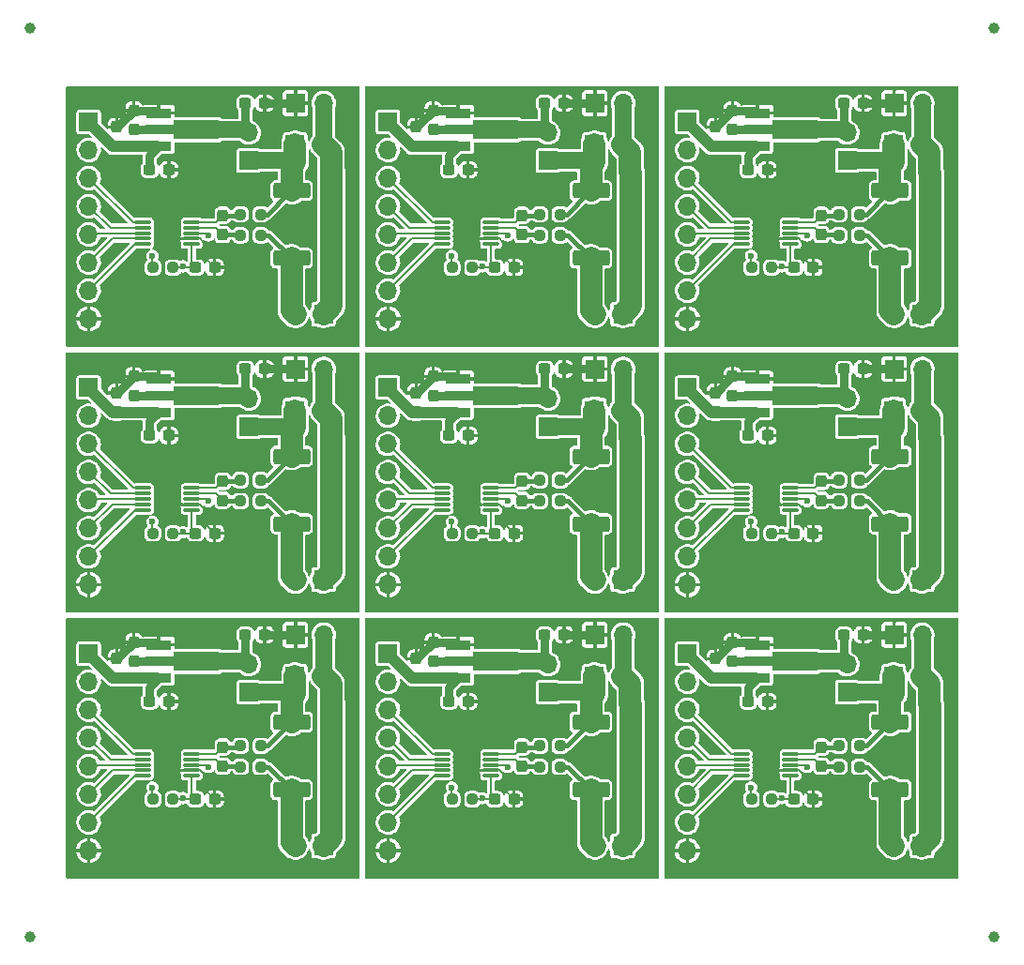
<source format=gtl>
G04 #@! TF.GenerationSoftware,KiCad,Pcbnew,6.0.11-2627ca5db0~126~ubuntu22.04.1*
G04 #@! TF.CreationDate,2023-02-05T22:47:26+11:00*
G04 #@! TF.ProjectId,panel,70616e65-6c2e-46b6-9963-61645f706362,rev?*
G04 #@! TF.SameCoordinates,Original*
G04 #@! TF.FileFunction,Copper,L1,Top*
G04 #@! TF.FilePolarity,Positive*
%FSLAX46Y46*%
G04 Gerber Fmt 4.6, Leading zero omitted, Abs format (unit mm)*
G04 Created by KiCad (PCBNEW 6.0.11-2627ca5db0~126~ubuntu22.04.1) date 2023-02-05 22:47:26*
%MOMM*%
%LPD*%
G01*
G04 APERTURE LIST*
G04 Aperture macros list*
%AMRoundRect*
0 Rectangle with rounded corners*
0 $1 Rounding radius*
0 $2 $3 $4 $5 $6 $7 $8 $9 X,Y pos of 4 corners*
0 Add a 4 corners polygon primitive as box body*
4,1,4,$2,$3,$4,$5,$6,$7,$8,$9,$2,$3,0*
0 Add four circle primitives for the rounded corners*
1,1,$1+$1,$2,$3*
1,1,$1+$1,$4,$5*
1,1,$1+$1,$6,$7*
1,1,$1+$1,$8,$9*
0 Add four rect primitives between the rounded corners*
20,1,$1+$1,$2,$3,$4,$5,0*
20,1,$1+$1,$4,$5,$6,$7,0*
20,1,$1+$1,$6,$7,$8,$9,0*
20,1,$1+$1,$8,$9,$2,$3,0*%
%AMFreePoly0*
4,1,9,5.362500,-0.866500,1.237500,-0.866500,1.237500,-0.450000,-1.237500,-0.450000,-1.237500,0.450000,1.237500,0.450000,1.237500,0.866500,5.362500,0.866500,5.362500,-0.866500,5.362500,-0.866500,$1*%
G04 Aperture macros list end*
G04 #@! TA.AperFunction,SMDPad,CuDef*
%ADD10RoundRect,0.237500X-0.250000X-0.237500X0.250000X-0.237500X0.250000X0.237500X-0.250000X0.237500X0*%
G04 #@! TD*
G04 #@! TA.AperFunction,SMDPad,CuDef*
%ADD11RoundRect,0.237500X-0.300000X-0.237500X0.300000X-0.237500X0.300000X0.237500X-0.300000X0.237500X0*%
G04 #@! TD*
G04 #@! TA.AperFunction,ComponentPad*
%ADD12R,1.700000X1.700000*%
G04 #@! TD*
G04 #@! TA.AperFunction,ComponentPad*
%ADD13O,1.700000X1.700000*%
G04 #@! TD*
G04 #@! TA.AperFunction,SMDPad,CuDef*
%ADD14RoundRect,0.237500X0.237500X-0.300000X0.237500X0.300000X-0.237500X0.300000X-0.237500X-0.300000X0*%
G04 #@! TD*
G04 #@! TA.AperFunction,SMDPad,CuDef*
%ADD15RoundRect,0.237500X0.250000X0.237500X-0.250000X0.237500X-0.250000X-0.237500X0.250000X-0.237500X0*%
G04 #@! TD*
G04 #@! TA.AperFunction,SMDPad,CuDef*
%ADD16RoundRect,0.237500X-0.237500X0.300000X-0.237500X-0.300000X0.237500X-0.300000X0.237500X0.300000X0*%
G04 #@! TD*
G04 #@! TA.AperFunction,SMDPad,CuDef*
%ADD17R,2.300000X0.900000*%
G04 #@! TD*
G04 #@! TA.AperFunction,SMDPad,CuDef*
%ADD18FreePoly0,0.000000*%
G04 #@! TD*
G04 #@! TA.AperFunction,SMDPad,CuDef*
%ADD19RoundRect,0.075000X-0.650000X-0.075000X0.650000X-0.075000X0.650000X0.075000X-0.650000X0.075000X0*%
G04 #@! TD*
G04 #@! TA.AperFunction,SMDPad,CuDef*
%ADD20RoundRect,0.237500X0.300000X0.237500X-0.300000X0.237500X-0.300000X-0.237500X0.300000X-0.237500X0*%
G04 #@! TD*
G04 #@! TA.AperFunction,SMDPad,CuDef*
%ADD21C,1.000000*%
G04 #@! TD*
G04 #@! TA.AperFunction,SMDPad,CuDef*
%ADD22RoundRect,0.249999X1.425001X-0.450001X1.425001X0.450001X-1.425001X0.450001X-1.425001X-0.450001X0*%
G04 #@! TD*
G04 #@! TA.AperFunction,ViaPad*
%ADD23C,0.600000*%
G04 #@! TD*
G04 #@! TA.AperFunction,Conductor*
%ADD24C,0.762000*%
G04 #@! TD*
G04 #@! TA.AperFunction,Conductor*
%ADD25C,1.500000*%
G04 #@! TD*
G04 #@! TA.AperFunction,Conductor*
%ADD26C,0.203200*%
G04 #@! TD*
G04 #@! TA.AperFunction,Conductor*
%ADD27C,1.000000*%
G04 #@! TD*
G04 #@! TA.AperFunction,Conductor*
%ADD28C,0.381000*%
G04 #@! TD*
G04 #@! TA.AperFunction,Conductor*
%ADD29C,2.000000*%
G04 #@! TD*
G04 APERTURE END LIST*
D10*
X150987500Y-42700000D03*
X152812500Y-42700000D03*
D11*
X169797500Y-36780000D03*
X171522500Y-36780000D03*
D12*
X155960000Y-54770000D03*
D13*
X158500000Y-54770000D03*
D14*
X112840000Y-58642500D03*
X112840000Y-56917500D03*
X168380000Y-81155000D03*
X168380000Y-79430000D03*
D15*
X117912500Y-93600000D03*
X116087500Y-93600000D03*
D12*
X185480000Y-97800000D03*
D13*
X182940000Y-97800000D03*
D15*
X171912500Y-45600000D03*
X170087500Y-45600000D03*
D16*
X149400000Y-40900000D03*
X149400000Y-42625000D03*
D15*
X117912500Y-45600000D03*
X116087500Y-45600000D03*
D12*
X182960000Y-78770000D03*
D13*
X185500000Y-78770000D03*
D17*
X143620000Y-31670000D03*
D18*
X143707500Y-33170000D03*
D17*
X143620000Y-34670000D03*
D16*
X149400000Y-64900000D03*
X149400000Y-66625000D03*
D14*
X166840000Y-82642500D03*
X166840000Y-80917500D03*
D19*
X115200000Y-41500000D03*
X115200000Y-42000000D03*
X115200000Y-42500000D03*
X115200000Y-43000000D03*
X115200000Y-43500000D03*
X119600000Y-43500000D03*
X119600000Y-43000000D03*
X119600000Y-42500000D03*
X119600000Y-42000000D03*
X119600000Y-41500000D03*
D12*
X158480000Y-97800000D03*
D13*
X155940000Y-97800000D03*
D15*
X144912500Y-69600000D03*
X143087500Y-69600000D03*
D12*
X151725000Y-59960000D03*
D13*
X151725000Y-57420000D03*
D12*
X124725000Y-35960000D03*
D13*
X124725000Y-33420000D03*
D12*
X158480000Y-49800000D03*
D13*
X155940000Y-49800000D03*
D20*
X148662500Y-69600000D03*
X146937500Y-69600000D03*
D14*
X114380000Y-81155000D03*
X114380000Y-79430000D03*
D11*
X151437500Y-54760000D03*
X153162500Y-54760000D03*
D17*
X170620000Y-31670000D03*
D18*
X170707500Y-33170000D03*
D17*
X170620000Y-34670000D03*
D20*
X148662500Y-93600000D03*
X146937500Y-93600000D03*
D12*
X128925000Y-82500000D03*
D13*
X131465000Y-82500000D03*
D12*
X178725000Y-35960000D03*
D13*
X178725000Y-33420000D03*
D16*
X176400000Y-64900000D03*
X176400000Y-66625000D03*
D14*
X166840000Y-34642500D03*
X166840000Y-32917500D03*
D11*
X124437500Y-78760000D03*
X126162500Y-78760000D03*
D10*
X150987500Y-64800000D03*
X152812500Y-64800000D03*
D12*
X158480000Y-73800000D03*
D13*
X155940000Y-73800000D03*
D14*
X166840000Y-58642500D03*
X166840000Y-56917500D03*
D12*
X124725000Y-83960000D03*
D13*
X124725000Y-81420000D03*
D12*
X151725000Y-83960000D03*
D13*
X151725000Y-81420000D03*
D21*
X192000000Y-106000000D03*
D10*
X177987500Y-90700000D03*
X179812500Y-90700000D03*
D22*
X182600000Y-92750000D03*
X182600000Y-86650000D03*
D15*
X171912500Y-93600000D03*
X170087500Y-93600000D03*
D22*
X182600000Y-68750000D03*
X182600000Y-62650000D03*
D17*
X170620000Y-79670000D03*
D18*
X170707500Y-81170000D03*
D17*
X170620000Y-82670000D03*
D12*
X178725000Y-59960000D03*
D13*
X178725000Y-57420000D03*
D10*
X123987500Y-64800000D03*
X125812500Y-64800000D03*
D22*
X128600000Y-92750000D03*
X128600000Y-86650000D03*
D10*
X150987500Y-90700000D03*
X152812500Y-90700000D03*
D20*
X121662500Y-45600000D03*
X119937500Y-45600000D03*
D19*
X142200000Y-65500000D03*
X142200000Y-66000000D03*
X142200000Y-66500000D03*
X142200000Y-67000000D03*
X142200000Y-67500000D03*
X146600000Y-67500000D03*
X146600000Y-67000000D03*
X146600000Y-66500000D03*
X146600000Y-66000000D03*
X146600000Y-65500000D03*
D20*
X175662500Y-45600000D03*
X173937500Y-45600000D03*
D15*
X171912500Y-69600000D03*
X170087500Y-69600000D03*
D11*
X169797500Y-60780000D03*
X171522500Y-60780000D03*
D12*
X185480000Y-49800000D03*
D13*
X182940000Y-49800000D03*
D11*
X178437500Y-78760000D03*
X180162500Y-78760000D03*
D12*
X178725000Y-83960000D03*
D13*
X178725000Y-81420000D03*
D19*
X169200000Y-41500000D03*
X169200000Y-42000000D03*
X169200000Y-42500000D03*
X169200000Y-43000000D03*
X169200000Y-43500000D03*
X173600000Y-43500000D03*
X173600000Y-43000000D03*
X173600000Y-42500000D03*
X173600000Y-42000000D03*
X173600000Y-41500000D03*
D10*
X150987500Y-66700000D03*
X152812500Y-66700000D03*
D14*
X168380000Y-57155000D03*
X168380000Y-55430000D03*
D12*
X124725000Y-59960000D03*
D13*
X124725000Y-57420000D03*
D20*
X121662500Y-93600000D03*
X119937500Y-93600000D03*
D17*
X116620000Y-55670000D03*
D18*
X116707500Y-57170000D03*
D17*
X116620000Y-58670000D03*
D12*
X182925000Y-34500000D03*
D13*
X185465000Y-34500000D03*
D12*
X128960000Y-54770000D03*
D13*
X131500000Y-54770000D03*
D17*
X116620000Y-31670000D03*
D18*
X116707500Y-33170000D03*
D17*
X116620000Y-34670000D03*
D16*
X122400000Y-40900000D03*
X122400000Y-42625000D03*
D12*
X128960000Y-30770000D03*
D13*
X131500000Y-30770000D03*
D10*
X150987500Y-88800000D03*
X152812500Y-88800000D03*
D12*
X137300000Y-56455000D03*
D13*
X137300000Y-58995000D03*
X137300000Y-61535000D03*
X137300000Y-64075000D03*
X137300000Y-66615000D03*
X137300000Y-69155000D03*
X137300000Y-71695000D03*
X137300000Y-74235000D03*
D14*
X141380000Y-57155000D03*
X141380000Y-55430000D03*
D12*
X155960000Y-30770000D03*
D13*
X158500000Y-30770000D03*
D20*
X175662500Y-69600000D03*
X173937500Y-69600000D03*
X175662500Y-93600000D03*
X173937500Y-93600000D03*
D14*
X114380000Y-57155000D03*
X114380000Y-55430000D03*
D10*
X123987500Y-66700000D03*
X125812500Y-66700000D03*
D17*
X116620000Y-79670000D03*
D18*
X116707500Y-81170000D03*
D17*
X116620000Y-82670000D03*
D12*
X131480000Y-73800000D03*
D13*
X128940000Y-73800000D03*
D10*
X177987500Y-40800000D03*
X179812500Y-40800000D03*
D12*
X155925000Y-82500000D03*
D13*
X158465000Y-82500000D03*
D17*
X143620000Y-79670000D03*
D18*
X143707500Y-81170000D03*
D17*
X143620000Y-82670000D03*
D15*
X144912500Y-93600000D03*
X143087500Y-93600000D03*
D12*
X110300000Y-32455000D03*
D13*
X110300000Y-34995000D03*
X110300000Y-37535000D03*
X110300000Y-40075000D03*
X110300000Y-42615000D03*
X110300000Y-45155000D03*
X110300000Y-47695000D03*
X110300000Y-50235000D03*
D22*
X128600000Y-44750000D03*
X128600000Y-38650000D03*
D12*
X110300000Y-80455000D03*
D13*
X110300000Y-82995000D03*
X110300000Y-85535000D03*
X110300000Y-88075000D03*
X110300000Y-90615000D03*
X110300000Y-93155000D03*
X110300000Y-95695000D03*
X110300000Y-98235000D03*
D12*
X185480000Y-73800000D03*
D13*
X182940000Y-73800000D03*
D19*
X115200000Y-65500000D03*
X115200000Y-66000000D03*
X115200000Y-66500000D03*
X115200000Y-67000000D03*
X115200000Y-67500000D03*
X119600000Y-67500000D03*
X119600000Y-67000000D03*
X119600000Y-66500000D03*
X119600000Y-66000000D03*
X119600000Y-65500000D03*
D11*
X151437500Y-78760000D03*
X153162500Y-78760000D03*
D20*
X148662500Y-45600000D03*
X146937500Y-45600000D03*
D11*
X115797500Y-36780000D03*
X117522500Y-36780000D03*
D15*
X117912500Y-69600000D03*
X116087500Y-69600000D03*
D10*
X123987500Y-88800000D03*
X125812500Y-88800000D03*
D12*
X131480000Y-97800000D03*
D13*
X128940000Y-97800000D03*
D17*
X170620000Y-55670000D03*
D18*
X170707500Y-57170000D03*
D17*
X170620000Y-58670000D03*
D12*
X137300000Y-32455000D03*
D13*
X137300000Y-34995000D03*
X137300000Y-37535000D03*
X137300000Y-40075000D03*
X137300000Y-42615000D03*
X137300000Y-45155000D03*
X137300000Y-47695000D03*
X137300000Y-50235000D03*
D12*
X155925000Y-34500000D03*
D13*
X158465000Y-34500000D03*
D16*
X122400000Y-64900000D03*
X122400000Y-66625000D03*
D14*
X168380000Y-33155000D03*
X168380000Y-31430000D03*
D12*
X110300000Y-56455000D03*
D13*
X110300000Y-58995000D03*
X110300000Y-61535000D03*
X110300000Y-64075000D03*
X110300000Y-66615000D03*
X110300000Y-69155000D03*
X110300000Y-71695000D03*
X110300000Y-74235000D03*
D14*
X141380000Y-33155000D03*
X141380000Y-31430000D03*
D22*
X155600000Y-92750000D03*
X155600000Y-86650000D03*
D12*
X182960000Y-54770000D03*
D13*
X185500000Y-54770000D03*
D14*
X141380000Y-81155000D03*
X141380000Y-79430000D03*
D10*
X177987500Y-64800000D03*
X179812500Y-64800000D03*
D21*
X105000000Y-106000000D03*
D11*
X178437500Y-30760000D03*
X180162500Y-30760000D03*
X142797500Y-60780000D03*
X144522500Y-60780000D03*
D22*
X155600000Y-68750000D03*
X155600000Y-62650000D03*
D12*
X182925000Y-58500000D03*
D13*
X185465000Y-58500000D03*
D10*
X150987500Y-40800000D03*
X152812500Y-40800000D03*
D11*
X124437500Y-30760000D03*
X126162500Y-30760000D03*
D10*
X177987500Y-88800000D03*
X179812500Y-88800000D03*
D11*
X115797500Y-60780000D03*
X117522500Y-60780000D03*
D12*
X155960000Y-78770000D03*
D13*
X158500000Y-78770000D03*
D11*
X142797500Y-84780000D03*
X144522500Y-84780000D03*
D21*
X192000000Y-24000000D03*
D12*
X128925000Y-58500000D03*
D13*
X131465000Y-58500000D03*
D22*
X128600000Y-68750000D03*
X128600000Y-62650000D03*
D12*
X164300000Y-56455000D03*
D13*
X164300000Y-58995000D03*
X164300000Y-61535000D03*
X164300000Y-64075000D03*
X164300000Y-66615000D03*
X164300000Y-69155000D03*
X164300000Y-71695000D03*
X164300000Y-74235000D03*
D10*
X177987500Y-66700000D03*
X179812500Y-66700000D03*
D12*
X182925000Y-82500000D03*
D13*
X185465000Y-82500000D03*
D14*
X139840000Y-82642500D03*
X139840000Y-80917500D03*
X112840000Y-82642500D03*
X112840000Y-80917500D03*
X114380000Y-33155000D03*
X114380000Y-31430000D03*
D10*
X123987500Y-42700000D03*
X125812500Y-42700000D03*
D16*
X122400000Y-88900000D03*
X122400000Y-90625000D03*
D14*
X112840000Y-34642500D03*
X112840000Y-32917500D03*
D15*
X144912500Y-45600000D03*
X143087500Y-45600000D03*
D11*
X124437500Y-54760000D03*
X126162500Y-54760000D03*
D14*
X139840000Y-58642500D03*
X139840000Y-56917500D03*
D10*
X177987500Y-42700000D03*
X179812500Y-42700000D03*
D16*
X176400000Y-40900000D03*
X176400000Y-42625000D03*
D19*
X142200000Y-41500000D03*
X142200000Y-42000000D03*
X142200000Y-42500000D03*
X142200000Y-43000000D03*
X142200000Y-43500000D03*
X146600000Y-43500000D03*
X146600000Y-43000000D03*
X146600000Y-42500000D03*
X146600000Y-42000000D03*
X146600000Y-41500000D03*
D12*
X128960000Y-78770000D03*
D13*
X131500000Y-78770000D03*
D10*
X123987500Y-90700000D03*
X125812500Y-90700000D03*
D17*
X143620000Y-55670000D03*
D18*
X143707500Y-57170000D03*
D17*
X143620000Y-58670000D03*
D16*
X149400000Y-88900000D03*
X149400000Y-90625000D03*
D11*
X178437500Y-54760000D03*
X180162500Y-54760000D03*
D21*
X105000000Y-24000000D03*
D22*
X182600000Y-44750000D03*
X182600000Y-38650000D03*
D11*
X115797500Y-84780000D03*
X117522500Y-84780000D03*
D12*
X151725000Y-35960000D03*
D13*
X151725000Y-33420000D03*
D12*
X155925000Y-58500000D03*
D13*
X158465000Y-58500000D03*
D10*
X123987500Y-40800000D03*
X125812500Y-40800000D03*
D19*
X142200000Y-89500000D03*
X142200000Y-90000000D03*
X142200000Y-90500000D03*
X142200000Y-91000000D03*
X142200000Y-91500000D03*
X146600000Y-91500000D03*
X146600000Y-91000000D03*
X146600000Y-90500000D03*
X146600000Y-90000000D03*
X146600000Y-89500000D03*
D12*
X128925000Y-34500000D03*
D13*
X131465000Y-34500000D03*
D12*
X137300000Y-80455000D03*
D13*
X137300000Y-82995000D03*
X137300000Y-85535000D03*
X137300000Y-88075000D03*
X137300000Y-90615000D03*
X137300000Y-93155000D03*
X137300000Y-95695000D03*
X137300000Y-98235000D03*
D12*
X164300000Y-32455000D03*
D13*
X164300000Y-34995000D03*
X164300000Y-37535000D03*
X164300000Y-40075000D03*
X164300000Y-42615000D03*
X164300000Y-45155000D03*
X164300000Y-47695000D03*
X164300000Y-50235000D03*
D16*
X176400000Y-88900000D03*
X176400000Y-90625000D03*
D12*
X182960000Y-30770000D03*
D13*
X185500000Y-30770000D03*
D20*
X121662500Y-69600000D03*
X119937500Y-69600000D03*
D19*
X169200000Y-65500000D03*
X169200000Y-66000000D03*
X169200000Y-66500000D03*
X169200000Y-67000000D03*
X169200000Y-67500000D03*
X173600000Y-67500000D03*
X173600000Y-67000000D03*
X173600000Y-66500000D03*
X173600000Y-66000000D03*
X173600000Y-65500000D03*
D12*
X131480000Y-49800000D03*
D13*
X128940000Y-49800000D03*
D12*
X164300000Y-80455000D03*
D13*
X164300000Y-82995000D03*
X164300000Y-85535000D03*
X164300000Y-88075000D03*
X164300000Y-90615000D03*
X164300000Y-93155000D03*
X164300000Y-95695000D03*
X164300000Y-98235000D03*
D22*
X155600000Y-44750000D03*
X155600000Y-38650000D03*
D19*
X169200000Y-89500000D03*
X169200000Y-90000000D03*
X169200000Y-90500000D03*
X169200000Y-91000000D03*
X169200000Y-91500000D03*
X173600000Y-91500000D03*
X173600000Y-91000000D03*
X173600000Y-90500000D03*
X173600000Y-90000000D03*
X173600000Y-89500000D03*
X115200000Y-89500000D03*
X115200000Y-90000000D03*
X115200000Y-90500000D03*
X115200000Y-91000000D03*
X115200000Y-91500000D03*
X119600000Y-91500000D03*
X119600000Y-91000000D03*
X119600000Y-90500000D03*
X119600000Y-90000000D03*
X119600000Y-89500000D03*
D14*
X139840000Y-34642500D03*
X139840000Y-32917500D03*
D11*
X151437500Y-30760000D03*
X153162500Y-30760000D03*
X142797500Y-36780000D03*
X144522500Y-36780000D03*
X169797500Y-84780000D03*
X171522500Y-84780000D03*
D23*
X118800000Y-45500000D03*
X116050000Y-44550000D03*
X122780000Y-31720000D03*
X129700000Y-41700000D03*
X129700000Y-43300000D03*
X123510000Y-38190000D03*
X133930000Y-46050000D03*
X133880000Y-41610000D03*
X124900000Y-41700000D03*
X130500000Y-41600000D03*
X118680000Y-38590000D03*
X118800000Y-46600000D03*
X120200000Y-38230000D03*
X119080000Y-47920000D03*
X120300000Y-40500000D03*
X129700000Y-40900000D03*
X120700000Y-44637500D03*
X109150000Y-46430000D03*
X119540000Y-31440000D03*
X123000000Y-46400000D03*
X123700000Y-48940000D03*
X127500000Y-42300000D03*
X122860000Y-34830000D03*
X128900000Y-40400000D03*
X129700000Y-42500000D03*
X121100000Y-40600000D03*
X130500000Y-43100000D03*
X109150000Y-41420000D03*
X114480000Y-37020000D03*
X108990000Y-36340000D03*
X118700000Y-31480000D03*
X117930000Y-30130000D03*
X120990000Y-31520000D03*
X112730000Y-30830000D03*
X114940000Y-44940000D03*
X114880000Y-46370000D03*
X133760000Y-29940000D03*
X127500000Y-41300000D03*
X129630000Y-32680000D03*
X130500000Y-40000000D03*
X127380000Y-33280000D03*
X133850000Y-51150000D03*
X124500000Y-45700000D03*
X114250000Y-40160000D03*
X116800000Y-42600000D03*
X109050000Y-43820000D03*
X121400000Y-44200000D03*
X122200000Y-46800000D03*
X122940000Y-35940000D03*
X126490000Y-32300000D03*
X129700000Y-40100000D03*
X130500000Y-40800000D03*
X126510000Y-34490000D03*
X133850000Y-32640000D03*
X126400000Y-43900000D03*
X125910000Y-49120000D03*
X126110000Y-37930000D03*
X124970000Y-48420000D03*
X120730000Y-37200000D03*
X133900000Y-46960000D03*
X123800000Y-46100000D03*
X126300000Y-39600000D03*
X117090000Y-30130000D03*
X130300000Y-47700000D03*
X133870000Y-43500000D03*
X123920000Y-47430000D03*
X114460000Y-36260000D03*
X118430000Y-30730000D03*
X122780000Y-48040000D03*
X128900000Y-41300000D03*
X120180000Y-39190000D03*
X125500000Y-45700000D03*
X116340000Y-30130000D03*
X133870000Y-40810000D03*
X118470000Y-50290000D03*
X133870000Y-44300000D03*
X125100000Y-46400000D03*
X121990000Y-34910000D03*
X112630000Y-41180000D03*
X128900000Y-43000000D03*
X123020000Y-37240000D03*
X128160000Y-32660000D03*
X128200000Y-41700000D03*
X121870000Y-37710000D03*
X133890000Y-45160000D03*
X130500000Y-42300000D03*
X109070000Y-38910000D03*
X123400000Y-39700000D03*
X123000000Y-45600000D03*
X116180000Y-39290000D03*
X120900000Y-39800000D03*
X117300000Y-43500000D03*
X130300000Y-46800000D03*
X118300000Y-41400000D03*
X126250000Y-38740000D03*
X123400000Y-43900000D03*
X121170000Y-38510000D03*
X112790000Y-29970000D03*
X128100000Y-40700000D03*
X122400000Y-44210000D03*
X115260000Y-47650000D03*
X120000000Y-37080000D03*
X119600000Y-40500000D03*
X109090000Y-48900000D03*
X121850000Y-31580000D03*
X111900000Y-29990000D03*
X120890000Y-35130000D03*
X130200000Y-46100000D03*
X126530000Y-33750000D03*
X133880000Y-42640000D03*
X128200000Y-42800000D03*
X128880000Y-32660000D03*
X128900000Y-42200000D03*
X109250000Y-30810000D03*
X126430000Y-47210000D03*
X126800000Y-41800000D03*
X127420000Y-32500000D03*
X123300000Y-41800000D03*
X126510000Y-33000000D03*
X132200000Y-46900000D03*
X132200000Y-40100000D03*
X132200000Y-42200000D03*
X132200000Y-41100000D03*
X132200000Y-38000000D03*
X132200000Y-44100000D03*
X132150000Y-36950000D03*
X132200000Y-45000000D03*
X132200000Y-47800000D03*
X132200000Y-46000000D03*
X132200000Y-39100000D03*
X132300000Y-48600000D03*
X131465000Y-36265000D03*
X132200000Y-43100000D03*
X128600000Y-46000000D03*
X128600000Y-47100000D03*
X128600000Y-44750000D03*
X128600000Y-48300000D03*
X128925000Y-36075000D03*
X128600000Y-38200000D03*
X128325000Y-38925000D03*
X121100000Y-42700000D03*
X145800000Y-45500000D03*
X143050000Y-44550000D03*
X149780000Y-31720000D03*
X156700000Y-41700000D03*
X156700000Y-43300000D03*
X150510000Y-38190000D03*
X160930000Y-46050000D03*
X160880000Y-41610000D03*
X151900000Y-41700000D03*
X157500000Y-41600000D03*
X145680000Y-38590000D03*
X145800000Y-46600000D03*
X147200000Y-38230000D03*
X146080000Y-47920000D03*
X147300000Y-40500000D03*
X156700000Y-40900000D03*
X147700000Y-44637500D03*
X136150000Y-46430000D03*
X146540000Y-31440000D03*
X150000000Y-46400000D03*
X150700000Y-48940000D03*
X154500000Y-42300000D03*
X149860000Y-34830000D03*
X155900000Y-40400000D03*
X156700000Y-42500000D03*
X148100000Y-40600000D03*
X157500000Y-43100000D03*
X136150000Y-41420000D03*
X141480000Y-37020000D03*
X135990000Y-36340000D03*
X145700000Y-31480000D03*
X144930000Y-30130000D03*
X147990000Y-31520000D03*
X139730000Y-30830000D03*
X141940000Y-44940000D03*
X141880000Y-46370000D03*
X160760000Y-29940000D03*
X154500000Y-41300000D03*
X156630000Y-32680000D03*
X157500000Y-40000000D03*
X154380000Y-33280000D03*
X160850000Y-51150000D03*
X151500000Y-45700000D03*
X141250000Y-40160000D03*
X143800000Y-42600000D03*
X136050000Y-43820000D03*
X148400000Y-44200000D03*
X149200000Y-46800000D03*
X149940000Y-35940000D03*
X153490000Y-32300000D03*
X156700000Y-40100000D03*
X157500000Y-40800000D03*
X153510000Y-34490000D03*
X160850000Y-32640000D03*
X153400000Y-43900000D03*
X152910000Y-49120000D03*
X153110000Y-37930000D03*
X151970000Y-48420000D03*
X147730000Y-37200000D03*
X160900000Y-46960000D03*
X150800000Y-46100000D03*
X153300000Y-39600000D03*
X144090000Y-30130000D03*
X157300000Y-47700000D03*
X160870000Y-43500000D03*
X150920000Y-47430000D03*
X141460000Y-36260000D03*
X145430000Y-30730000D03*
X149780000Y-48040000D03*
X155900000Y-41300000D03*
X147180000Y-39190000D03*
X152500000Y-45700000D03*
X143340000Y-30130000D03*
X160870000Y-40810000D03*
X145470000Y-50290000D03*
X160870000Y-44300000D03*
X152100000Y-46400000D03*
X148990000Y-34910000D03*
X139630000Y-41180000D03*
X155900000Y-43000000D03*
X150020000Y-37240000D03*
X155160000Y-32660000D03*
X155200000Y-41700000D03*
X148870000Y-37710000D03*
X160890000Y-45160000D03*
X157500000Y-42300000D03*
X136070000Y-38910000D03*
X150400000Y-39700000D03*
X150000000Y-45600000D03*
X143180000Y-39290000D03*
X147900000Y-39800000D03*
X144300000Y-43500000D03*
X157300000Y-46800000D03*
X145300000Y-41400000D03*
X153250000Y-38740000D03*
X150400000Y-43900000D03*
X148170000Y-38510000D03*
X139790000Y-29970000D03*
X155100000Y-40700000D03*
X149400000Y-44210000D03*
X142260000Y-47650000D03*
X147000000Y-37080000D03*
X146600000Y-40500000D03*
X136090000Y-48900000D03*
X148850000Y-31580000D03*
X138900000Y-29990000D03*
X147890000Y-35130000D03*
X157200000Y-46100000D03*
X153530000Y-33750000D03*
X160880000Y-42640000D03*
X155200000Y-42800000D03*
X155880000Y-32660000D03*
X155900000Y-42200000D03*
X136250000Y-30810000D03*
X153430000Y-47210000D03*
X153800000Y-41800000D03*
X154420000Y-32500000D03*
X150300000Y-41800000D03*
X153510000Y-33000000D03*
X159200000Y-46900000D03*
X159200000Y-40100000D03*
X159200000Y-42200000D03*
X159200000Y-41100000D03*
X159200000Y-38000000D03*
X159200000Y-44100000D03*
X159150000Y-36950000D03*
X159200000Y-45000000D03*
X159200000Y-47800000D03*
X159200000Y-46000000D03*
X159200000Y-39100000D03*
X159300000Y-48600000D03*
X158465000Y-36265000D03*
X159200000Y-43100000D03*
X155600000Y-46000000D03*
X155600000Y-47100000D03*
X155600000Y-44750000D03*
X155600000Y-48300000D03*
X155925000Y-36075000D03*
X155600000Y-38200000D03*
X155325000Y-38925000D03*
X148100000Y-42700000D03*
X172800000Y-45500000D03*
X170050000Y-44550000D03*
X176780000Y-31720000D03*
X183700000Y-41700000D03*
X183700000Y-43300000D03*
X177510000Y-38190000D03*
X187930000Y-46050000D03*
X187880000Y-41610000D03*
X178900000Y-41700000D03*
X184500000Y-41600000D03*
X172680000Y-38590000D03*
X172800000Y-46600000D03*
X174200000Y-38230000D03*
X173080000Y-47920000D03*
X174300000Y-40500000D03*
X183700000Y-40900000D03*
X174700000Y-44637500D03*
X163150000Y-46430000D03*
X173540000Y-31440000D03*
X177000000Y-46400000D03*
X177700000Y-48940000D03*
X181500000Y-42300000D03*
X176860000Y-34830000D03*
X182900000Y-40400000D03*
X183700000Y-42500000D03*
X175100000Y-40600000D03*
X184500000Y-43100000D03*
X163150000Y-41420000D03*
X168480000Y-37020000D03*
X162990000Y-36340000D03*
X172700000Y-31480000D03*
X171930000Y-30130000D03*
X174990000Y-31520000D03*
X166730000Y-30830000D03*
X168940000Y-44940000D03*
X168880000Y-46370000D03*
X187760000Y-29940000D03*
X181500000Y-41300000D03*
X183630000Y-32680000D03*
X184500000Y-40000000D03*
X181380000Y-33280000D03*
X187850000Y-51150000D03*
X178500000Y-45700000D03*
X168250000Y-40160000D03*
X170800000Y-42600000D03*
X163050000Y-43820000D03*
X175400000Y-44200000D03*
X176200000Y-46800000D03*
X176940000Y-35940000D03*
X180490000Y-32300000D03*
X183700000Y-40100000D03*
X184500000Y-40800000D03*
X180510000Y-34490000D03*
X187850000Y-32640000D03*
X180400000Y-43900000D03*
X179910000Y-49120000D03*
X180110000Y-37930000D03*
X178970000Y-48420000D03*
X174730000Y-37200000D03*
X187900000Y-46960000D03*
X177800000Y-46100000D03*
X180300000Y-39600000D03*
X171090000Y-30130000D03*
X184300000Y-47700000D03*
X187870000Y-43500000D03*
X177920000Y-47430000D03*
X168460000Y-36260000D03*
X172430000Y-30730000D03*
X176780000Y-48040000D03*
X182900000Y-41300000D03*
X174180000Y-39190000D03*
X179500000Y-45700000D03*
X170340000Y-30130000D03*
X187870000Y-40810000D03*
X172470000Y-50290000D03*
X187870000Y-44300000D03*
X179100000Y-46400000D03*
X175990000Y-34910000D03*
X166630000Y-41180000D03*
X182900000Y-43000000D03*
X177020000Y-37240000D03*
X182160000Y-32660000D03*
X182200000Y-41700000D03*
X175870000Y-37710000D03*
X187890000Y-45160000D03*
X184500000Y-42300000D03*
X163070000Y-38910000D03*
X177400000Y-39700000D03*
X177000000Y-45600000D03*
X170180000Y-39290000D03*
X174900000Y-39800000D03*
X171300000Y-43500000D03*
X184300000Y-46800000D03*
X172300000Y-41400000D03*
X180250000Y-38740000D03*
X177400000Y-43900000D03*
X175170000Y-38510000D03*
X166790000Y-29970000D03*
X182100000Y-40700000D03*
X176400000Y-44210000D03*
X169260000Y-47650000D03*
X174000000Y-37080000D03*
X173600000Y-40500000D03*
X163090000Y-48900000D03*
X175850000Y-31580000D03*
X165900000Y-29990000D03*
X174890000Y-35130000D03*
X184200000Y-46100000D03*
X180530000Y-33750000D03*
X187880000Y-42640000D03*
X182200000Y-42800000D03*
X182880000Y-32660000D03*
X182900000Y-42200000D03*
X163250000Y-30810000D03*
X180430000Y-47210000D03*
X180800000Y-41800000D03*
X181420000Y-32500000D03*
X177300000Y-41800000D03*
X180510000Y-33000000D03*
X186200000Y-46900000D03*
X186200000Y-40100000D03*
X186200000Y-42200000D03*
X186200000Y-41100000D03*
X186200000Y-38000000D03*
X186200000Y-44100000D03*
X186150000Y-36950000D03*
X186200000Y-45000000D03*
X186200000Y-47800000D03*
X186200000Y-46000000D03*
X186200000Y-39100000D03*
X186300000Y-48600000D03*
X185465000Y-36265000D03*
X186200000Y-43100000D03*
X182600000Y-46000000D03*
X182600000Y-47100000D03*
X182600000Y-44750000D03*
X182600000Y-48300000D03*
X182925000Y-36075000D03*
X182600000Y-38200000D03*
X182325000Y-38925000D03*
X175100000Y-42700000D03*
X118800000Y-69500000D03*
X116050000Y-68550000D03*
X122780000Y-55720000D03*
X129700000Y-65700000D03*
X129700000Y-67300000D03*
X123510000Y-62190000D03*
X133930000Y-70050000D03*
X133880000Y-65610000D03*
X124900000Y-65700000D03*
X130500000Y-65600000D03*
X118680000Y-62590000D03*
X118800000Y-70600000D03*
X120200000Y-62230000D03*
X119080000Y-71920000D03*
X120300000Y-64500000D03*
X129700000Y-64900000D03*
X120700000Y-68637500D03*
X109150000Y-70430000D03*
X119540000Y-55440000D03*
X123000000Y-70400000D03*
X123700000Y-72940000D03*
X127500000Y-66300000D03*
X122860000Y-58830000D03*
X128900000Y-64400000D03*
X129700000Y-66500000D03*
X121100000Y-64600000D03*
X130500000Y-67100000D03*
X109150000Y-65420000D03*
X114480000Y-61020000D03*
X108990000Y-60340000D03*
X118700000Y-55480000D03*
X117930000Y-54130000D03*
X120990000Y-55520000D03*
X112730000Y-54830000D03*
X114940000Y-68940000D03*
X114880000Y-70370000D03*
X133760000Y-53940000D03*
X127500000Y-65300000D03*
X129630000Y-56680000D03*
X130500000Y-64000000D03*
X127380000Y-57280000D03*
X133850000Y-75150000D03*
X124500000Y-69700000D03*
X114250000Y-64160000D03*
X116800000Y-66600000D03*
X109050000Y-67820000D03*
X121400000Y-68200000D03*
X122200000Y-70800000D03*
X122940000Y-59940000D03*
X126490000Y-56300000D03*
X129700000Y-64100000D03*
X130500000Y-64800000D03*
X126510000Y-58490000D03*
X133850000Y-56640000D03*
X126400000Y-67900000D03*
X125910000Y-73120000D03*
X126110000Y-61930000D03*
X124970000Y-72420000D03*
X120730000Y-61200000D03*
X133900000Y-70960000D03*
X123800000Y-70100000D03*
X126300000Y-63600000D03*
X117090000Y-54130000D03*
X130300000Y-71700000D03*
X133870000Y-67500000D03*
X123920000Y-71430000D03*
X114460000Y-60260000D03*
X118430000Y-54730000D03*
X122780000Y-72040000D03*
X128900000Y-65300000D03*
X120180000Y-63190000D03*
X125500000Y-69700000D03*
X116340000Y-54130000D03*
X133870000Y-64810000D03*
X118470000Y-74290000D03*
X133870000Y-68300000D03*
X125100000Y-70400000D03*
X121990000Y-58910000D03*
X112630000Y-65180000D03*
X128900000Y-67000000D03*
X123020000Y-61240000D03*
X128160000Y-56660000D03*
X128200000Y-65700000D03*
X121870000Y-61710000D03*
X133890000Y-69160000D03*
X130500000Y-66300000D03*
X109070000Y-62910000D03*
X123400000Y-63700000D03*
X123000000Y-69600000D03*
X116180000Y-63290000D03*
X120900000Y-63800000D03*
X117300000Y-67500000D03*
X130300000Y-70800000D03*
X118300000Y-65400000D03*
X126250000Y-62740000D03*
X123400000Y-67900000D03*
X121170000Y-62510000D03*
X112790000Y-53970000D03*
X128100000Y-64700000D03*
X122400000Y-68210000D03*
X115260000Y-71650000D03*
X120000000Y-61080000D03*
X119600000Y-64500000D03*
X109090000Y-72900000D03*
X121850000Y-55580000D03*
X111900000Y-53990000D03*
X120890000Y-59130000D03*
X130200000Y-70100000D03*
X126530000Y-57750000D03*
X133880000Y-66640000D03*
X128200000Y-66800000D03*
X128880000Y-56660000D03*
X128900000Y-66200000D03*
X109250000Y-54810000D03*
X126430000Y-71210000D03*
X126800000Y-65800000D03*
X127420000Y-56500000D03*
X123300000Y-65800000D03*
X126510000Y-57000000D03*
X132200000Y-70900000D03*
X132200000Y-64100000D03*
X132200000Y-66200000D03*
X132200000Y-65100000D03*
X132200000Y-62000000D03*
X132200000Y-68100000D03*
X132150000Y-60950000D03*
X132200000Y-69000000D03*
X132200000Y-71800000D03*
X132200000Y-70000000D03*
X132200000Y-63100000D03*
X132300000Y-72600000D03*
X131465000Y-60265000D03*
X132200000Y-67100000D03*
X128600000Y-70000000D03*
X128600000Y-71100000D03*
X128600000Y-68750000D03*
X128600000Y-72300000D03*
X128925000Y-60075000D03*
X128600000Y-62200000D03*
X128325000Y-62925000D03*
X121100000Y-66700000D03*
X145800000Y-69500000D03*
X143050000Y-68550000D03*
X149780000Y-55720000D03*
X156700000Y-65700000D03*
X156700000Y-67300000D03*
X150510000Y-62190000D03*
X160930000Y-70050000D03*
X160880000Y-65610000D03*
X151900000Y-65700000D03*
X157500000Y-65600000D03*
X145680000Y-62590000D03*
X145800000Y-70600000D03*
X147200000Y-62230000D03*
X146080000Y-71920000D03*
X147300000Y-64500000D03*
X156700000Y-64900000D03*
X147700000Y-68637500D03*
X136150000Y-70430000D03*
X146540000Y-55440000D03*
X150000000Y-70400000D03*
X150700000Y-72940000D03*
X154500000Y-66300000D03*
X149860000Y-58830000D03*
X155900000Y-64400000D03*
X156700000Y-66500000D03*
X148100000Y-64600000D03*
X157500000Y-67100000D03*
X136150000Y-65420000D03*
X141480000Y-61020000D03*
X135990000Y-60340000D03*
X145700000Y-55480000D03*
X144930000Y-54130000D03*
X147990000Y-55520000D03*
X139730000Y-54830000D03*
X141940000Y-68940000D03*
X141880000Y-70370000D03*
X160760000Y-53940000D03*
X154500000Y-65300000D03*
X156630000Y-56680000D03*
X157500000Y-64000000D03*
X154380000Y-57280000D03*
X160850000Y-75150000D03*
X151500000Y-69700000D03*
X141250000Y-64160000D03*
X143800000Y-66600000D03*
X136050000Y-67820000D03*
X148400000Y-68200000D03*
X149200000Y-70800000D03*
X149940000Y-59940000D03*
X153490000Y-56300000D03*
X156700000Y-64100000D03*
X157500000Y-64800000D03*
X153510000Y-58490000D03*
X160850000Y-56640000D03*
X153400000Y-67900000D03*
X152910000Y-73120000D03*
X153110000Y-61930000D03*
X151970000Y-72420000D03*
X147730000Y-61200000D03*
X160900000Y-70960000D03*
X150800000Y-70100000D03*
X153300000Y-63600000D03*
X144090000Y-54130000D03*
X157300000Y-71700000D03*
X160870000Y-67500000D03*
X150920000Y-71430000D03*
X141460000Y-60260000D03*
X145430000Y-54730000D03*
X149780000Y-72040000D03*
X155900000Y-65300000D03*
X147180000Y-63190000D03*
X152500000Y-69700000D03*
X143340000Y-54130000D03*
X160870000Y-64810000D03*
X145470000Y-74290000D03*
X160870000Y-68300000D03*
X152100000Y-70400000D03*
X148990000Y-58910000D03*
X139630000Y-65180000D03*
X155900000Y-67000000D03*
X150020000Y-61240000D03*
X155160000Y-56660000D03*
X155200000Y-65700000D03*
X148870000Y-61710000D03*
X160890000Y-69160000D03*
X157500000Y-66300000D03*
X136070000Y-62910000D03*
X150400000Y-63700000D03*
X150000000Y-69600000D03*
X143180000Y-63290000D03*
X147900000Y-63800000D03*
X144300000Y-67500000D03*
X157300000Y-70800000D03*
X145300000Y-65400000D03*
X153250000Y-62740000D03*
X150400000Y-67900000D03*
X148170000Y-62510000D03*
X139790000Y-53970000D03*
X155100000Y-64700000D03*
X149400000Y-68210000D03*
X142260000Y-71650000D03*
X147000000Y-61080000D03*
X146600000Y-64500000D03*
X136090000Y-72900000D03*
X148850000Y-55580000D03*
X138900000Y-53990000D03*
X147890000Y-59130000D03*
X157200000Y-70100000D03*
X153530000Y-57750000D03*
X160880000Y-66640000D03*
X155200000Y-66800000D03*
X155880000Y-56660000D03*
X155900000Y-66200000D03*
X136250000Y-54810000D03*
X153430000Y-71210000D03*
X153800000Y-65800000D03*
X154420000Y-56500000D03*
X150300000Y-65800000D03*
X153510000Y-57000000D03*
X159200000Y-70900000D03*
X159200000Y-64100000D03*
X159200000Y-66200000D03*
X159200000Y-65100000D03*
X159200000Y-62000000D03*
X159200000Y-68100000D03*
X159150000Y-60950000D03*
X159200000Y-69000000D03*
X159200000Y-71800000D03*
X159200000Y-70000000D03*
X159200000Y-63100000D03*
X159300000Y-72600000D03*
X158465000Y-60265000D03*
X159200000Y-67100000D03*
X155600000Y-70000000D03*
X155600000Y-71100000D03*
X155600000Y-68750000D03*
X155600000Y-72300000D03*
X155925000Y-60075000D03*
X155600000Y-62200000D03*
X155325000Y-62925000D03*
X148100000Y-66700000D03*
X172800000Y-69500000D03*
X170050000Y-68550000D03*
X176780000Y-55720000D03*
X183700000Y-65700000D03*
X183700000Y-67300000D03*
X177510000Y-62190000D03*
X187930000Y-70050000D03*
X187880000Y-65610000D03*
X178900000Y-65700000D03*
X184500000Y-65600000D03*
X172680000Y-62590000D03*
X172800000Y-70600000D03*
X174200000Y-62230000D03*
X173080000Y-71920000D03*
X174300000Y-64500000D03*
X183700000Y-64900000D03*
X174700000Y-68637500D03*
X163150000Y-70430000D03*
X173540000Y-55440000D03*
X177000000Y-70400000D03*
X177700000Y-72940000D03*
X181500000Y-66300000D03*
X176860000Y-58830000D03*
X182900000Y-64400000D03*
X183700000Y-66500000D03*
X175100000Y-64600000D03*
X184500000Y-67100000D03*
X163150000Y-65420000D03*
X168480000Y-61020000D03*
X162990000Y-60340000D03*
X172700000Y-55480000D03*
X171930000Y-54130000D03*
X174990000Y-55520000D03*
X166730000Y-54830000D03*
X168940000Y-68940000D03*
X168880000Y-70370000D03*
X187760000Y-53940000D03*
X181500000Y-65300000D03*
X183630000Y-56680000D03*
X184500000Y-64000000D03*
X181380000Y-57280000D03*
X187850000Y-75150000D03*
X178500000Y-69700000D03*
X168250000Y-64160000D03*
X170800000Y-66600000D03*
X163050000Y-67820000D03*
X175400000Y-68200000D03*
X176200000Y-70800000D03*
X176940000Y-59940000D03*
X180490000Y-56300000D03*
X183700000Y-64100000D03*
X184500000Y-64800000D03*
X180510000Y-58490000D03*
X187850000Y-56640000D03*
X180400000Y-67900000D03*
X179910000Y-73120000D03*
X180110000Y-61930000D03*
X178970000Y-72420000D03*
X174730000Y-61200000D03*
X187900000Y-70960000D03*
X177800000Y-70100000D03*
X180300000Y-63600000D03*
X171090000Y-54130000D03*
X184300000Y-71700000D03*
X187870000Y-67500000D03*
X177920000Y-71430000D03*
X168460000Y-60260000D03*
X172430000Y-54730000D03*
X176780000Y-72040000D03*
X182900000Y-65300000D03*
X174180000Y-63190000D03*
X179500000Y-69700000D03*
X170340000Y-54130000D03*
X187870000Y-64810000D03*
X172470000Y-74290000D03*
X187870000Y-68300000D03*
X179100000Y-70400000D03*
X175990000Y-58910000D03*
X166630000Y-65180000D03*
X182900000Y-67000000D03*
X177020000Y-61240000D03*
X182160000Y-56660000D03*
X182200000Y-65700000D03*
X175870000Y-61710000D03*
X187890000Y-69160000D03*
X184500000Y-66300000D03*
X163070000Y-62910000D03*
X177400000Y-63700000D03*
X177000000Y-69600000D03*
X170180000Y-63290000D03*
X174900000Y-63800000D03*
X171300000Y-67500000D03*
X184300000Y-70800000D03*
X172300000Y-65400000D03*
X180250000Y-62740000D03*
X177400000Y-67900000D03*
X175170000Y-62510000D03*
X166790000Y-53970000D03*
X182100000Y-64700000D03*
X176400000Y-68210000D03*
X169260000Y-71650000D03*
X174000000Y-61080000D03*
X173600000Y-64500000D03*
X163090000Y-72900000D03*
X175850000Y-55580000D03*
X165900000Y-53990000D03*
X174890000Y-59130000D03*
X184200000Y-70100000D03*
X180530000Y-57750000D03*
X187880000Y-66640000D03*
X182200000Y-66800000D03*
X182880000Y-56660000D03*
X182900000Y-66200000D03*
X163250000Y-54810000D03*
X180430000Y-71210000D03*
X180800000Y-65800000D03*
X181420000Y-56500000D03*
X177300000Y-65800000D03*
X180510000Y-57000000D03*
X186200000Y-70900000D03*
X186200000Y-64100000D03*
X186200000Y-66200000D03*
X186200000Y-65100000D03*
X186200000Y-62000000D03*
X186200000Y-68100000D03*
X186150000Y-60950000D03*
X186200000Y-69000000D03*
X186200000Y-71800000D03*
X186200000Y-70000000D03*
X186200000Y-63100000D03*
X186300000Y-72600000D03*
X185465000Y-60265000D03*
X186200000Y-67100000D03*
X182600000Y-70000000D03*
X182600000Y-71100000D03*
X182600000Y-68750000D03*
X182600000Y-72300000D03*
X182925000Y-60075000D03*
X182600000Y-62200000D03*
X182325000Y-62925000D03*
X175100000Y-66700000D03*
X118800000Y-93500000D03*
X116050000Y-92550000D03*
X122780000Y-79720000D03*
X129700000Y-89700000D03*
X129700000Y-91300000D03*
X123510000Y-86190000D03*
X133930000Y-94050000D03*
X133880000Y-89610000D03*
X124900000Y-89700000D03*
X130500000Y-89600000D03*
X118680000Y-86590000D03*
X118800000Y-94600000D03*
X120200000Y-86230000D03*
X119080000Y-95920000D03*
X120300000Y-88500000D03*
X129700000Y-88900000D03*
X120700000Y-92637500D03*
X109150000Y-94430000D03*
X119540000Y-79440000D03*
X123000000Y-94400000D03*
X123700000Y-96940000D03*
X127500000Y-90300000D03*
X122860000Y-82830000D03*
X128900000Y-88400000D03*
X129700000Y-90500000D03*
X121100000Y-88600000D03*
X130500000Y-91100000D03*
X109150000Y-89420000D03*
X114480000Y-85020000D03*
X108990000Y-84340000D03*
X118700000Y-79480000D03*
X117930000Y-78130000D03*
X120990000Y-79520000D03*
X112730000Y-78830000D03*
X114940000Y-92940000D03*
X114880000Y-94370000D03*
X133760000Y-77940000D03*
X127500000Y-89300000D03*
X129630000Y-80680000D03*
X130500000Y-88000000D03*
X127380000Y-81280000D03*
X133850000Y-99150000D03*
X124500000Y-93700000D03*
X114250000Y-88160000D03*
X116800000Y-90600000D03*
X109050000Y-91820000D03*
X121400000Y-92200000D03*
X122200000Y-94800000D03*
X122940000Y-83940000D03*
X126490000Y-80300000D03*
X129700000Y-88100000D03*
X130500000Y-88800000D03*
X126510000Y-82490000D03*
X133850000Y-80640000D03*
X126400000Y-91900000D03*
X125910000Y-97120000D03*
X126110000Y-85930000D03*
X124970000Y-96420000D03*
X120730000Y-85200000D03*
X133900000Y-94960000D03*
X123800000Y-94100000D03*
X126300000Y-87600000D03*
X117090000Y-78130000D03*
X130300000Y-95700000D03*
X133870000Y-91500000D03*
X123920000Y-95430000D03*
X114460000Y-84260000D03*
X118430000Y-78730000D03*
X122780000Y-96040000D03*
X128900000Y-89300000D03*
X120180000Y-87190000D03*
X125500000Y-93700000D03*
X116340000Y-78130000D03*
X133870000Y-88810000D03*
X118470000Y-98290000D03*
X133870000Y-92300000D03*
X125100000Y-94400000D03*
X121990000Y-82910000D03*
X112630000Y-89180000D03*
X128900000Y-91000000D03*
X123020000Y-85240000D03*
X128160000Y-80660000D03*
X128200000Y-89700000D03*
X121870000Y-85710000D03*
X133890000Y-93160000D03*
X130500000Y-90300000D03*
X109070000Y-86910000D03*
X123400000Y-87700000D03*
X123000000Y-93600000D03*
X116180000Y-87290000D03*
X120900000Y-87800000D03*
X117300000Y-91500000D03*
X130300000Y-94800000D03*
X118300000Y-89400000D03*
X126250000Y-86740000D03*
X123400000Y-91900000D03*
X121170000Y-86510000D03*
X112790000Y-77970000D03*
X128100000Y-88700000D03*
X122400000Y-92210000D03*
X115260000Y-95650000D03*
X120000000Y-85080000D03*
X119600000Y-88500000D03*
X109090000Y-96900000D03*
X121850000Y-79580000D03*
X111900000Y-77990000D03*
X120890000Y-83130000D03*
X130200000Y-94100000D03*
X126530000Y-81750000D03*
X133880000Y-90640000D03*
X128200000Y-90800000D03*
X128880000Y-80660000D03*
X128900000Y-90200000D03*
X109250000Y-78810000D03*
X126430000Y-95210000D03*
X126800000Y-89800000D03*
X127420000Y-80500000D03*
X123300000Y-89800000D03*
X126510000Y-81000000D03*
X132200000Y-94900000D03*
X132200000Y-88100000D03*
X132200000Y-90200000D03*
X132200000Y-89100000D03*
X132200000Y-86000000D03*
X132200000Y-92100000D03*
X132150000Y-84950000D03*
X132200000Y-93000000D03*
X132200000Y-95800000D03*
X132200000Y-94000000D03*
X132200000Y-87100000D03*
X132300000Y-96600000D03*
X131465000Y-84265000D03*
X132200000Y-91100000D03*
X128600000Y-94000000D03*
X128600000Y-95100000D03*
X128600000Y-92750000D03*
X128600000Y-96300000D03*
X128925000Y-84075000D03*
X128600000Y-86200000D03*
X128325000Y-86925000D03*
X121100000Y-90700000D03*
X145800000Y-93500000D03*
X143050000Y-92550000D03*
X149780000Y-79720000D03*
X156700000Y-89700000D03*
X156700000Y-91300000D03*
X150510000Y-86190000D03*
X160930000Y-94050000D03*
X160880000Y-89610000D03*
X151900000Y-89700000D03*
X157500000Y-89600000D03*
X145680000Y-86590000D03*
X145800000Y-94600000D03*
X147200000Y-86230000D03*
X146080000Y-95920000D03*
X147300000Y-88500000D03*
X156700000Y-88900000D03*
X147700000Y-92637500D03*
X136150000Y-94430000D03*
X146540000Y-79440000D03*
X150000000Y-94400000D03*
X150700000Y-96940000D03*
X154500000Y-90300000D03*
X149860000Y-82830000D03*
X155900000Y-88400000D03*
X156700000Y-90500000D03*
X148100000Y-88600000D03*
X157500000Y-91100000D03*
X136150000Y-89420000D03*
X141480000Y-85020000D03*
X135990000Y-84340000D03*
X145700000Y-79480000D03*
X144930000Y-78130000D03*
X147990000Y-79520000D03*
X139730000Y-78830000D03*
X141940000Y-92940000D03*
X141880000Y-94370000D03*
X160760000Y-77940000D03*
X154500000Y-89300000D03*
X156630000Y-80680000D03*
X157500000Y-88000000D03*
X154380000Y-81280000D03*
X160850000Y-99150000D03*
X151500000Y-93700000D03*
X141250000Y-88160000D03*
X143800000Y-90600000D03*
X136050000Y-91820000D03*
X148400000Y-92200000D03*
X149200000Y-94800000D03*
X149940000Y-83940000D03*
X153490000Y-80300000D03*
X156700000Y-88100000D03*
X157500000Y-88800000D03*
X153510000Y-82490000D03*
X160850000Y-80640000D03*
X153400000Y-91900000D03*
X152910000Y-97120000D03*
X153110000Y-85930000D03*
X151970000Y-96420000D03*
X147730000Y-85200000D03*
X160900000Y-94960000D03*
X150800000Y-94100000D03*
X153300000Y-87600000D03*
X144090000Y-78130000D03*
X157300000Y-95700000D03*
X160870000Y-91500000D03*
X150920000Y-95430000D03*
X141460000Y-84260000D03*
X145430000Y-78730000D03*
X149780000Y-96040000D03*
X155900000Y-89300000D03*
X147180000Y-87190000D03*
X152500000Y-93700000D03*
X143340000Y-78130000D03*
X160870000Y-88810000D03*
X145470000Y-98290000D03*
X160870000Y-92300000D03*
X152100000Y-94400000D03*
X148990000Y-82910000D03*
X139630000Y-89180000D03*
X155900000Y-91000000D03*
X150020000Y-85240000D03*
X155160000Y-80660000D03*
X155200000Y-89700000D03*
X148870000Y-85710000D03*
X160890000Y-93160000D03*
X157500000Y-90300000D03*
X136070000Y-86910000D03*
X150400000Y-87700000D03*
X150000000Y-93600000D03*
X143180000Y-87290000D03*
X147900000Y-87800000D03*
X144300000Y-91500000D03*
X157300000Y-94800000D03*
X145300000Y-89400000D03*
X153250000Y-86740000D03*
X150400000Y-91900000D03*
X148170000Y-86510000D03*
X139790000Y-77970000D03*
X155100000Y-88700000D03*
X149400000Y-92210000D03*
X142260000Y-95650000D03*
X147000000Y-85080000D03*
X146600000Y-88500000D03*
X136090000Y-96900000D03*
X148850000Y-79580000D03*
X138900000Y-77990000D03*
X147890000Y-83130000D03*
X157200000Y-94100000D03*
X153530000Y-81750000D03*
X160880000Y-90640000D03*
X155200000Y-90800000D03*
X155880000Y-80660000D03*
X155900000Y-90200000D03*
X136250000Y-78810000D03*
X153430000Y-95210000D03*
X153800000Y-89800000D03*
X154420000Y-80500000D03*
X150300000Y-89800000D03*
X153510000Y-81000000D03*
X159200000Y-94900000D03*
X159200000Y-88100000D03*
X159200000Y-90200000D03*
X159200000Y-89100000D03*
X159200000Y-86000000D03*
X159200000Y-92100000D03*
X159150000Y-84950000D03*
X159200000Y-93000000D03*
X159200000Y-95800000D03*
X159200000Y-94000000D03*
X159200000Y-87100000D03*
X159300000Y-96600000D03*
X158465000Y-84265000D03*
X159200000Y-91100000D03*
X155600000Y-94000000D03*
X155600000Y-95100000D03*
X155600000Y-92750000D03*
X155600000Y-96300000D03*
X155925000Y-84075000D03*
X155600000Y-86200000D03*
X155325000Y-86925000D03*
X148100000Y-90700000D03*
X172800000Y-93500000D03*
X170050000Y-92550000D03*
X176780000Y-79720000D03*
X183700000Y-89700000D03*
X183700000Y-91300000D03*
X177510000Y-86190000D03*
X187930000Y-94050000D03*
X187880000Y-89610000D03*
X178900000Y-89700000D03*
X184500000Y-89600000D03*
X172680000Y-86590000D03*
X172800000Y-94600000D03*
X174200000Y-86230000D03*
X173080000Y-95920000D03*
X174300000Y-88500000D03*
X183700000Y-88900000D03*
X174700000Y-92637500D03*
X163150000Y-94430000D03*
X173540000Y-79440000D03*
X177000000Y-94400000D03*
X177700000Y-96940000D03*
X181500000Y-90300000D03*
X176860000Y-82830000D03*
X182900000Y-88400000D03*
X183700000Y-90500000D03*
X175100000Y-88600000D03*
X184500000Y-91100000D03*
X163150000Y-89420000D03*
X168480000Y-85020000D03*
X162990000Y-84340000D03*
X172700000Y-79480000D03*
X171930000Y-78130000D03*
X174990000Y-79520000D03*
X166730000Y-78830000D03*
X168940000Y-92940000D03*
X168880000Y-94370000D03*
X187760000Y-77940000D03*
X181500000Y-89300000D03*
X183630000Y-80680000D03*
X184500000Y-88000000D03*
X181380000Y-81280000D03*
X187850000Y-99150000D03*
X178500000Y-93700000D03*
X168250000Y-88160000D03*
X170800000Y-90600000D03*
X163050000Y-91820000D03*
X175400000Y-92200000D03*
X176200000Y-94800000D03*
X176940000Y-83940000D03*
X180490000Y-80300000D03*
X183700000Y-88100000D03*
X184500000Y-88800000D03*
X180510000Y-82490000D03*
X187850000Y-80640000D03*
X180400000Y-91900000D03*
X179910000Y-97120000D03*
X180110000Y-85930000D03*
X178970000Y-96420000D03*
X174730000Y-85200000D03*
X187900000Y-94960000D03*
X177800000Y-94100000D03*
X180300000Y-87600000D03*
X171090000Y-78130000D03*
X184300000Y-95700000D03*
X187870000Y-91500000D03*
X177920000Y-95430000D03*
X168460000Y-84260000D03*
X172430000Y-78730000D03*
X176780000Y-96040000D03*
X182900000Y-89300000D03*
X174180000Y-87190000D03*
X179500000Y-93700000D03*
X170340000Y-78130000D03*
X187870000Y-88810000D03*
X172470000Y-98290000D03*
X187870000Y-92300000D03*
X179100000Y-94400000D03*
X175990000Y-82910000D03*
X166630000Y-89180000D03*
X182900000Y-91000000D03*
X177020000Y-85240000D03*
X182160000Y-80660000D03*
X182200000Y-89700000D03*
X175870000Y-85710000D03*
X187890000Y-93160000D03*
X184500000Y-90300000D03*
X163070000Y-86910000D03*
X177400000Y-87700000D03*
X177000000Y-93600000D03*
X170180000Y-87290000D03*
X174900000Y-87800000D03*
X171300000Y-91500000D03*
X184300000Y-94800000D03*
X172300000Y-89400000D03*
X180250000Y-86740000D03*
X177400000Y-91900000D03*
X175170000Y-86510000D03*
X166790000Y-77970000D03*
X182100000Y-88700000D03*
X176400000Y-92210000D03*
X169260000Y-95650000D03*
X174000000Y-85080000D03*
X173600000Y-88500000D03*
X163090000Y-96900000D03*
X175850000Y-79580000D03*
X165900000Y-77990000D03*
X174890000Y-83130000D03*
X184200000Y-94100000D03*
X180530000Y-81750000D03*
X187880000Y-90640000D03*
X182200000Y-90800000D03*
X182880000Y-80660000D03*
X182900000Y-90200000D03*
X163250000Y-78810000D03*
X180430000Y-95210000D03*
X180800000Y-89800000D03*
X181420000Y-80500000D03*
X177300000Y-89800000D03*
X180510000Y-81000000D03*
X186200000Y-94900000D03*
X186200000Y-88100000D03*
X186200000Y-90200000D03*
X186200000Y-89100000D03*
X186200000Y-86000000D03*
X186200000Y-92100000D03*
X186150000Y-84950000D03*
X186200000Y-93000000D03*
X186200000Y-95800000D03*
X186200000Y-94000000D03*
X186200000Y-87100000D03*
X186300000Y-96600000D03*
X185465000Y-84265000D03*
X186200000Y-91100000D03*
X182600000Y-94000000D03*
X182600000Y-95100000D03*
X182600000Y-92750000D03*
X182600000Y-96300000D03*
X182925000Y-84075000D03*
X182600000Y-86200000D03*
X182325000Y-86925000D03*
X175100000Y-90700000D03*
D24*
X116692500Y-33155000D02*
X116707500Y-33170000D01*
X117682000Y-33170000D02*
X116507500Y-33170000D01*
X124437500Y-30760000D02*
X124437500Y-33132500D01*
X124437500Y-33132500D02*
X124725000Y-33420000D01*
X114380000Y-33155000D02*
X116692500Y-33155000D01*
D25*
X124475000Y-33170000D02*
X120000000Y-33170000D01*
X124725000Y-33420000D02*
X124475000Y-33170000D01*
D26*
X119600000Y-45262500D02*
X119937500Y-45600000D01*
X117912500Y-45600000D02*
X119937500Y-45600000D01*
X119600000Y-43500000D02*
X119600000Y-45262500D01*
D27*
X110300000Y-32455000D02*
X110300000Y-32490000D01*
X112480000Y-34670000D02*
X116420000Y-34670000D01*
X110300000Y-32490000D02*
X112480000Y-34670000D01*
D24*
X115797500Y-35492500D02*
X116620000Y-34670000D01*
X115797500Y-36780000D02*
X115797500Y-35492500D01*
D26*
X112250000Y-42000000D02*
X115200000Y-42000000D01*
X110300000Y-40050000D02*
X112250000Y-42000000D01*
X110300000Y-37510000D02*
X114290000Y-41500000D01*
X114290000Y-41500000D02*
X115200000Y-41500000D01*
X116050000Y-45562500D02*
X116087500Y-45600000D01*
X116050000Y-44550000D02*
X116050000Y-45562500D01*
X110390000Y-42500000D02*
X115200000Y-42500000D01*
X110300000Y-42590000D02*
X110390000Y-42500000D01*
X120357593Y-43000000D02*
X120700000Y-43342407D01*
X119600000Y-43000000D02*
X120357593Y-43000000D01*
D24*
X112840000Y-32917500D02*
X112892500Y-32917500D01*
X116380000Y-31430000D02*
X116620000Y-31670000D01*
X112892500Y-32917500D02*
X114380000Y-31430000D01*
X128950000Y-30760000D02*
X128960000Y-30770000D01*
D26*
X120700000Y-44637500D02*
X121662500Y-45600000D01*
D24*
X114380000Y-31430000D02*
X116380000Y-31430000D01*
X126162500Y-30760000D02*
X128950000Y-30760000D01*
D26*
X120700000Y-43342407D02*
X120700000Y-44637500D01*
D28*
X122400000Y-40900000D02*
X123887500Y-40900000D01*
D26*
X121800000Y-41500000D02*
X122400000Y-40900000D01*
D28*
X123887500Y-40900000D02*
X123987500Y-40800000D01*
D26*
X119600000Y-41500000D02*
X121800000Y-41500000D01*
D28*
X122400000Y-42625000D02*
X123912500Y-42625000D01*
X123912500Y-42625000D02*
X123987500Y-42700000D01*
D26*
X119600000Y-42000000D02*
X121775000Y-42000000D01*
X121775000Y-42000000D02*
X122400000Y-42625000D01*
D25*
X131500000Y-30770000D02*
X131500000Y-34465000D01*
D29*
X132150000Y-36950000D02*
X132150000Y-35185000D01*
X132200000Y-37000000D02*
X132200000Y-38000000D01*
X132200000Y-46900000D02*
X132200000Y-47800000D01*
X132200000Y-44100000D02*
X132200000Y-45000000D01*
X132200000Y-40100000D02*
X132200000Y-41100000D01*
X132200000Y-39100000D02*
X132200000Y-40100000D01*
D25*
X131500000Y-34465000D02*
X131465000Y-34500000D01*
D29*
X132200000Y-41100000D02*
X132200000Y-42200000D01*
X132200000Y-42200000D02*
X132200000Y-43100000D01*
X132200000Y-46000000D02*
X132200000Y-46900000D01*
X132200000Y-43100000D02*
X132200000Y-44100000D01*
X132200000Y-45000000D02*
X132200000Y-46000000D01*
X132150000Y-35185000D02*
X131465000Y-34500000D01*
X132200000Y-47800000D02*
X132200000Y-49080000D01*
X132200000Y-49080000D02*
X131480000Y-49800000D01*
X132200000Y-38000000D02*
X132200000Y-39100000D01*
X128600000Y-47100000D02*
X128600000Y-49460000D01*
X128600000Y-44750000D02*
X128600000Y-46000000D01*
X128600000Y-49460000D02*
X128940000Y-49800000D01*
D28*
X126550000Y-42700000D02*
X128600000Y-44750000D01*
D29*
X128600000Y-46000000D02*
X128600000Y-47100000D01*
X128600000Y-47100000D02*
X128600000Y-48300000D01*
D28*
X125812500Y-42700000D02*
X126550000Y-42700000D01*
D26*
X110300000Y-47670000D02*
X114470000Y-43500000D01*
X114470000Y-43500000D02*
X115200000Y-43500000D01*
X112430000Y-43000000D02*
X110300000Y-45130000D01*
X115200000Y-43000000D02*
X112430000Y-43000000D01*
D28*
X125812500Y-40800000D02*
X126450000Y-40800000D01*
D25*
X128160000Y-35960000D02*
X128600000Y-36400000D01*
D29*
X128600000Y-36400000D02*
X128925000Y-36075000D01*
D26*
X119600000Y-42500000D02*
X120900000Y-42500000D01*
D28*
X126450000Y-40800000D02*
X128325000Y-38925000D01*
D29*
X128600000Y-38650000D02*
X128600000Y-36400000D01*
X128925000Y-34500000D02*
X128925000Y-36075000D01*
D25*
X124725000Y-35960000D02*
X128160000Y-35960000D01*
D28*
X128325000Y-38925000D02*
X128600000Y-38650000D01*
D26*
X120900000Y-42500000D02*
X121100000Y-42700000D01*
D24*
X143692500Y-33155000D02*
X143707500Y-33170000D01*
X144682000Y-33170000D02*
X143507500Y-33170000D01*
X151437500Y-30760000D02*
X151437500Y-33132500D01*
X151437500Y-33132500D02*
X151725000Y-33420000D01*
X141380000Y-33155000D02*
X143692500Y-33155000D01*
D25*
X151475000Y-33170000D02*
X147000000Y-33170000D01*
X151725000Y-33420000D02*
X151475000Y-33170000D01*
D26*
X146600000Y-45262500D02*
X146937500Y-45600000D01*
X144912500Y-45600000D02*
X146937500Y-45600000D01*
X146600000Y-43500000D02*
X146600000Y-45262500D01*
D27*
X137300000Y-32455000D02*
X137300000Y-32490000D01*
X139480000Y-34670000D02*
X143420000Y-34670000D01*
X137300000Y-32490000D02*
X139480000Y-34670000D01*
D24*
X142797500Y-35492500D02*
X143620000Y-34670000D01*
X142797500Y-36780000D02*
X142797500Y-35492500D01*
D26*
X139250000Y-42000000D02*
X142200000Y-42000000D01*
X137300000Y-40050000D02*
X139250000Y-42000000D01*
X137300000Y-37510000D02*
X141290000Y-41500000D01*
X141290000Y-41500000D02*
X142200000Y-41500000D01*
X143050000Y-45562500D02*
X143087500Y-45600000D01*
X143050000Y-44550000D02*
X143050000Y-45562500D01*
X137390000Y-42500000D02*
X142200000Y-42500000D01*
X137300000Y-42590000D02*
X137390000Y-42500000D01*
X147357593Y-43000000D02*
X147700000Y-43342407D01*
X146600000Y-43000000D02*
X147357593Y-43000000D01*
D24*
X139840000Y-32917500D02*
X139892500Y-32917500D01*
X143380000Y-31430000D02*
X143620000Y-31670000D01*
X139892500Y-32917500D02*
X141380000Y-31430000D01*
X155950000Y-30760000D02*
X155960000Y-30770000D01*
D26*
X147700000Y-44637500D02*
X148662500Y-45600000D01*
D24*
X141380000Y-31430000D02*
X143380000Y-31430000D01*
X153162500Y-30760000D02*
X155950000Y-30760000D01*
D26*
X147700000Y-43342407D02*
X147700000Y-44637500D01*
D28*
X149400000Y-40900000D02*
X150887500Y-40900000D01*
D26*
X148800000Y-41500000D02*
X149400000Y-40900000D01*
D28*
X150887500Y-40900000D02*
X150987500Y-40800000D01*
D26*
X146600000Y-41500000D02*
X148800000Y-41500000D01*
D28*
X149400000Y-42625000D02*
X150912500Y-42625000D01*
X150912500Y-42625000D02*
X150987500Y-42700000D01*
D26*
X146600000Y-42000000D02*
X148775000Y-42000000D01*
X148775000Y-42000000D02*
X149400000Y-42625000D01*
D25*
X158500000Y-30770000D02*
X158500000Y-34465000D01*
D29*
X159150000Y-36950000D02*
X159150000Y-35185000D01*
X159200000Y-37000000D02*
X159200000Y-38000000D01*
X159200000Y-46900000D02*
X159200000Y-47800000D01*
X159200000Y-44100000D02*
X159200000Y-45000000D01*
X159200000Y-40100000D02*
X159200000Y-41100000D01*
X159200000Y-39100000D02*
X159200000Y-40100000D01*
D25*
X158500000Y-34465000D02*
X158465000Y-34500000D01*
D29*
X159200000Y-41100000D02*
X159200000Y-42200000D01*
X159200000Y-42200000D02*
X159200000Y-43100000D01*
X159200000Y-46000000D02*
X159200000Y-46900000D01*
X159200000Y-43100000D02*
X159200000Y-44100000D01*
X159200000Y-45000000D02*
X159200000Y-46000000D01*
X159150000Y-35185000D02*
X158465000Y-34500000D01*
X159200000Y-47800000D02*
X159200000Y-49080000D01*
X159200000Y-49080000D02*
X158480000Y-49800000D01*
X159200000Y-38000000D02*
X159200000Y-39100000D01*
X155600000Y-47100000D02*
X155600000Y-49460000D01*
X155600000Y-44750000D02*
X155600000Y-46000000D01*
X155600000Y-49460000D02*
X155940000Y-49800000D01*
D28*
X153550000Y-42700000D02*
X155600000Y-44750000D01*
D29*
X155600000Y-46000000D02*
X155600000Y-47100000D01*
X155600000Y-47100000D02*
X155600000Y-48300000D01*
D28*
X152812500Y-42700000D02*
X153550000Y-42700000D01*
D26*
X137300000Y-47670000D02*
X141470000Y-43500000D01*
X141470000Y-43500000D02*
X142200000Y-43500000D01*
X139430000Y-43000000D02*
X137300000Y-45130000D01*
X142200000Y-43000000D02*
X139430000Y-43000000D01*
D28*
X152812500Y-40800000D02*
X153450000Y-40800000D01*
D25*
X155160000Y-35960000D02*
X155600000Y-36400000D01*
D29*
X155600000Y-36400000D02*
X155925000Y-36075000D01*
D26*
X146600000Y-42500000D02*
X147900000Y-42500000D01*
D28*
X153450000Y-40800000D02*
X155325000Y-38925000D01*
D29*
X155600000Y-38650000D02*
X155600000Y-36400000D01*
X155925000Y-34500000D02*
X155925000Y-36075000D01*
D25*
X151725000Y-35960000D02*
X155160000Y-35960000D01*
D28*
X155325000Y-38925000D02*
X155600000Y-38650000D01*
D26*
X147900000Y-42500000D02*
X148100000Y-42700000D01*
D24*
X170692500Y-33155000D02*
X170707500Y-33170000D01*
X171682000Y-33170000D02*
X170507500Y-33170000D01*
X178437500Y-30760000D02*
X178437500Y-33132500D01*
X178437500Y-33132500D02*
X178725000Y-33420000D01*
X168380000Y-33155000D02*
X170692500Y-33155000D01*
D25*
X178475000Y-33170000D02*
X174000000Y-33170000D01*
X178725000Y-33420000D02*
X178475000Y-33170000D01*
D26*
X173600000Y-45262500D02*
X173937500Y-45600000D01*
X171912500Y-45600000D02*
X173937500Y-45600000D01*
X173600000Y-43500000D02*
X173600000Y-45262500D01*
D27*
X164300000Y-32455000D02*
X164300000Y-32490000D01*
X166480000Y-34670000D02*
X170420000Y-34670000D01*
X164300000Y-32490000D02*
X166480000Y-34670000D01*
D24*
X169797500Y-35492500D02*
X170620000Y-34670000D01*
X169797500Y-36780000D02*
X169797500Y-35492500D01*
D26*
X166250000Y-42000000D02*
X169200000Y-42000000D01*
X164300000Y-40050000D02*
X166250000Y-42000000D01*
X164300000Y-37510000D02*
X168290000Y-41500000D01*
X168290000Y-41500000D02*
X169200000Y-41500000D01*
X170050000Y-45562500D02*
X170087500Y-45600000D01*
X170050000Y-44550000D02*
X170050000Y-45562500D01*
X164390000Y-42500000D02*
X169200000Y-42500000D01*
X164300000Y-42590000D02*
X164390000Y-42500000D01*
X174357593Y-43000000D02*
X174700000Y-43342407D01*
X173600000Y-43000000D02*
X174357593Y-43000000D01*
D24*
X166840000Y-32917500D02*
X166892500Y-32917500D01*
X170380000Y-31430000D02*
X170620000Y-31670000D01*
X166892500Y-32917500D02*
X168380000Y-31430000D01*
X182950000Y-30760000D02*
X182960000Y-30770000D01*
D26*
X174700000Y-44637500D02*
X175662500Y-45600000D01*
D24*
X168380000Y-31430000D02*
X170380000Y-31430000D01*
X180162500Y-30760000D02*
X182950000Y-30760000D01*
D26*
X174700000Y-43342407D02*
X174700000Y-44637500D01*
D28*
X176400000Y-40900000D02*
X177887500Y-40900000D01*
D26*
X175800000Y-41500000D02*
X176400000Y-40900000D01*
D28*
X177887500Y-40900000D02*
X177987500Y-40800000D01*
D26*
X173600000Y-41500000D02*
X175800000Y-41500000D01*
D28*
X176400000Y-42625000D02*
X177912500Y-42625000D01*
X177912500Y-42625000D02*
X177987500Y-42700000D01*
D26*
X173600000Y-42000000D02*
X175775000Y-42000000D01*
X175775000Y-42000000D02*
X176400000Y-42625000D01*
D25*
X185500000Y-30770000D02*
X185500000Y-34465000D01*
D29*
X186150000Y-36950000D02*
X186150000Y-35185000D01*
X186200000Y-37000000D02*
X186200000Y-38000000D01*
X186200000Y-46900000D02*
X186200000Y-47800000D01*
X186200000Y-44100000D02*
X186200000Y-45000000D01*
X186200000Y-40100000D02*
X186200000Y-41100000D01*
X186200000Y-39100000D02*
X186200000Y-40100000D01*
D25*
X185500000Y-34465000D02*
X185465000Y-34500000D01*
D29*
X186200000Y-41100000D02*
X186200000Y-42200000D01*
X186200000Y-42200000D02*
X186200000Y-43100000D01*
X186200000Y-46000000D02*
X186200000Y-46900000D01*
X186200000Y-43100000D02*
X186200000Y-44100000D01*
X186200000Y-45000000D02*
X186200000Y-46000000D01*
X186150000Y-35185000D02*
X185465000Y-34500000D01*
X186200000Y-47800000D02*
X186200000Y-49080000D01*
X186200000Y-49080000D02*
X185480000Y-49800000D01*
X186200000Y-38000000D02*
X186200000Y-39100000D01*
X182600000Y-47100000D02*
X182600000Y-49460000D01*
X182600000Y-44750000D02*
X182600000Y-46000000D01*
X182600000Y-49460000D02*
X182940000Y-49800000D01*
D28*
X180550000Y-42700000D02*
X182600000Y-44750000D01*
D29*
X182600000Y-46000000D02*
X182600000Y-47100000D01*
X182600000Y-47100000D02*
X182600000Y-48300000D01*
D28*
X179812500Y-42700000D02*
X180550000Y-42700000D01*
D26*
X164300000Y-47670000D02*
X168470000Y-43500000D01*
X168470000Y-43500000D02*
X169200000Y-43500000D01*
X166430000Y-43000000D02*
X164300000Y-45130000D01*
X169200000Y-43000000D02*
X166430000Y-43000000D01*
D28*
X179812500Y-40800000D02*
X180450000Y-40800000D01*
D25*
X182160000Y-35960000D02*
X182600000Y-36400000D01*
D29*
X182600000Y-36400000D02*
X182925000Y-36075000D01*
D26*
X173600000Y-42500000D02*
X174900000Y-42500000D01*
D28*
X180450000Y-40800000D02*
X182325000Y-38925000D01*
D29*
X182600000Y-38650000D02*
X182600000Y-36400000D01*
X182925000Y-34500000D02*
X182925000Y-36075000D01*
D25*
X178725000Y-35960000D02*
X182160000Y-35960000D01*
D28*
X182325000Y-38925000D02*
X182600000Y-38650000D01*
D26*
X174900000Y-42500000D02*
X175100000Y-42700000D01*
D24*
X116692500Y-57155000D02*
X116707500Y-57170000D01*
X117682000Y-57170000D02*
X116507500Y-57170000D01*
X124437500Y-54760000D02*
X124437500Y-57132500D01*
X124437500Y-57132500D02*
X124725000Y-57420000D01*
X114380000Y-57155000D02*
X116692500Y-57155000D01*
D25*
X124475000Y-57170000D02*
X120000000Y-57170000D01*
X124725000Y-57420000D02*
X124475000Y-57170000D01*
D26*
X119600000Y-69262500D02*
X119937500Y-69600000D01*
X117912500Y-69600000D02*
X119937500Y-69600000D01*
X119600000Y-67500000D02*
X119600000Y-69262500D01*
D27*
X110300000Y-56455000D02*
X110300000Y-56490000D01*
X112480000Y-58670000D02*
X116420000Y-58670000D01*
X110300000Y-56490000D02*
X112480000Y-58670000D01*
D24*
X115797500Y-59492500D02*
X116620000Y-58670000D01*
X115797500Y-60780000D02*
X115797500Y-59492500D01*
D26*
X112250000Y-66000000D02*
X115200000Y-66000000D01*
X110300000Y-64050000D02*
X112250000Y-66000000D01*
X110300000Y-61510000D02*
X114290000Y-65500000D01*
X114290000Y-65500000D02*
X115200000Y-65500000D01*
X116050000Y-69562500D02*
X116087500Y-69600000D01*
X116050000Y-68550000D02*
X116050000Y-69562500D01*
X110390000Y-66500000D02*
X115200000Y-66500000D01*
X110300000Y-66590000D02*
X110390000Y-66500000D01*
X120357593Y-67000000D02*
X120700000Y-67342407D01*
X119600000Y-67000000D02*
X120357593Y-67000000D01*
D24*
X112840000Y-56917500D02*
X112892500Y-56917500D01*
X116380000Y-55430000D02*
X116620000Y-55670000D01*
X112892500Y-56917500D02*
X114380000Y-55430000D01*
X128950000Y-54760000D02*
X128960000Y-54770000D01*
D26*
X120700000Y-68637500D02*
X121662500Y-69600000D01*
D24*
X114380000Y-55430000D02*
X116380000Y-55430000D01*
X126162500Y-54760000D02*
X128950000Y-54760000D01*
D26*
X120700000Y-67342407D02*
X120700000Y-68637500D01*
D28*
X122400000Y-64900000D02*
X123887500Y-64900000D01*
D26*
X121800000Y-65500000D02*
X122400000Y-64900000D01*
D28*
X123887500Y-64900000D02*
X123987500Y-64800000D01*
D26*
X119600000Y-65500000D02*
X121800000Y-65500000D01*
D28*
X122400000Y-66625000D02*
X123912500Y-66625000D01*
X123912500Y-66625000D02*
X123987500Y-66700000D01*
D26*
X119600000Y-66000000D02*
X121775000Y-66000000D01*
X121775000Y-66000000D02*
X122400000Y-66625000D01*
D25*
X131500000Y-54770000D02*
X131500000Y-58465000D01*
D29*
X132150000Y-60950000D02*
X132150000Y-59185000D01*
X132200000Y-61000000D02*
X132200000Y-62000000D01*
X132200000Y-70900000D02*
X132200000Y-71800000D01*
X132200000Y-68100000D02*
X132200000Y-69000000D01*
X132200000Y-64100000D02*
X132200000Y-65100000D01*
X132200000Y-63100000D02*
X132200000Y-64100000D01*
D25*
X131500000Y-58465000D02*
X131465000Y-58500000D01*
D29*
X132200000Y-65100000D02*
X132200000Y-66200000D01*
X132200000Y-66200000D02*
X132200000Y-67100000D01*
X132200000Y-70000000D02*
X132200000Y-70900000D01*
X132200000Y-67100000D02*
X132200000Y-68100000D01*
X132200000Y-69000000D02*
X132200000Y-70000000D01*
X132150000Y-59185000D02*
X131465000Y-58500000D01*
X132200000Y-71800000D02*
X132200000Y-73080000D01*
X132200000Y-73080000D02*
X131480000Y-73800000D01*
X132200000Y-62000000D02*
X132200000Y-63100000D01*
X128600000Y-71100000D02*
X128600000Y-73460000D01*
X128600000Y-68750000D02*
X128600000Y-70000000D01*
X128600000Y-73460000D02*
X128940000Y-73800000D01*
D28*
X126550000Y-66700000D02*
X128600000Y-68750000D01*
D29*
X128600000Y-70000000D02*
X128600000Y-71100000D01*
X128600000Y-71100000D02*
X128600000Y-72300000D01*
D28*
X125812500Y-66700000D02*
X126550000Y-66700000D01*
D26*
X110300000Y-71670000D02*
X114470000Y-67500000D01*
X114470000Y-67500000D02*
X115200000Y-67500000D01*
X112430000Y-67000000D02*
X110300000Y-69130000D01*
X115200000Y-67000000D02*
X112430000Y-67000000D01*
D28*
X125812500Y-64800000D02*
X126450000Y-64800000D01*
D25*
X128160000Y-59960000D02*
X128600000Y-60400000D01*
D29*
X128600000Y-60400000D02*
X128925000Y-60075000D01*
D26*
X119600000Y-66500000D02*
X120900000Y-66500000D01*
D28*
X126450000Y-64800000D02*
X128325000Y-62925000D01*
D29*
X128600000Y-62650000D02*
X128600000Y-60400000D01*
X128925000Y-58500000D02*
X128925000Y-60075000D01*
D25*
X124725000Y-59960000D02*
X128160000Y-59960000D01*
D28*
X128325000Y-62925000D02*
X128600000Y-62650000D01*
D26*
X120900000Y-66500000D02*
X121100000Y-66700000D01*
D24*
X143692500Y-57155000D02*
X143707500Y-57170000D01*
X144682000Y-57170000D02*
X143507500Y-57170000D01*
X151437500Y-54760000D02*
X151437500Y-57132500D01*
X151437500Y-57132500D02*
X151725000Y-57420000D01*
X141380000Y-57155000D02*
X143692500Y-57155000D01*
D25*
X151475000Y-57170000D02*
X147000000Y-57170000D01*
X151725000Y-57420000D02*
X151475000Y-57170000D01*
D26*
X146600000Y-69262500D02*
X146937500Y-69600000D01*
X144912500Y-69600000D02*
X146937500Y-69600000D01*
X146600000Y-67500000D02*
X146600000Y-69262500D01*
D27*
X137300000Y-56455000D02*
X137300000Y-56490000D01*
X139480000Y-58670000D02*
X143420000Y-58670000D01*
X137300000Y-56490000D02*
X139480000Y-58670000D01*
D24*
X142797500Y-59492500D02*
X143620000Y-58670000D01*
X142797500Y-60780000D02*
X142797500Y-59492500D01*
D26*
X139250000Y-66000000D02*
X142200000Y-66000000D01*
X137300000Y-64050000D02*
X139250000Y-66000000D01*
X137300000Y-61510000D02*
X141290000Y-65500000D01*
X141290000Y-65500000D02*
X142200000Y-65500000D01*
X143050000Y-69562500D02*
X143087500Y-69600000D01*
X143050000Y-68550000D02*
X143050000Y-69562500D01*
X137390000Y-66500000D02*
X142200000Y-66500000D01*
X137300000Y-66590000D02*
X137390000Y-66500000D01*
X147357593Y-67000000D02*
X147700000Y-67342407D01*
X146600000Y-67000000D02*
X147357593Y-67000000D01*
D24*
X139840000Y-56917500D02*
X139892500Y-56917500D01*
X143380000Y-55430000D02*
X143620000Y-55670000D01*
X139892500Y-56917500D02*
X141380000Y-55430000D01*
X155950000Y-54760000D02*
X155960000Y-54770000D01*
D26*
X147700000Y-68637500D02*
X148662500Y-69600000D01*
D24*
X141380000Y-55430000D02*
X143380000Y-55430000D01*
X153162500Y-54760000D02*
X155950000Y-54760000D01*
D26*
X147700000Y-67342407D02*
X147700000Y-68637500D01*
D28*
X149400000Y-64900000D02*
X150887500Y-64900000D01*
D26*
X148800000Y-65500000D02*
X149400000Y-64900000D01*
D28*
X150887500Y-64900000D02*
X150987500Y-64800000D01*
D26*
X146600000Y-65500000D02*
X148800000Y-65500000D01*
D28*
X149400000Y-66625000D02*
X150912500Y-66625000D01*
X150912500Y-66625000D02*
X150987500Y-66700000D01*
D26*
X146600000Y-66000000D02*
X148775000Y-66000000D01*
X148775000Y-66000000D02*
X149400000Y-66625000D01*
D25*
X158500000Y-54770000D02*
X158500000Y-58465000D01*
D29*
X159150000Y-60950000D02*
X159150000Y-59185000D01*
X159200000Y-61000000D02*
X159200000Y-62000000D01*
X159200000Y-70900000D02*
X159200000Y-71800000D01*
X159200000Y-68100000D02*
X159200000Y-69000000D01*
X159200000Y-64100000D02*
X159200000Y-65100000D01*
X159200000Y-63100000D02*
X159200000Y-64100000D01*
D25*
X158500000Y-58465000D02*
X158465000Y-58500000D01*
D29*
X159200000Y-65100000D02*
X159200000Y-66200000D01*
X159200000Y-66200000D02*
X159200000Y-67100000D01*
X159200000Y-70000000D02*
X159200000Y-70900000D01*
X159200000Y-67100000D02*
X159200000Y-68100000D01*
X159200000Y-69000000D02*
X159200000Y-70000000D01*
X159150000Y-59185000D02*
X158465000Y-58500000D01*
X159200000Y-71800000D02*
X159200000Y-73080000D01*
X159200000Y-73080000D02*
X158480000Y-73800000D01*
X159200000Y-62000000D02*
X159200000Y-63100000D01*
X155600000Y-71100000D02*
X155600000Y-73460000D01*
X155600000Y-68750000D02*
X155600000Y-70000000D01*
X155600000Y-73460000D02*
X155940000Y-73800000D01*
D28*
X153550000Y-66700000D02*
X155600000Y-68750000D01*
D29*
X155600000Y-70000000D02*
X155600000Y-71100000D01*
X155600000Y-71100000D02*
X155600000Y-72300000D01*
D28*
X152812500Y-66700000D02*
X153550000Y-66700000D01*
D26*
X137300000Y-71670000D02*
X141470000Y-67500000D01*
X141470000Y-67500000D02*
X142200000Y-67500000D01*
X139430000Y-67000000D02*
X137300000Y-69130000D01*
X142200000Y-67000000D02*
X139430000Y-67000000D01*
D28*
X152812500Y-64800000D02*
X153450000Y-64800000D01*
D25*
X155160000Y-59960000D02*
X155600000Y-60400000D01*
D29*
X155600000Y-60400000D02*
X155925000Y-60075000D01*
D26*
X146600000Y-66500000D02*
X147900000Y-66500000D01*
D28*
X153450000Y-64800000D02*
X155325000Y-62925000D01*
D29*
X155600000Y-62650000D02*
X155600000Y-60400000D01*
X155925000Y-58500000D02*
X155925000Y-60075000D01*
D25*
X151725000Y-59960000D02*
X155160000Y-59960000D01*
D28*
X155325000Y-62925000D02*
X155600000Y-62650000D01*
D26*
X147900000Y-66500000D02*
X148100000Y-66700000D01*
D24*
X170692500Y-57155000D02*
X170707500Y-57170000D01*
X171682000Y-57170000D02*
X170507500Y-57170000D01*
X178437500Y-54760000D02*
X178437500Y-57132500D01*
X178437500Y-57132500D02*
X178725000Y-57420000D01*
X168380000Y-57155000D02*
X170692500Y-57155000D01*
D25*
X178475000Y-57170000D02*
X174000000Y-57170000D01*
X178725000Y-57420000D02*
X178475000Y-57170000D01*
D26*
X173600000Y-69262500D02*
X173937500Y-69600000D01*
X171912500Y-69600000D02*
X173937500Y-69600000D01*
X173600000Y-67500000D02*
X173600000Y-69262500D01*
D27*
X164300000Y-56455000D02*
X164300000Y-56490000D01*
X166480000Y-58670000D02*
X170420000Y-58670000D01*
X164300000Y-56490000D02*
X166480000Y-58670000D01*
D24*
X169797500Y-59492500D02*
X170620000Y-58670000D01*
X169797500Y-60780000D02*
X169797500Y-59492500D01*
D26*
X166250000Y-66000000D02*
X169200000Y-66000000D01*
X164300000Y-64050000D02*
X166250000Y-66000000D01*
X164300000Y-61510000D02*
X168290000Y-65500000D01*
X168290000Y-65500000D02*
X169200000Y-65500000D01*
X170050000Y-69562500D02*
X170087500Y-69600000D01*
X170050000Y-68550000D02*
X170050000Y-69562500D01*
X164390000Y-66500000D02*
X169200000Y-66500000D01*
X164300000Y-66590000D02*
X164390000Y-66500000D01*
X174357593Y-67000000D02*
X174700000Y-67342407D01*
X173600000Y-67000000D02*
X174357593Y-67000000D01*
D24*
X166840000Y-56917500D02*
X166892500Y-56917500D01*
X170380000Y-55430000D02*
X170620000Y-55670000D01*
X166892500Y-56917500D02*
X168380000Y-55430000D01*
X182950000Y-54760000D02*
X182960000Y-54770000D01*
D26*
X174700000Y-68637500D02*
X175662500Y-69600000D01*
D24*
X168380000Y-55430000D02*
X170380000Y-55430000D01*
X180162500Y-54760000D02*
X182950000Y-54760000D01*
D26*
X174700000Y-67342407D02*
X174700000Y-68637500D01*
D28*
X176400000Y-64900000D02*
X177887500Y-64900000D01*
D26*
X175800000Y-65500000D02*
X176400000Y-64900000D01*
D28*
X177887500Y-64900000D02*
X177987500Y-64800000D01*
D26*
X173600000Y-65500000D02*
X175800000Y-65500000D01*
D28*
X176400000Y-66625000D02*
X177912500Y-66625000D01*
X177912500Y-66625000D02*
X177987500Y-66700000D01*
D26*
X173600000Y-66000000D02*
X175775000Y-66000000D01*
X175775000Y-66000000D02*
X176400000Y-66625000D01*
D25*
X185500000Y-54770000D02*
X185500000Y-58465000D01*
D29*
X186150000Y-60950000D02*
X186150000Y-59185000D01*
X186200000Y-61000000D02*
X186200000Y-62000000D01*
X186200000Y-70900000D02*
X186200000Y-71800000D01*
X186200000Y-68100000D02*
X186200000Y-69000000D01*
X186200000Y-64100000D02*
X186200000Y-65100000D01*
X186200000Y-63100000D02*
X186200000Y-64100000D01*
D25*
X185500000Y-58465000D02*
X185465000Y-58500000D01*
D29*
X186200000Y-65100000D02*
X186200000Y-66200000D01*
X186200000Y-66200000D02*
X186200000Y-67100000D01*
X186200000Y-70000000D02*
X186200000Y-70900000D01*
X186200000Y-67100000D02*
X186200000Y-68100000D01*
X186200000Y-69000000D02*
X186200000Y-70000000D01*
X186150000Y-59185000D02*
X185465000Y-58500000D01*
X186200000Y-71800000D02*
X186200000Y-73080000D01*
X186200000Y-73080000D02*
X185480000Y-73800000D01*
X186200000Y-62000000D02*
X186200000Y-63100000D01*
X182600000Y-71100000D02*
X182600000Y-73460000D01*
X182600000Y-68750000D02*
X182600000Y-70000000D01*
X182600000Y-73460000D02*
X182940000Y-73800000D01*
D28*
X180550000Y-66700000D02*
X182600000Y-68750000D01*
D29*
X182600000Y-70000000D02*
X182600000Y-71100000D01*
X182600000Y-71100000D02*
X182600000Y-72300000D01*
D28*
X179812500Y-66700000D02*
X180550000Y-66700000D01*
D26*
X164300000Y-71670000D02*
X168470000Y-67500000D01*
X168470000Y-67500000D02*
X169200000Y-67500000D01*
X166430000Y-67000000D02*
X164300000Y-69130000D01*
X169200000Y-67000000D02*
X166430000Y-67000000D01*
D28*
X179812500Y-64800000D02*
X180450000Y-64800000D01*
D25*
X182160000Y-59960000D02*
X182600000Y-60400000D01*
D29*
X182600000Y-60400000D02*
X182925000Y-60075000D01*
D26*
X173600000Y-66500000D02*
X174900000Y-66500000D01*
D28*
X180450000Y-64800000D02*
X182325000Y-62925000D01*
D29*
X182600000Y-62650000D02*
X182600000Y-60400000D01*
X182925000Y-58500000D02*
X182925000Y-60075000D01*
D25*
X178725000Y-59960000D02*
X182160000Y-59960000D01*
D28*
X182325000Y-62925000D02*
X182600000Y-62650000D01*
D26*
X174900000Y-66500000D02*
X175100000Y-66700000D01*
D24*
X116692500Y-81155000D02*
X116707500Y-81170000D01*
X117682000Y-81170000D02*
X116507500Y-81170000D01*
X124437500Y-78760000D02*
X124437500Y-81132500D01*
X124437500Y-81132500D02*
X124725000Y-81420000D01*
X114380000Y-81155000D02*
X116692500Y-81155000D01*
D25*
X124475000Y-81170000D02*
X120000000Y-81170000D01*
X124725000Y-81420000D02*
X124475000Y-81170000D01*
D26*
X119600000Y-93262500D02*
X119937500Y-93600000D01*
X117912500Y-93600000D02*
X119937500Y-93600000D01*
X119600000Y-91500000D02*
X119600000Y-93262500D01*
D27*
X110300000Y-80455000D02*
X110300000Y-80490000D01*
X112480000Y-82670000D02*
X116420000Y-82670000D01*
X110300000Y-80490000D02*
X112480000Y-82670000D01*
D24*
X115797500Y-83492500D02*
X116620000Y-82670000D01*
X115797500Y-84780000D02*
X115797500Y-83492500D01*
D26*
X112250000Y-90000000D02*
X115200000Y-90000000D01*
X110300000Y-88050000D02*
X112250000Y-90000000D01*
X110300000Y-85510000D02*
X114290000Y-89500000D01*
X114290000Y-89500000D02*
X115200000Y-89500000D01*
X116050000Y-93562500D02*
X116087500Y-93600000D01*
X116050000Y-92550000D02*
X116050000Y-93562500D01*
X110390000Y-90500000D02*
X115200000Y-90500000D01*
X110300000Y-90590000D02*
X110390000Y-90500000D01*
X120357593Y-91000000D02*
X120700000Y-91342407D01*
X119600000Y-91000000D02*
X120357593Y-91000000D01*
D24*
X112840000Y-80917500D02*
X112892500Y-80917500D01*
X116380000Y-79430000D02*
X116620000Y-79670000D01*
X112892500Y-80917500D02*
X114380000Y-79430000D01*
X128950000Y-78760000D02*
X128960000Y-78770000D01*
D26*
X120700000Y-92637500D02*
X121662500Y-93600000D01*
D24*
X114380000Y-79430000D02*
X116380000Y-79430000D01*
X126162500Y-78760000D02*
X128950000Y-78760000D01*
D26*
X120700000Y-91342407D02*
X120700000Y-92637500D01*
D28*
X122400000Y-88900000D02*
X123887500Y-88900000D01*
D26*
X121800000Y-89500000D02*
X122400000Y-88900000D01*
D28*
X123887500Y-88900000D02*
X123987500Y-88800000D01*
D26*
X119600000Y-89500000D02*
X121800000Y-89500000D01*
D28*
X122400000Y-90625000D02*
X123912500Y-90625000D01*
X123912500Y-90625000D02*
X123987500Y-90700000D01*
D26*
X119600000Y-90000000D02*
X121775000Y-90000000D01*
X121775000Y-90000000D02*
X122400000Y-90625000D01*
D25*
X131500000Y-78770000D02*
X131500000Y-82465000D01*
D29*
X132150000Y-84950000D02*
X132150000Y-83185000D01*
X132200000Y-85000000D02*
X132200000Y-86000000D01*
X132200000Y-94900000D02*
X132200000Y-95800000D01*
X132200000Y-92100000D02*
X132200000Y-93000000D01*
X132200000Y-88100000D02*
X132200000Y-89100000D01*
X132200000Y-87100000D02*
X132200000Y-88100000D01*
D25*
X131500000Y-82465000D02*
X131465000Y-82500000D01*
D29*
X132200000Y-89100000D02*
X132200000Y-90200000D01*
X132200000Y-90200000D02*
X132200000Y-91100000D01*
X132200000Y-94000000D02*
X132200000Y-94900000D01*
X132200000Y-91100000D02*
X132200000Y-92100000D01*
X132200000Y-93000000D02*
X132200000Y-94000000D01*
X132150000Y-83185000D02*
X131465000Y-82500000D01*
X132200000Y-95800000D02*
X132200000Y-97080000D01*
X132200000Y-97080000D02*
X131480000Y-97800000D01*
X132200000Y-86000000D02*
X132200000Y-87100000D01*
X128600000Y-95100000D02*
X128600000Y-97460000D01*
X128600000Y-92750000D02*
X128600000Y-94000000D01*
X128600000Y-97460000D02*
X128940000Y-97800000D01*
D28*
X126550000Y-90700000D02*
X128600000Y-92750000D01*
D29*
X128600000Y-94000000D02*
X128600000Y-95100000D01*
X128600000Y-95100000D02*
X128600000Y-96300000D01*
D28*
X125812500Y-90700000D02*
X126550000Y-90700000D01*
D26*
X110300000Y-95670000D02*
X114470000Y-91500000D01*
X114470000Y-91500000D02*
X115200000Y-91500000D01*
X112430000Y-91000000D02*
X110300000Y-93130000D01*
X115200000Y-91000000D02*
X112430000Y-91000000D01*
D28*
X125812500Y-88800000D02*
X126450000Y-88800000D01*
D25*
X128160000Y-83960000D02*
X128600000Y-84400000D01*
D29*
X128600000Y-84400000D02*
X128925000Y-84075000D01*
D26*
X119600000Y-90500000D02*
X120900000Y-90500000D01*
D28*
X126450000Y-88800000D02*
X128325000Y-86925000D01*
D29*
X128600000Y-86650000D02*
X128600000Y-84400000D01*
X128925000Y-82500000D02*
X128925000Y-84075000D01*
D25*
X124725000Y-83960000D02*
X128160000Y-83960000D01*
D28*
X128325000Y-86925000D02*
X128600000Y-86650000D01*
D26*
X120900000Y-90500000D02*
X121100000Y-90700000D01*
D24*
X143692500Y-81155000D02*
X143707500Y-81170000D01*
X144682000Y-81170000D02*
X143507500Y-81170000D01*
X151437500Y-78760000D02*
X151437500Y-81132500D01*
X151437500Y-81132500D02*
X151725000Y-81420000D01*
X141380000Y-81155000D02*
X143692500Y-81155000D01*
D25*
X151475000Y-81170000D02*
X147000000Y-81170000D01*
X151725000Y-81420000D02*
X151475000Y-81170000D01*
D26*
X146600000Y-93262500D02*
X146937500Y-93600000D01*
X144912500Y-93600000D02*
X146937500Y-93600000D01*
X146600000Y-91500000D02*
X146600000Y-93262500D01*
D27*
X137300000Y-80455000D02*
X137300000Y-80490000D01*
X139480000Y-82670000D02*
X143420000Y-82670000D01*
X137300000Y-80490000D02*
X139480000Y-82670000D01*
D24*
X142797500Y-83492500D02*
X143620000Y-82670000D01*
X142797500Y-84780000D02*
X142797500Y-83492500D01*
D26*
X139250000Y-90000000D02*
X142200000Y-90000000D01*
X137300000Y-88050000D02*
X139250000Y-90000000D01*
X137300000Y-85510000D02*
X141290000Y-89500000D01*
X141290000Y-89500000D02*
X142200000Y-89500000D01*
X143050000Y-93562500D02*
X143087500Y-93600000D01*
X143050000Y-92550000D02*
X143050000Y-93562500D01*
X137390000Y-90500000D02*
X142200000Y-90500000D01*
X137300000Y-90590000D02*
X137390000Y-90500000D01*
X147357593Y-91000000D02*
X147700000Y-91342407D01*
X146600000Y-91000000D02*
X147357593Y-91000000D01*
D24*
X139840000Y-80917500D02*
X139892500Y-80917500D01*
X143380000Y-79430000D02*
X143620000Y-79670000D01*
X139892500Y-80917500D02*
X141380000Y-79430000D01*
X155950000Y-78760000D02*
X155960000Y-78770000D01*
D26*
X147700000Y-92637500D02*
X148662500Y-93600000D01*
D24*
X141380000Y-79430000D02*
X143380000Y-79430000D01*
X153162500Y-78760000D02*
X155950000Y-78760000D01*
D26*
X147700000Y-91342407D02*
X147700000Y-92637500D01*
D28*
X149400000Y-88900000D02*
X150887500Y-88900000D01*
D26*
X148800000Y-89500000D02*
X149400000Y-88900000D01*
D28*
X150887500Y-88900000D02*
X150987500Y-88800000D01*
D26*
X146600000Y-89500000D02*
X148800000Y-89500000D01*
D28*
X149400000Y-90625000D02*
X150912500Y-90625000D01*
X150912500Y-90625000D02*
X150987500Y-90700000D01*
D26*
X146600000Y-90000000D02*
X148775000Y-90000000D01*
X148775000Y-90000000D02*
X149400000Y-90625000D01*
D25*
X158500000Y-78770000D02*
X158500000Y-82465000D01*
D29*
X159150000Y-84950000D02*
X159150000Y-83185000D01*
X159200000Y-85000000D02*
X159200000Y-86000000D01*
X159200000Y-94900000D02*
X159200000Y-95800000D01*
X159200000Y-92100000D02*
X159200000Y-93000000D01*
X159200000Y-88100000D02*
X159200000Y-89100000D01*
X159200000Y-87100000D02*
X159200000Y-88100000D01*
D25*
X158500000Y-82465000D02*
X158465000Y-82500000D01*
D29*
X159200000Y-89100000D02*
X159200000Y-90200000D01*
X159200000Y-90200000D02*
X159200000Y-91100000D01*
X159200000Y-94000000D02*
X159200000Y-94900000D01*
X159200000Y-91100000D02*
X159200000Y-92100000D01*
X159200000Y-93000000D02*
X159200000Y-94000000D01*
X159150000Y-83185000D02*
X158465000Y-82500000D01*
X159200000Y-95800000D02*
X159200000Y-97080000D01*
X159200000Y-97080000D02*
X158480000Y-97800000D01*
X159200000Y-86000000D02*
X159200000Y-87100000D01*
X155600000Y-95100000D02*
X155600000Y-97460000D01*
X155600000Y-92750000D02*
X155600000Y-94000000D01*
X155600000Y-97460000D02*
X155940000Y-97800000D01*
D28*
X153550000Y-90700000D02*
X155600000Y-92750000D01*
D29*
X155600000Y-94000000D02*
X155600000Y-95100000D01*
X155600000Y-95100000D02*
X155600000Y-96300000D01*
D28*
X152812500Y-90700000D02*
X153550000Y-90700000D01*
D26*
X137300000Y-95670000D02*
X141470000Y-91500000D01*
X141470000Y-91500000D02*
X142200000Y-91500000D01*
X139430000Y-91000000D02*
X137300000Y-93130000D01*
X142200000Y-91000000D02*
X139430000Y-91000000D01*
D28*
X152812500Y-88800000D02*
X153450000Y-88800000D01*
D25*
X155160000Y-83960000D02*
X155600000Y-84400000D01*
D29*
X155600000Y-84400000D02*
X155925000Y-84075000D01*
D26*
X146600000Y-90500000D02*
X147900000Y-90500000D01*
D28*
X153450000Y-88800000D02*
X155325000Y-86925000D01*
D29*
X155600000Y-86650000D02*
X155600000Y-84400000D01*
X155925000Y-82500000D02*
X155925000Y-84075000D01*
D25*
X151725000Y-83960000D02*
X155160000Y-83960000D01*
D28*
X155325000Y-86925000D02*
X155600000Y-86650000D01*
D26*
X147900000Y-90500000D02*
X148100000Y-90700000D01*
D24*
X170692500Y-81155000D02*
X170707500Y-81170000D01*
X171682000Y-81170000D02*
X170507500Y-81170000D01*
X178437500Y-78760000D02*
X178437500Y-81132500D01*
X178437500Y-81132500D02*
X178725000Y-81420000D01*
X168380000Y-81155000D02*
X170692500Y-81155000D01*
D25*
X178475000Y-81170000D02*
X174000000Y-81170000D01*
X178725000Y-81420000D02*
X178475000Y-81170000D01*
D26*
X173600000Y-93262500D02*
X173937500Y-93600000D01*
X171912500Y-93600000D02*
X173937500Y-93600000D01*
X173600000Y-91500000D02*
X173600000Y-93262500D01*
D27*
X164300000Y-80455000D02*
X164300000Y-80490000D01*
X166480000Y-82670000D02*
X170420000Y-82670000D01*
X164300000Y-80490000D02*
X166480000Y-82670000D01*
D24*
X169797500Y-83492500D02*
X170620000Y-82670000D01*
X169797500Y-84780000D02*
X169797500Y-83492500D01*
D26*
X166250000Y-90000000D02*
X169200000Y-90000000D01*
X164300000Y-88050000D02*
X166250000Y-90000000D01*
X164300000Y-85510000D02*
X168290000Y-89500000D01*
X168290000Y-89500000D02*
X169200000Y-89500000D01*
X170050000Y-93562500D02*
X170087500Y-93600000D01*
X170050000Y-92550000D02*
X170050000Y-93562500D01*
X164390000Y-90500000D02*
X169200000Y-90500000D01*
X164300000Y-90590000D02*
X164390000Y-90500000D01*
X174357593Y-91000000D02*
X174700000Y-91342407D01*
X173600000Y-91000000D02*
X174357593Y-91000000D01*
D24*
X166840000Y-80917500D02*
X166892500Y-80917500D01*
X170380000Y-79430000D02*
X170620000Y-79670000D01*
X166892500Y-80917500D02*
X168380000Y-79430000D01*
X182950000Y-78760000D02*
X182960000Y-78770000D01*
D26*
X174700000Y-92637500D02*
X175662500Y-93600000D01*
D24*
X168380000Y-79430000D02*
X170380000Y-79430000D01*
X180162500Y-78760000D02*
X182950000Y-78760000D01*
D26*
X174700000Y-91342407D02*
X174700000Y-92637500D01*
D28*
X176400000Y-88900000D02*
X177887500Y-88900000D01*
D26*
X175800000Y-89500000D02*
X176400000Y-88900000D01*
D28*
X177887500Y-88900000D02*
X177987500Y-88800000D01*
D26*
X173600000Y-89500000D02*
X175800000Y-89500000D01*
D28*
X176400000Y-90625000D02*
X177912500Y-90625000D01*
X177912500Y-90625000D02*
X177987500Y-90700000D01*
D26*
X173600000Y-90000000D02*
X175775000Y-90000000D01*
X175775000Y-90000000D02*
X176400000Y-90625000D01*
D25*
X185500000Y-78770000D02*
X185500000Y-82465000D01*
D29*
X186150000Y-84950000D02*
X186150000Y-83185000D01*
X186200000Y-85000000D02*
X186200000Y-86000000D01*
X186200000Y-94900000D02*
X186200000Y-95800000D01*
X186200000Y-92100000D02*
X186200000Y-93000000D01*
X186200000Y-88100000D02*
X186200000Y-89100000D01*
X186200000Y-87100000D02*
X186200000Y-88100000D01*
D25*
X185500000Y-82465000D02*
X185465000Y-82500000D01*
D29*
X186200000Y-89100000D02*
X186200000Y-90200000D01*
X186200000Y-90200000D02*
X186200000Y-91100000D01*
X186200000Y-94000000D02*
X186200000Y-94900000D01*
X186200000Y-91100000D02*
X186200000Y-92100000D01*
X186200000Y-93000000D02*
X186200000Y-94000000D01*
X186150000Y-83185000D02*
X185465000Y-82500000D01*
X186200000Y-95800000D02*
X186200000Y-97080000D01*
X186200000Y-97080000D02*
X185480000Y-97800000D01*
X186200000Y-86000000D02*
X186200000Y-87100000D01*
X182600000Y-95100000D02*
X182600000Y-97460000D01*
X182600000Y-92750000D02*
X182600000Y-94000000D01*
X182600000Y-97460000D02*
X182940000Y-97800000D01*
D28*
X180550000Y-90700000D02*
X182600000Y-92750000D01*
D29*
X182600000Y-94000000D02*
X182600000Y-95100000D01*
X182600000Y-95100000D02*
X182600000Y-96300000D01*
D28*
X179812500Y-90700000D02*
X180550000Y-90700000D01*
D26*
X164300000Y-95670000D02*
X168470000Y-91500000D01*
X168470000Y-91500000D02*
X169200000Y-91500000D01*
X166430000Y-91000000D02*
X164300000Y-93130000D01*
X169200000Y-91000000D02*
X166430000Y-91000000D01*
D28*
X179812500Y-88800000D02*
X180450000Y-88800000D01*
D25*
X182160000Y-83960000D02*
X182600000Y-84400000D01*
D29*
X182600000Y-84400000D02*
X182925000Y-84075000D01*
D26*
X173600000Y-90500000D02*
X174900000Y-90500000D01*
D28*
X180450000Y-88800000D02*
X182325000Y-86925000D01*
D29*
X182600000Y-86650000D02*
X182600000Y-84400000D01*
X182925000Y-82500000D02*
X182925000Y-84075000D01*
D25*
X178725000Y-83960000D02*
X182160000Y-83960000D01*
D28*
X182325000Y-86925000D02*
X182600000Y-86650000D01*
D26*
X174900000Y-90500000D02*
X175100000Y-90700000D01*
G04 #@! TA.AperFunction,Conductor*
G36*
X188725755Y-29274245D02*
G01*
X188744500Y-29319500D01*
X188744500Y-52680500D01*
X188725755Y-52725755D01*
X188680500Y-52744500D01*
X162319500Y-52744500D01*
X162274245Y-52725755D01*
X162255500Y-52680500D01*
X162255500Y-50398793D01*
X163158186Y-50398793D01*
X163159100Y-50412746D01*
X163160013Y-50418509D01*
X163210597Y-50617683D01*
X163212546Y-50623187D01*
X163298573Y-50809793D01*
X163301501Y-50814864D01*
X163420095Y-50982670D01*
X163423886Y-50987110D01*
X163571081Y-51130501D01*
X163575618Y-51134175D01*
X163746477Y-51248340D01*
X163751612Y-51251128D01*
X163940413Y-51332243D01*
X163945971Y-51334049D01*
X164141047Y-51378189D01*
X164145735Y-51376457D01*
X164150000Y-51366699D01*
X164150000Y-51362630D01*
X164450000Y-51362630D01*
X164453728Y-51371631D01*
X164459428Y-51373992D01*
X164566710Y-51358437D01*
X164572388Y-51357074D01*
X164766976Y-51291020D01*
X164772308Y-51288646D01*
X164951604Y-51188236D01*
X164956410Y-51184933D01*
X165114399Y-51053535D01*
X165118535Y-51049399D01*
X165249933Y-50891410D01*
X165253236Y-50886604D01*
X165353646Y-50707308D01*
X165356020Y-50701976D01*
X165422074Y-50507388D01*
X165423437Y-50501710D01*
X165438532Y-50397599D01*
X165436134Y-50388155D01*
X165430831Y-50385000D01*
X164462729Y-50385000D01*
X164453728Y-50388728D01*
X164450000Y-50397729D01*
X164450000Y-51362630D01*
X164150000Y-51362630D01*
X164150000Y-50397729D01*
X164146272Y-50388728D01*
X164137271Y-50385000D01*
X163170011Y-50385000D01*
X163162152Y-50388255D01*
X163158186Y-50398793D01*
X162255500Y-50398793D01*
X162255500Y-50072357D01*
X163161140Y-50072357D01*
X163163785Y-50081735D01*
X163169615Y-50085000D01*
X164137271Y-50085000D01*
X164146272Y-50081272D01*
X164150000Y-50072271D01*
X164450000Y-50072271D01*
X164453728Y-50081272D01*
X164462729Y-50085000D01*
X165428415Y-50085000D01*
X165437416Y-50081272D01*
X165440187Y-50074582D01*
X165435856Y-50027452D01*
X165434791Y-50021705D01*
X165379013Y-49823933D01*
X165376920Y-49818482D01*
X165286036Y-49634185D01*
X165282980Y-49629199D01*
X165160036Y-49464557D01*
X165156121Y-49460209D01*
X165005232Y-49320729D01*
X165000590Y-49317167D01*
X164826804Y-49207517D01*
X164821605Y-49204867D01*
X164630740Y-49128719D01*
X164625139Y-49127061D01*
X164462485Y-49094707D01*
X164452929Y-49096608D01*
X164450000Y-49100992D01*
X164450000Y-50072271D01*
X164150000Y-50072271D01*
X164150000Y-49106566D01*
X164146272Y-49097565D01*
X164141003Y-49095383D01*
X164003968Y-49118930D01*
X163998334Y-49120440D01*
X163805546Y-49191564D01*
X163800268Y-49194081D01*
X163623669Y-49299146D01*
X163618948Y-49302576D01*
X163464454Y-49438064D01*
X163460427Y-49442309D01*
X163333213Y-49603679D01*
X163330031Y-49608578D01*
X163234356Y-49790428D01*
X163232116Y-49795835D01*
X163171180Y-49992078D01*
X163169966Y-49997788D01*
X163161140Y-50072357D01*
X162255500Y-50072357D01*
X162255500Y-47665937D01*
X163190144Y-47665937D01*
X163190336Y-47668866D01*
X163195858Y-47753105D01*
X163203433Y-47868679D01*
X163253445Y-48065604D01*
X163338507Y-48250118D01*
X163340204Y-48252519D01*
X163454078Y-48413648D01*
X163454083Y-48413653D01*
X163455770Y-48416041D01*
X163601306Y-48557815D01*
X163770241Y-48670694D01*
X163956918Y-48750897D01*
X163959776Y-48751544D01*
X163959777Y-48751544D01*
X164063353Y-48774981D01*
X164155085Y-48795738D01*
X164158009Y-48795853D01*
X164158010Y-48795853D01*
X164256595Y-48799726D01*
X164358105Y-48803714D01*
X164361001Y-48803294D01*
X164361003Y-48803294D01*
X164556278Y-48774981D01*
X164556282Y-48774980D01*
X164559179Y-48774560D01*
X164751574Y-48709251D01*
X164811384Y-48675756D01*
X164926291Y-48611406D01*
X164926296Y-48611402D01*
X164928845Y-48609975D01*
X165085055Y-48480055D01*
X165214975Y-48323845D01*
X165216402Y-48321296D01*
X165216406Y-48321291D01*
X165312819Y-48149131D01*
X165314251Y-48146574D01*
X165379560Y-47954179D01*
X165408714Y-47753105D01*
X165410236Y-47695000D01*
X165407566Y-47665937D01*
X165391913Y-47495597D01*
X165391645Y-47492676D01*
X165383606Y-47464169D01*
X165337291Y-47299949D01*
X165337291Y-47299948D01*
X165336495Y-47297127D01*
X165304396Y-47232036D01*
X165301193Y-47183158D01*
X165316541Y-47158475D01*
X168550771Y-43924245D01*
X168596026Y-43905500D01*
X169832622Y-43905500D01*
X169877877Y-43924245D01*
X169896622Y-43969500D01*
X169877877Y-44014755D01*
X169857114Y-44028628D01*
X169803475Y-44050846D01*
X169769854Y-44064772D01*
X169653813Y-44153813D01*
X169564772Y-44269854D01*
X169508799Y-44404986D01*
X169489707Y-44550000D01*
X169490255Y-44554162D01*
X169502992Y-44650904D01*
X169508799Y-44695014D01*
X169564772Y-44830146D01*
X169567326Y-44833474D01*
X169567328Y-44833478D01*
X169584125Y-44855368D01*
X169596804Y-44902682D01*
X169571734Y-44945541D01*
X169485311Y-45010311D01*
X169400620Y-45123315D01*
X169388742Y-45155000D01*
X169353294Y-45249559D01*
X169351049Y-45255547D01*
X169350616Y-45259535D01*
X169350615Y-45259538D01*
X169344687Y-45314105D01*
X169344687Y-45314114D01*
X169344500Y-45315831D01*
X169344501Y-45884168D01*
X169351049Y-45944453D01*
X169400620Y-46076685D01*
X169485311Y-46189689D01*
X169488963Y-46192426D01*
X169545745Y-46234981D01*
X169598315Y-46274380D01*
X169602587Y-46275981D01*
X169602586Y-46275981D01*
X169726785Y-46322541D01*
X169726787Y-46322542D01*
X169730547Y-46323951D01*
X169734535Y-46324384D01*
X169734538Y-46324385D01*
X169789105Y-46330313D01*
X169789114Y-46330313D01*
X169790831Y-46330500D01*
X169792570Y-46330500D01*
X170089043Y-46330499D01*
X170384168Y-46330499D01*
X170444453Y-46323951D01*
X170576685Y-46274380D01*
X170629256Y-46234981D01*
X170686037Y-46192426D01*
X170689689Y-46189689D01*
X170774380Y-46076685D01*
X170812434Y-45975176D01*
X170822541Y-45948215D01*
X170822542Y-45948213D01*
X170823951Y-45944453D01*
X170824384Y-45940465D01*
X170824385Y-45940462D01*
X170830313Y-45885895D01*
X170830314Y-45885877D01*
X170830500Y-45884169D01*
X170830499Y-45315832D01*
X170830499Y-45315831D01*
X171169500Y-45315831D01*
X171169501Y-45884168D01*
X171176049Y-45944453D01*
X171225620Y-46076685D01*
X171310311Y-46189689D01*
X171313963Y-46192426D01*
X171370745Y-46234981D01*
X171423315Y-46274380D01*
X171427587Y-46275981D01*
X171427586Y-46275981D01*
X171551785Y-46322541D01*
X171551787Y-46322542D01*
X171555547Y-46323951D01*
X171559535Y-46324384D01*
X171559538Y-46324385D01*
X171614105Y-46330313D01*
X171614114Y-46330313D01*
X171615831Y-46330500D01*
X171617570Y-46330500D01*
X171914043Y-46330499D01*
X172209168Y-46330499D01*
X172269453Y-46323951D01*
X172401685Y-46274380D01*
X172454256Y-46234981D01*
X172511037Y-46192426D01*
X172514689Y-46189689D01*
X172599380Y-46076685D01*
X172600173Y-46074570D01*
X172637684Y-46044412D01*
X172663999Y-46042388D01*
X172795838Y-46059745D01*
X172800000Y-46060293D01*
X172804162Y-46059745D01*
X172940853Y-46041749D01*
X172940854Y-46041749D01*
X172945014Y-46041201D01*
X172948890Y-46039596D01*
X172948892Y-46039595D01*
X173076273Y-45986833D01*
X173076275Y-45986832D01*
X173080147Y-45985228D01*
X173083469Y-45982679D01*
X173085397Y-45981566D01*
X173133962Y-45975176D01*
X173172820Y-46004999D01*
X173177315Y-46014518D01*
X173200620Y-46076685D01*
X173285311Y-46189689D01*
X173288963Y-46192426D01*
X173345745Y-46234981D01*
X173398315Y-46274380D01*
X173402587Y-46275981D01*
X173402586Y-46275981D01*
X173526785Y-46322541D01*
X173526787Y-46322542D01*
X173530547Y-46323951D01*
X173534535Y-46324384D01*
X173534538Y-46324385D01*
X173589105Y-46330313D01*
X173589114Y-46330313D01*
X173590831Y-46330500D01*
X173592570Y-46330500D01*
X173939303Y-46330499D01*
X174284168Y-46330499D01*
X174344453Y-46323951D01*
X174476685Y-46274380D01*
X174529256Y-46234981D01*
X174586037Y-46192426D01*
X174589689Y-46189689D01*
X174674380Y-46076685D01*
X174708064Y-45986833D01*
X174715749Y-45966333D01*
X174749187Y-45930538D01*
X174798142Y-45928872D01*
X174833937Y-45962310D01*
X174835561Y-45966936D01*
X174835608Y-45966917D01*
X174888214Y-46099786D01*
X174892458Y-46107316D01*
X174976217Y-46217665D01*
X174982335Y-46223783D01*
X175092684Y-46307542D01*
X175100214Y-46311786D01*
X175229265Y-46362881D01*
X175237162Y-46364886D01*
X175318821Y-46374767D01*
X175322677Y-46375000D01*
X175499771Y-46375000D01*
X175508772Y-46371272D01*
X175512500Y-46362271D01*
X175812500Y-46362271D01*
X175816228Y-46371272D01*
X175825229Y-46375000D01*
X176002323Y-46375000D01*
X176006179Y-46374767D01*
X176087838Y-46364886D01*
X176095735Y-46362881D01*
X176224786Y-46311786D01*
X176232316Y-46307542D01*
X176342665Y-46223783D01*
X176348783Y-46217665D01*
X176432542Y-46107316D01*
X176436786Y-46099786D01*
X176487881Y-45970735D01*
X176489886Y-45962838D01*
X176499767Y-45881179D01*
X176500000Y-45877323D01*
X176500000Y-45762729D01*
X176496272Y-45753728D01*
X176487271Y-45750000D01*
X175825229Y-45750000D01*
X175816228Y-45753728D01*
X175812500Y-45762729D01*
X175812500Y-46362271D01*
X175512500Y-46362271D01*
X175512500Y-45437271D01*
X175812500Y-45437271D01*
X175816228Y-45446272D01*
X175825229Y-45450000D01*
X176487271Y-45450000D01*
X176496272Y-45446272D01*
X176500000Y-45437271D01*
X176500000Y-45322677D01*
X176499767Y-45318821D01*
X176489886Y-45237162D01*
X176487881Y-45229265D01*
X176436786Y-45100214D01*
X176432542Y-45092684D01*
X176348783Y-44982335D01*
X176342665Y-44976217D01*
X176232316Y-44892458D01*
X176224786Y-44888214D01*
X176095735Y-44837119D01*
X176087838Y-44835114D01*
X176006179Y-44825233D01*
X176002323Y-44825000D01*
X175825229Y-44825000D01*
X175816228Y-44828728D01*
X175812500Y-44837729D01*
X175812500Y-45437271D01*
X175512500Y-45437271D01*
X175512500Y-44837729D01*
X175508772Y-44828728D01*
X175499771Y-44825000D01*
X175322677Y-44825000D01*
X175318821Y-44825233D01*
X175237162Y-44835114D01*
X175229265Y-44837119D01*
X175100214Y-44888214D01*
X175092684Y-44892458D01*
X174982335Y-44976217D01*
X174976217Y-44982335D01*
X174892458Y-45092684D01*
X174888214Y-45100214D01*
X174835608Y-45233083D01*
X174833694Y-45232325D01*
X174808404Y-45266200D01*
X174759928Y-45273233D01*
X174720677Y-45243929D01*
X174715749Y-45233667D01*
X174675981Y-45127586D01*
X174674380Y-45123315D01*
X174589689Y-45010311D01*
X174509014Y-44949849D01*
X174480336Y-44928356D01*
X174480335Y-44928355D01*
X174476685Y-44925620D01*
X174415497Y-44902682D01*
X174348215Y-44877459D01*
X174348213Y-44877458D01*
X174344453Y-44876049D01*
X174340465Y-44875616D01*
X174340462Y-44875615D01*
X174285895Y-44869687D01*
X174285886Y-44869687D01*
X174284169Y-44869500D01*
X174021100Y-44869500D01*
X173975845Y-44850755D01*
X173957100Y-44805500D01*
X173957100Y-43969500D01*
X173975845Y-43924245D01*
X174021100Y-43905500D01*
X174288724Y-43905500D01*
X174336859Y-43899163D01*
X174341294Y-43897095D01*
X174341297Y-43897094D01*
X174384543Y-43876928D01*
X174442491Y-43849906D01*
X174524906Y-43767491D01*
X174574163Y-43661859D01*
X174580500Y-43613724D01*
X174580500Y-43386276D01*
X174574163Y-43338141D01*
X174569816Y-43328819D01*
X174567680Y-43279883D01*
X174570322Y-43273666D01*
X174612159Y-43188075D01*
X174615057Y-43178702D01*
X174619070Y-43151189D01*
X174644151Y-43109114D01*
X174691638Y-43097097D01*
X174721361Y-43109652D01*
X174819853Y-43185228D01*
X174828272Y-43188715D01*
X174951108Y-43239595D01*
X174951110Y-43239596D01*
X174954986Y-43241201D01*
X174959146Y-43241749D01*
X174959147Y-43241749D01*
X175095838Y-43259745D01*
X175100000Y-43260293D01*
X175104162Y-43259745D01*
X175240853Y-43241749D01*
X175240854Y-43241749D01*
X175245014Y-43241201D01*
X175248890Y-43239596D01*
X175248892Y-43239595D01*
X175371728Y-43188715D01*
X175380147Y-43185228D01*
X175470614Y-43115810D01*
X175492860Y-43098740D01*
X175496187Y-43096187D01*
X175563640Y-43008280D01*
X175606061Y-42983789D01*
X175653376Y-42996466D01*
X175675985Y-43031363D01*
X175676049Y-43031953D01*
X175677458Y-43035713D01*
X175677459Y-43035715D01*
X175699600Y-43094775D01*
X175725620Y-43164185D01*
X175728355Y-43167835D01*
X175728356Y-43167836D01*
X175779299Y-43235809D01*
X175810311Y-43277189D01*
X175813963Y-43279926D01*
X175898121Y-43342998D01*
X175923315Y-43361880D01*
X175927587Y-43363481D01*
X175927586Y-43363481D01*
X176051785Y-43410041D01*
X176051787Y-43410042D01*
X176055547Y-43411451D01*
X176059535Y-43411884D01*
X176059538Y-43411885D01*
X176114105Y-43417813D01*
X176114114Y-43417813D01*
X176115831Y-43418000D01*
X176117570Y-43418000D01*
X176401478Y-43417999D01*
X176684168Y-43417999D01*
X176744453Y-43411451D01*
X176876685Y-43361880D01*
X176901880Y-43342998D01*
X176986037Y-43279926D01*
X176989689Y-43277189D01*
X177020701Y-43235809D01*
X177071644Y-43167836D01*
X177071645Y-43167835D01*
X177074380Y-43164185D01*
X177093743Y-43112532D01*
X177127179Y-43076740D01*
X177153669Y-43071000D01*
X177216645Y-43071000D01*
X177261900Y-43089745D01*
X177276570Y-43112530D01*
X177300620Y-43176685D01*
X177303355Y-43180335D01*
X177303356Y-43180336D01*
X177349039Y-43241291D01*
X177385311Y-43289689D01*
X177388963Y-43292426D01*
X177456442Y-43342998D01*
X177498315Y-43374380D01*
X177530048Y-43386276D01*
X177626785Y-43422541D01*
X177626787Y-43422542D01*
X177630547Y-43423951D01*
X177634535Y-43424384D01*
X177634538Y-43424385D01*
X177689105Y-43430313D01*
X177689114Y-43430313D01*
X177690831Y-43430500D01*
X177692570Y-43430500D01*
X177989043Y-43430499D01*
X178284168Y-43430499D01*
X178344453Y-43423951D01*
X178476685Y-43374380D01*
X178518559Y-43342998D01*
X178586037Y-43292426D01*
X178589689Y-43289689D01*
X178625961Y-43241291D01*
X178671644Y-43180336D01*
X178671645Y-43180335D01*
X178674380Y-43176685D01*
X178697983Y-43113724D01*
X178722541Y-43048215D01*
X178722542Y-43048213D01*
X178723951Y-43044453D01*
X178724384Y-43040465D01*
X178724385Y-43040462D01*
X178730313Y-42985895D01*
X178730314Y-42985877D01*
X178730500Y-42984169D01*
X178730500Y-42700000D01*
X178730499Y-42417553D01*
X178730499Y-42415832D01*
X178723951Y-42355547D01*
X178674380Y-42223315D01*
X178589689Y-42110311D01*
X178547777Y-42078900D01*
X178480336Y-42028356D01*
X178480335Y-42028355D01*
X178476685Y-42025620D01*
X178429734Y-42008019D01*
X178348215Y-41977459D01*
X178348213Y-41977458D01*
X178344453Y-41976049D01*
X178340465Y-41975616D01*
X178340462Y-41975615D01*
X178285895Y-41969687D01*
X178285886Y-41969687D01*
X178284169Y-41969500D01*
X178282430Y-41969500D01*
X177985957Y-41969501D01*
X177690832Y-41969501D01*
X177630547Y-41976049D01*
X177498315Y-42025620D01*
X177494665Y-42028355D01*
X177494664Y-42028356D01*
X177441813Y-42067966D01*
X177385311Y-42110311D01*
X177382577Y-42113959D01*
X177382572Y-42113964D01*
X177353030Y-42153382D01*
X177310890Y-42178354D01*
X177301817Y-42179000D01*
X177153669Y-42179000D01*
X177108414Y-42160255D01*
X177093744Y-42137470D01*
X177074380Y-42085815D01*
X177034461Y-42032550D01*
X176992426Y-41976463D01*
X176989689Y-41972811D01*
X176876685Y-41888120D01*
X176771870Y-41848827D01*
X176748215Y-41839959D01*
X176748213Y-41839958D01*
X176744453Y-41838549D01*
X176740465Y-41838116D01*
X176740462Y-41838115D01*
X176685895Y-41832187D01*
X176685886Y-41832187D01*
X176684169Y-41832000D01*
X176643720Y-41832000D01*
X176138527Y-41832001D01*
X176093272Y-41813256D01*
X176087771Y-41807755D01*
X176069026Y-41762500D01*
X176087771Y-41717245D01*
X176093271Y-41711745D01*
X176138526Y-41693000D01*
X176644108Y-41692999D01*
X176684168Y-41692999D01*
X176744453Y-41686451D01*
X176876685Y-41636880D01*
X176907583Y-41613724D01*
X176986037Y-41554926D01*
X176989689Y-41552189D01*
X177010527Y-41524385D01*
X177071644Y-41442836D01*
X177071645Y-41442835D01*
X177074380Y-41439185D01*
X177093743Y-41387532D01*
X177127179Y-41351740D01*
X177153669Y-41346000D01*
X177320555Y-41346000D01*
X177365810Y-41364745D01*
X177371764Y-41371613D01*
X177385311Y-41389689D01*
X177388963Y-41392426D01*
X177456226Y-41442836D01*
X177498315Y-41474380D01*
X177502587Y-41475981D01*
X177502586Y-41475981D01*
X177626785Y-41522541D01*
X177626787Y-41522542D01*
X177630547Y-41523951D01*
X177634535Y-41524384D01*
X177634538Y-41524385D01*
X177689105Y-41530313D01*
X177689114Y-41530313D01*
X177690831Y-41530500D01*
X177692570Y-41530500D01*
X177989043Y-41530499D01*
X178284168Y-41530499D01*
X178344453Y-41523951D01*
X178476685Y-41474380D01*
X178518775Y-41442836D01*
X178586037Y-41392426D01*
X178589689Y-41389689D01*
X178674380Y-41276685D01*
X178709276Y-41183599D01*
X178722541Y-41148215D01*
X178722542Y-41148213D01*
X178723951Y-41144453D01*
X178724384Y-41140465D01*
X178724385Y-41140462D01*
X178730313Y-41085895D01*
X178730314Y-41085877D01*
X178730500Y-41084169D01*
X178730499Y-40515832D01*
X178723951Y-40455547D01*
X178674380Y-40323315D01*
X178620531Y-40251463D01*
X178592426Y-40213963D01*
X178589689Y-40210311D01*
X178526722Y-40163120D01*
X178480336Y-40128356D01*
X178480335Y-40128355D01*
X178476685Y-40125620D01*
X178439066Y-40111517D01*
X178348215Y-40077459D01*
X178348213Y-40077458D01*
X178344453Y-40076049D01*
X178340465Y-40075616D01*
X178340462Y-40075615D01*
X178285895Y-40069687D01*
X178285886Y-40069687D01*
X178284169Y-40069500D01*
X178282430Y-40069500D01*
X177985957Y-40069501D01*
X177690832Y-40069501D01*
X177630547Y-40076049D01*
X177498315Y-40125620D01*
X177494665Y-40128355D01*
X177494664Y-40128356D01*
X177448278Y-40163120D01*
X177385311Y-40210311D01*
X177382574Y-40213963D01*
X177354470Y-40251463D01*
X177300620Y-40323315D01*
X177299019Y-40327586D01*
X177267199Y-40412466D01*
X177233761Y-40448261D01*
X177207272Y-40454000D01*
X177153669Y-40454000D01*
X177108414Y-40435255D01*
X177093744Y-40412470D01*
X177074380Y-40360815D01*
X177052244Y-40331278D01*
X176992426Y-40251463D01*
X176989689Y-40247811D01*
X176944525Y-40213963D01*
X176880336Y-40165856D01*
X176880335Y-40165855D01*
X176876685Y-40163120D01*
X176801605Y-40134974D01*
X176748215Y-40114959D01*
X176748213Y-40114958D01*
X176744453Y-40113549D01*
X176740465Y-40113116D01*
X176740462Y-40113115D01*
X176685895Y-40107187D01*
X176685886Y-40107187D01*
X176684169Y-40107000D01*
X176682430Y-40107000D01*
X176398522Y-40107001D01*
X176115832Y-40107001D01*
X176055547Y-40113549D01*
X175923315Y-40163120D01*
X175919665Y-40165855D01*
X175919664Y-40165856D01*
X175855475Y-40213963D01*
X175810311Y-40247811D01*
X175807574Y-40251463D01*
X175747757Y-40331278D01*
X175725620Y-40360815D01*
X175724019Y-40365086D01*
X175691517Y-40451787D01*
X175676049Y-40493047D01*
X175675616Y-40497035D01*
X175675615Y-40497038D01*
X175669687Y-40551605D01*
X175669687Y-40551614D01*
X175669500Y-40553331D01*
X175669500Y-40555070D01*
X175669501Y-41078900D01*
X175650756Y-41124155D01*
X175605501Y-41142900D01*
X174441253Y-41142900D01*
X174414205Y-41136904D01*
X174341297Y-41102906D01*
X174341294Y-41102905D01*
X174336859Y-41100837D01*
X174288724Y-41094500D01*
X172911276Y-41094500D01*
X172863141Y-41100837D01*
X172858706Y-41102905D01*
X172858703Y-41102906D01*
X172819539Y-41121169D01*
X172757509Y-41150094D01*
X172675094Y-41232509D01*
X172625837Y-41338141D01*
X172619500Y-41386276D01*
X172619500Y-41613724D01*
X172625837Y-41661859D01*
X172627906Y-41666297D01*
X172627907Y-41666299D01*
X172654325Y-41722953D01*
X172656461Y-41771889D01*
X172654325Y-41777047D01*
X172627907Y-41833701D01*
X172625837Y-41838141D01*
X172619500Y-41886276D01*
X172619500Y-42113724D01*
X172625837Y-42161859D01*
X172627906Y-42166297D01*
X172627907Y-42166299D01*
X172654325Y-42222953D01*
X172656461Y-42271889D01*
X172654325Y-42277047D01*
X172627907Y-42333701D01*
X172625837Y-42338141D01*
X172619500Y-42386276D01*
X172619500Y-42613724D01*
X172625837Y-42661859D01*
X172630184Y-42671181D01*
X172632320Y-42720117D01*
X172629678Y-42726334D01*
X172587841Y-42811925D01*
X172584943Y-42821297D01*
X172582594Y-42837403D01*
X172584984Y-42846850D01*
X172590269Y-42850000D01*
X172743521Y-42850000D01*
X172770569Y-42855996D01*
X172858703Y-42897094D01*
X172858706Y-42897095D01*
X172863141Y-42899163D01*
X172911276Y-42905500D01*
X173686000Y-42905500D01*
X173731255Y-42924245D01*
X173750000Y-42969500D01*
X173750000Y-43030500D01*
X173731255Y-43075755D01*
X173686000Y-43094500D01*
X172911276Y-43094500D01*
X172863141Y-43100837D01*
X172858706Y-43102905D01*
X172858703Y-43102906D01*
X172770569Y-43144004D01*
X172743521Y-43150000D01*
X172593537Y-43150000D01*
X172584536Y-43153728D01*
X172582190Y-43159391D01*
X172585125Y-43179328D01*
X172588043Y-43188715D01*
X172629665Y-43273488D01*
X172632784Y-43322373D01*
X172630219Y-43328743D01*
X172627908Y-43333698D01*
X172627907Y-43333701D01*
X172625837Y-43338141D01*
X172619500Y-43386276D01*
X172619500Y-43613724D01*
X172625837Y-43661859D01*
X172675094Y-43767491D01*
X172757509Y-43849906D01*
X172815457Y-43876928D01*
X172858703Y-43897094D01*
X172858706Y-43897095D01*
X172863141Y-43899163D01*
X172911276Y-43905500D01*
X173178900Y-43905500D01*
X173224155Y-43924245D01*
X173242900Y-43969500D01*
X173242900Y-45009877D01*
X173224155Y-45055132D01*
X173178900Y-45073877D01*
X173139939Y-45060652D01*
X173083474Y-45017325D01*
X173080147Y-45014772D01*
X173001836Y-44982335D01*
X172948892Y-44960405D01*
X172948890Y-44960404D01*
X172945014Y-44958799D01*
X172940854Y-44958251D01*
X172940853Y-44958251D01*
X172804162Y-44940255D01*
X172800000Y-44939707D01*
X172795838Y-44940255D01*
X172659145Y-44958251D01*
X172659142Y-44958252D01*
X172654986Y-44958799D01*
X172651110Y-44960404D01*
X172651108Y-44960405D01*
X172554052Y-45000606D01*
X172505069Y-45000606D01*
X172491182Y-44992694D01*
X172401685Y-44925620D01*
X172340497Y-44902682D01*
X172273215Y-44877459D01*
X172273213Y-44877458D01*
X172269453Y-44876049D01*
X172265465Y-44875616D01*
X172265462Y-44875615D01*
X172210895Y-44869687D01*
X172210886Y-44869687D01*
X172209169Y-44869500D01*
X172207430Y-44869500D01*
X171910957Y-44869501D01*
X171615832Y-44869501D01*
X171555547Y-44876049D01*
X171423315Y-44925620D01*
X171419665Y-44928355D01*
X171419664Y-44928356D01*
X171390986Y-44949849D01*
X171310311Y-45010311D01*
X171225620Y-45123315D01*
X171213742Y-45155000D01*
X171178294Y-45249559D01*
X171176049Y-45255547D01*
X171175616Y-45259535D01*
X171175615Y-45259538D01*
X171169687Y-45314105D01*
X171169687Y-45314114D01*
X171169500Y-45315831D01*
X170830499Y-45315831D01*
X170823951Y-45255547D01*
X170774380Y-45123315D01*
X170689689Y-45010311D01*
X170609014Y-44949849D01*
X170580336Y-44928356D01*
X170580335Y-44928355D01*
X170576685Y-44925620D01*
X170567495Y-44922175D01*
X170531701Y-44888736D01*
X170530035Y-44839781D01*
X170533556Y-44832324D01*
X170535228Y-44830146D01*
X170591201Y-44695014D01*
X170597009Y-44650904D01*
X170609745Y-44554162D01*
X170610293Y-44550000D01*
X170591201Y-44404986D01*
X170535228Y-44269854D01*
X170446187Y-44153813D01*
X170430691Y-44141922D01*
X170333474Y-44067325D01*
X170330147Y-44064772D01*
X170242886Y-44028628D01*
X170198892Y-44010405D01*
X170198890Y-44010404D01*
X170195014Y-44008799D01*
X170190854Y-44008251D01*
X170190853Y-44008251D01*
X170054162Y-43990255D01*
X170050000Y-43989707D01*
X170034045Y-43991808D01*
X169986733Y-43979129D01*
X169962241Y-43936708D01*
X169974920Y-43889394D01*
X169998647Y-43870351D01*
X170037417Y-43852273D01*
X170037421Y-43852270D01*
X170042491Y-43849906D01*
X170124906Y-43767491D01*
X170174163Y-43661859D01*
X170180500Y-43613724D01*
X170180500Y-43386276D01*
X170174163Y-43338141D01*
X170172093Y-43333701D01*
X170145675Y-43277047D01*
X170143539Y-43228111D01*
X170145675Y-43222953D01*
X170172093Y-43166299D01*
X170172094Y-43166297D01*
X170174163Y-43161859D01*
X170180500Y-43113724D01*
X170180500Y-42886276D01*
X170174163Y-42838141D01*
X170172093Y-42833701D01*
X170145675Y-42777047D01*
X170143539Y-42728111D01*
X170145675Y-42722953D01*
X170172093Y-42666299D01*
X170172094Y-42666297D01*
X170174163Y-42661859D01*
X170180500Y-42613724D01*
X170180500Y-42386276D01*
X170174163Y-42338141D01*
X170172093Y-42333701D01*
X170145675Y-42277047D01*
X170143539Y-42228111D01*
X170145675Y-42222953D01*
X170172093Y-42166299D01*
X170172094Y-42166297D01*
X170174163Y-42161859D01*
X170180500Y-42113724D01*
X170180500Y-41886276D01*
X170174163Y-41838141D01*
X170172093Y-41833701D01*
X170145675Y-41777047D01*
X170143539Y-41728111D01*
X170145675Y-41722953D01*
X170172093Y-41666299D01*
X170172094Y-41666297D01*
X170174163Y-41661859D01*
X170180500Y-41613724D01*
X170180500Y-41386276D01*
X170174163Y-41338141D01*
X170124906Y-41232509D01*
X170042491Y-41150094D01*
X169980461Y-41121169D01*
X169941297Y-41102906D01*
X169941294Y-41102905D01*
X169936859Y-41100837D01*
X169888724Y-41094500D01*
X168511276Y-41094500D01*
X168463141Y-41100837D01*
X168458704Y-41102906D01*
X168457868Y-41103296D01*
X168457278Y-41103322D01*
X168454000Y-41104277D01*
X168453766Y-41103475D01*
X168408931Y-41105434D01*
X168385563Y-41090548D01*
X165334115Y-38039099D01*
X165315370Y-37993844D01*
X165318766Y-37973272D01*
X165325054Y-37954750D01*
X165379560Y-37794179D01*
X165385670Y-37752043D01*
X165408443Y-37594974D01*
X165408714Y-37593105D01*
X165409713Y-37555000D01*
X165410187Y-37536885D01*
X165410187Y-37536879D01*
X165410236Y-37535000D01*
X165407566Y-37505937D01*
X165398179Y-37403783D01*
X165391645Y-37332676D01*
X165385341Y-37310321D01*
X165337291Y-37139949D01*
X165337291Y-37139948D01*
X165336495Y-37137127D01*
X165263428Y-36988962D01*
X165247931Y-36957536D01*
X165247928Y-36957531D01*
X165246632Y-36954903D01*
X165230215Y-36932918D01*
X165126824Y-36794461D01*
X165126823Y-36794460D01*
X165125066Y-36792107D01*
X165045789Y-36718824D01*
X164978022Y-36656181D01*
X164978021Y-36656180D01*
X164975869Y-36654191D01*
X164951369Y-36638732D01*
X164806519Y-36547338D01*
X164804037Y-36545772D01*
X164615324Y-36470484D01*
X164416051Y-36430846D01*
X164317791Y-36429559D01*
X164215825Y-36428224D01*
X164215821Y-36428224D01*
X164212892Y-36428186D01*
X164012650Y-36462594D01*
X164009901Y-36463608D01*
X164009898Y-36463609D01*
X163824789Y-36531899D01*
X163824784Y-36531901D01*
X163822031Y-36532917D01*
X163647420Y-36636800D01*
X163645217Y-36638732D01*
X163496871Y-36768827D01*
X163496867Y-36768831D01*
X163494663Y-36770764D01*
X163368878Y-36930322D01*
X163274276Y-37110131D01*
X163214025Y-37304169D01*
X163213680Y-37307087D01*
X163213679Y-37307090D01*
X163192321Y-37487542D01*
X163190144Y-37505937D01*
X163190336Y-37508866D01*
X163202944Y-37701215D01*
X163203433Y-37708679D01*
X163253445Y-37905604D01*
X163254673Y-37908267D01*
X163254673Y-37908268D01*
X163284640Y-37973272D01*
X163338507Y-38090118D01*
X163340204Y-38092519D01*
X163454078Y-38253648D01*
X163454083Y-38253653D01*
X163455770Y-38256041D01*
X163601306Y-38397815D01*
X163770241Y-38510694D01*
X163956918Y-38590897D01*
X163959776Y-38591544D01*
X163959777Y-38591544D01*
X164063353Y-38614981D01*
X164155085Y-38635738D01*
X164158009Y-38635853D01*
X164158010Y-38635853D01*
X164256595Y-38639726D01*
X164358105Y-38643714D01*
X164361001Y-38643294D01*
X164361003Y-38643294D01*
X164556278Y-38614981D01*
X164556282Y-38614980D01*
X164559179Y-38614560D01*
X164751574Y-38549251D01*
X164762290Y-38543250D01*
X164810934Y-38537492D01*
X164838818Y-38553834D01*
X166362444Y-40077459D01*
X167818630Y-41533645D01*
X167837375Y-41578900D01*
X167818630Y-41624155D01*
X167773375Y-41642900D01*
X166424425Y-41642900D01*
X166379170Y-41624155D01*
X165334115Y-40579099D01*
X165315370Y-40533844D01*
X165318766Y-40513272D01*
X165325632Y-40493047D01*
X165379560Y-40334179D01*
X165381136Y-40323315D01*
X165408443Y-40134974D01*
X165408714Y-40133105D01*
X165408839Y-40128356D01*
X165410187Y-40076885D01*
X165410187Y-40076879D01*
X165410236Y-40075000D01*
X165407566Y-40045937D01*
X165393885Y-39897052D01*
X165391645Y-39872676D01*
X165383765Y-39844733D01*
X165337291Y-39679949D01*
X165337291Y-39679948D01*
X165336495Y-39677127D01*
X165291113Y-39585101D01*
X165247931Y-39497536D01*
X165247928Y-39497531D01*
X165246632Y-39494903D01*
X165230215Y-39472918D01*
X165126824Y-39334461D01*
X165126823Y-39334460D01*
X165125066Y-39332107D01*
X165099882Y-39308827D01*
X164978022Y-39196181D01*
X164978021Y-39196180D01*
X164975869Y-39194191D01*
X164951369Y-39178732D01*
X164806519Y-39087338D01*
X164804037Y-39085772D01*
X164615324Y-39010484D01*
X164416051Y-38970846D01*
X164317791Y-38969559D01*
X164215825Y-38968224D01*
X164215821Y-38968224D01*
X164212892Y-38968186D01*
X164012650Y-39002594D01*
X164009901Y-39003608D01*
X164009898Y-39003609D01*
X163824789Y-39071899D01*
X163824784Y-39071901D01*
X163822031Y-39072917D01*
X163647420Y-39176800D01*
X163645217Y-39178732D01*
X163496871Y-39308827D01*
X163496867Y-39308831D01*
X163494663Y-39310764D01*
X163368878Y-39470322D01*
X163274276Y-39650131D01*
X163214025Y-39844169D01*
X163213680Y-39847087D01*
X163213679Y-39847090D01*
X163207766Y-39897052D01*
X163190144Y-40045937D01*
X163190336Y-40048866D01*
X163203197Y-40245074D01*
X163203433Y-40248679D01*
X163253445Y-40445604D01*
X163254673Y-40448267D01*
X163254673Y-40448268D01*
X163286614Y-40517553D01*
X163338507Y-40630118D01*
X163340204Y-40632519D01*
X163454078Y-40793648D01*
X163454083Y-40793653D01*
X163455770Y-40796041D01*
X163601306Y-40937815D01*
X163770241Y-41050694D01*
X163956918Y-41130897D01*
X163959776Y-41131544D01*
X163959777Y-41131544D01*
X164121741Y-41168193D01*
X164155085Y-41175738D01*
X164158009Y-41175853D01*
X164158010Y-41175853D01*
X164256595Y-41179726D01*
X164358105Y-41183714D01*
X164361001Y-41183294D01*
X164361003Y-41183294D01*
X164556278Y-41154981D01*
X164556282Y-41154980D01*
X164559179Y-41154560D01*
X164751574Y-41089251D01*
X164760649Y-41084169D01*
X164762290Y-41083250D01*
X164810934Y-41077492D01*
X164838818Y-41093834D01*
X165323885Y-41578900D01*
X165778630Y-42033645D01*
X165797375Y-42078900D01*
X165778630Y-42124155D01*
X165733375Y-42142900D01*
X165339688Y-42142900D01*
X165294433Y-42124155D01*
X165282288Y-42107207D01*
X165269938Y-42082164D01*
X165246632Y-42034903D01*
X165230215Y-42012918D01*
X165126824Y-41874461D01*
X165126823Y-41874460D01*
X165125066Y-41872107D01*
X165093576Y-41842998D01*
X164978022Y-41736181D01*
X164978021Y-41736180D01*
X164975869Y-41734191D01*
X164951369Y-41718732D01*
X164806519Y-41627338D01*
X164804037Y-41625772D01*
X164615324Y-41550484D01*
X164416051Y-41510846D01*
X164317791Y-41509559D01*
X164215825Y-41508224D01*
X164215821Y-41508224D01*
X164212892Y-41508186D01*
X164012650Y-41542594D01*
X164009901Y-41543608D01*
X164009898Y-41543609D01*
X163824789Y-41611899D01*
X163824784Y-41611901D01*
X163822031Y-41612917D01*
X163647420Y-41716800D01*
X163645217Y-41718732D01*
X163496871Y-41848827D01*
X163496867Y-41848831D01*
X163494663Y-41850764D01*
X163368878Y-42010322D01*
X163274276Y-42190131D01*
X163214025Y-42384169D01*
X163213680Y-42387087D01*
X163213679Y-42387090D01*
X163209801Y-42419854D01*
X163190144Y-42585937D01*
X163190336Y-42588866D01*
X163202671Y-42777047D01*
X163203433Y-42788679D01*
X163204154Y-42791516D01*
X163204154Y-42791519D01*
X163222486Y-42863700D01*
X163253445Y-42985604D01*
X163254673Y-42988267D01*
X163254673Y-42988268D01*
X163335772Y-43164185D01*
X163338507Y-43170118D01*
X163349186Y-43185228D01*
X163454078Y-43333648D01*
X163454083Y-43333653D01*
X163455770Y-43336041D01*
X163457869Y-43338086D01*
X163457871Y-43338088D01*
X163483938Y-43363481D01*
X163601306Y-43477815D01*
X163770241Y-43590694D01*
X163956918Y-43670897D01*
X163959776Y-43671544D01*
X163959777Y-43671544D01*
X164063353Y-43694981D01*
X164155085Y-43715738D01*
X164158009Y-43715853D01*
X164158010Y-43715853D01*
X164256595Y-43719726D01*
X164358105Y-43723714D01*
X164361001Y-43723294D01*
X164361003Y-43723294D01*
X164556278Y-43694981D01*
X164556282Y-43694980D01*
X164559179Y-43694560D01*
X164751574Y-43629251D01*
X164779300Y-43613724D01*
X164926291Y-43531406D01*
X164926296Y-43531402D01*
X164928845Y-43529975D01*
X165048449Y-43430500D01*
X165082797Y-43401933D01*
X165085055Y-43400055D01*
X165214975Y-43243845D01*
X165216402Y-43241296D01*
X165216406Y-43241291D01*
X165312819Y-43069131D01*
X165314251Y-43066574D01*
X165341644Y-42985877D01*
X165370616Y-42900528D01*
X165402914Y-42863700D01*
X165431220Y-42857100D01*
X165913374Y-42857100D01*
X165958629Y-42875845D01*
X165977374Y-42921100D01*
X165958629Y-42966355D01*
X164801807Y-44123177D01*
X164756552Y-44141922D01*
X164732837Y-44137366D01*
X164618051Y-44091572D01*
X164615324Y-44090484D01*
X164416051Y-44050846D01*
X164317791Y-44049559D01*
X164215825Y-44048224D01*
X164215821Y-44048224D01*
X164212892Y-44048186D01*
X164012650Y-44082594D01*
X164009901Y-44083608D01*
X164009898Y-44083609D01*
X163824789Y-44151899D01*
X163824784Y-44151901D01*
X163822031Y-44152917D01*
X163647420Y-44256800D01*
X163645217Y-44258732D01*
X163496871Y-44388827D01*
X163496867Y-44388831D01*
X163494663Y-44390764D01*
X163368878Y-44550322D01*
X163274276Y-44730131D01*
X163214025Y-44924169D01*
X163213680Y-44927087D01*
X163213679Y-44927090D01*
X163191276Y-45116372D01*
X163190144Y-45125937D01*
X163190336Y-45128866D01*
X163203040Y-45322677D01*
X163203433Y-45328679D01*
X163253445Y-45525604D01*
X163254673Y-45528267D01*
X163254673Y-45528268D01*
X163336378Y-45705500D01*
X163338507Y-45710118D01*
X163340204Y-45712519D01*
X163454078Y-45873648D01*
X163454083Y-45873653D01*
X163455770Y-45876041D01*
X163457869Y-45878086D01*
X163457871Y-45878088D01*
X163465867Y-45885877D01*
X163601306Y-46017815D01*
X163770241Y-46130694D01*
X163956918Y-46210897D01*
X163959776Y-46211544D01*
X163959777Y-46211544D01*
X164063353Y-46234981D01*
X164155085Y-46255738D01*
X164158009Y-46255853D01*
X164158010Y-46255853D01*
X164256595Y-46259726D01*
X164358105Y-46263714D01*
X164361001Y-46263294D01*
X164361003Y-46263294D01*
X164556278Y-46234981D01*
X164556282Y-46234980D01*
X164559179Y-46234560D01*
X164751574Y-46169251D01*
X164758650Y-46165288D01*
X164926291Y-46071406D01*
X164926296Y-46071402D01*
X164928845Y-46069975D01*
X165048167Y-45970735D01*
X165082797Y-45941933D01*
X165085055Y-45940055D01*
X165214975Y-45783845D01*
X165216402Y-45781296D01*
X165216406Y-45781291D01*
X165312819Y-45609131D01*
X165314251Y-45606574D01*
X165379560Y-45414179D01*
X165393568Y-45317570D01*
X165408443Y-45214974D01*
X165408714Y-45213105D01*
X165410236Y-45155000D01*
X165407566Y-45125937D01*
X165392355Y-44960405D01*
X165391645Y-44952676D01*
X165389634Y-44945543D01*
X165337291Y-44759949D01*
X165337291Y-44759948D01*
X165336495Y-44757127D01*
X165307775Y-44698889D01*
X165304396Y-44692036D01*
X165301193Y-44643158D01*
X165316541Y-44618475D01*
X166559171Y-43375845D01*
X166604426Y-43357100D01*
X167953374Y-43357100D01*
X167998629Y-43375845D01*
X168017374Y-43421100D01*
X167998629Y-43466355D01*
X164801807Y-46663177D01*
X164756552Y-46681922D01*
X164732837Y-46677366D01*
X164618051Y-46631572D01*
X164615324Y-46630484D01*
X164416051Y-46590846D01*
X164317791Y-46589559D01*
X164215825Y-46588224D01*
X164215821Y-46588224D01*
X164212892Y-46588186D01*
X164012650Y-46622594D01*
X164009901Y-46623608D01*
X164009898Y-46623609D01*
X163824789Y-46691899D01*
X163824784Y-46691901D01*
X163822031Y-46692917D01*
X163647420Y-46796800D01*
X163645217Y-46798732D01*
X163496871Y-46928827D01*
X163496867Y-46928831D01*
X163494663Y-46930764D01*
X163368878Y-47090322D01*
X163274276Y-47270131D01*
X163214025Y-47464169D01*
X163213680Y-47467087D01*
X163213679Y-47467090D01*
X163210651Y-47492676D01*
X163190144Y-47665937D01*
X162255500Y-47665937D01*
X162255500Y-34965937D01*
X163190144Y-34965937D01*
X163190336Y-34968866D01*
X163201686Y-35142020D01*
X163203433Y-35168679D01*
X163204154Y-35171516D01*
X163204154Y-35171519D01*
X163220046Y-35234095D01*
X163253445Y-35365604D01*
X163254673Y-35368267D01*
X163254673Y-35368268D01*
X163325781Y-35522514D01*
X163338507Y-35550118D01*
X163340204Y-35552519D01*
X163454078Y-35713648D01*
X163454083Y-35713653D01*
X163455770Y-35716041D01*
X163457869Y-35718086D01*
X163457871Y-35718088D01*
X163477698Y-35737402D01*
X163601306Y-35857815D01*
X163770241Y-35970694D01*
X163956918Y-36050897D01*
X163959776Y-36051544D01*
X163959777Y-36051544D01*
X164063353Y-36074981D01*
X164155085Y-36095738D01*
X164158009Y-36095853D01*
X164158010Y-36095853D01*
X164256595Y-36099726D01*
X164358105Y-36103714D01*
X164361001Y-36103294D01*
X164361003Y-36103294D01*
X164556278Y-36074981D01*
X164556282Y-36074980D01*
X164559179Y-36074560D01*
X164751574Y-36009251D01*
X164759165Y-36005000D01*
X164926291Y-35911406D01*
X164926296Y-35911402D01*
X164928845Y-35909975D01*
X165085055Y-35780055D01*
X165125393Y-35731555D01*
X165213102Y-35626097D01*
X165214975Y-35623845D01*
X165216402Y-35621296D01*
X165216406Y-35621291D01*
X165312819Y-35449131D01*
X165314251Y-35446574D01*
X165379560Y-35254179D01*
X165382114Y-35236568D01*
X165408443Y-35054974D01*
X165408714Y-35053105D01*
X165409741Y-35013920D01*
X165410187Y-34996885D01*
X165410187Y-34996879D01*
X165410236Y-34995000D01*
X165407566Y-34965937D01*
X165393416Y-34811952D01*
X165407942Y-34765172D01*
X165451292Y-34742364D01*
X165498072Y-34756890D01*
X165502403Y-34760841D01*
X165901838Y-35160276D01*
X165908129Y-35167597D01*
X165923701Y-35188757D01*
X165965713Y-35224449D01*
X165969531Y-35227969D01*
X165976974Y-35235412D01*
X165978434Y-35236567D01*
X165978435Y-35236568D01*
X166000003Y-35253632D01*
X166001730Y-35255048D01*
X166055126Y-35300412D01*
X166055129Y-35300414D01*
X166057961Y-35302820D01*
X166061273Y-35304511D01*
X166061280Y-35304516D01*
X166064204Y-35306009D01*
X166074807Y-35312816D01*
X166077386Y-35314856D01*
X166077389Y-35314858D01*
X166080304Y-35317164D01*
X166147171Y-35348416D01*
X166149126Y-35349372D01*
X166214861Y-35382937D01*
X166218469Y-35383820D01*
X166218472Y-35383821D01*
X166221672Y-35384604D01*
X166233551Y-35388787D01*
X166239904Y-35391756D01*
X166243542Y-35392513D01*
X166243543Y-35392513D01*
X166262585Y-35396474D01*
X166312159Y-35406785D01*
X166314311Y-35407272D01*
X166385983Y-35424810D01*
X166394490Y-35425338D01*
X166396120Y-35425439D01*
X166396123Y-35425439D01*
X166397105Y-35425500D01*
X166397473Y-35425500D01*
X166408310Y-35426785D01*
X166408746Y-35426876D01*
X166408750Y-35426876D01*
X166412383Y-35427632D01*
X166416089Y-35427532D01*
X166416092Y-35427532D01*
X166441573Y-35426842D01*
X166475640Y-35425920D01*
X166491979Y-35427613D01*
X166495547Y-35428951D01*
X166525444Y-35432199D01*
X166554105Y-35435313D01*
X166554114Y-35435313D01*
X166555831Y-35435500D01*
X166557570Y-35435500D01*
X166841478Y-35435499D01*
X167124168Y-35435499D01*
X167164101Y-35431162D01*
X167180468Y-35429384D01*
X167180469Y-35429384D01*
X167184453Y-35428951D01*
X167188206Y-35427544D01*
X167189502Y-35427236D01*
X167204306Y-35425500D01*
X169093594Y-35425500D01*
X169138849Y-35444245D01*
X169157310Y-35483477D01*
X169160716Y-35519510D01*
X169161000Y-35525533D01*
X169161000Y-36149027D01*
X169144234Y-36189504D01*
X169145311Y-36190311D01*
X169060620Y-36303315D01*
X169059019Y-36307586D01*
X169012597Y-36431419D01*
X169011049Y-36435547D01*
X169010616Y-36439535D01*
X169010615Y-36439538D01*
X169004687Y-36494105D01*
X169004687Y-36494114D01*
X169004500Y-36495831D01*
X169004501Y-37064168D01*
X169011049Y-37124453D01*
X169060620Y-37256685D01*
X169063355Y-37260335D01*
X169063356Y-37260336D01*
X169119761Y-37335597D01*
X169145311Y-37369689D01*
X169258315Y-37454380D01*
X169262587Y-37455981D01*
X169262586Y-37455981D01*
X169386785Y-37502541D01*
X169386787Y-37502542D01*
X169390547Y-37503951D01*
X169394535Y-37504384D01*
X169394538Y-37504385D01*
X169449105Y-37510313D01*
X169449114Y-37510313D01*
X169450831Y-37510500D01*
X169452570Y-37510500D01*
X169799303Y-37510499D01*
X170144168Y-37510499D01*
X170204453Y-37503951D01*
X170336685Y-37454380D01*
X170449689Y-37369689D01*
X170475239Y-37335597D01*
X170531644Y-37260336D01*
X170531645Y-37260335D01*
X170534380Y-37256685D01*
X170566731Y-37170389D01*
X170575749Y-37146333D01*
X170609187Y-37110538D01*
X170658142Y-37108872D01*
X170693937Y-37142310D01*
X170695561Y-37146936D01*
X170695608Y-37146917D01*
X170748214Y-37279786D01*
X170752458Y-37287316D01*
X170836217Y-37397665D01*
X170842335Y-37403783D01*
X170952684Y-37487542D01*
X170960214Y-37491786D01*
X171089265Y-37542881D01*
X171097162Y-37544886D01*
X171178821Y-37554767D01*
X171182677Y-37555000D01*
X171359771Y-37555000D01*
X171368772Y-37551272D01*
X171372500Y-37542271D01*
X171672500Y-37542271D01*
X171676228Y-37551272D01*
X171685229Y-37555000D01*
X171862323Y-37555000D01*
X171866179Y-37554767D01*
X171947838Y-37544886D01*
X171955735Y-37542881D01*
X172084786Y-37491786D01*
X172092316Y-37487542D01*
X172202665Y-37403783D01*
X172208783Y-37397665D01*
X172292542Y-37287316D01*
X172296786Y-37279786D01*
X172347881Y-37150735D01*
X172349886Y-37142838D01*
X172359767Y-37061179D01*
X172360000Y-37057323D01*
X172360000Y-36942729D01*
X172356272Y-36933728D01*
X172347271Y-36930000D01*
X171685229Y-36930000D01*
X171676228Y-36933728D01*
X171672500Y-36942729D01*
X171672500Y-37542271D01*
X171372500Y-37542271D01*
X171372500Y-36617271D01*
X171672500Y-36617271D01*
X171676228Y-36626272D01*
X171685229Y-36630000D01*
X172347271Y-36630000D01*
X172356272Y-36626272D01*
X172360000Y-36617271D01*
X172360000Y-36502677D01*
X172359767Y-36498821D01*
X172349886Y-36417162D01*
X172347881Y-36409265D01*
X172296786Y-36280214D01*
X172292542Y-36272684D01*
X172208783Y-36162335D01*
X172202665Y-36156217D01*
X172092316Y-36072458D01*
X172084786Y-36068214D01*
X171955735Y-36017119D01*
X171947838Y-36015114D01*
X171866179Y-36005233D01*
X171862323Y-36005000D01*
X171685229Y-36005000D01*
X171676228Y-36008728D01*
X171672500Y-36017729D01*
X171672500Y-36617271D01*
X171372500Y-36617271D01*
X171372500Y-36017729D01*
X171368772Y-36008728D01*
X171359771Y-36005000D01*
X171182677Y-36005000D01*
X171178821Y-36005233D01*
X171097162Y-36015114D01*
X171089265Y-36017119D01*
X170960214Y-36068214D01*
X170952684Y-36072458D01*
X170842335Y-36156217D01*
X170836217Y-36162335D01*
X170752458Y-36272684D01*
X170748214Y-36280214D01*
X170695608Y-36413083D01*
X170693694Y-36412325D01*
X170668404Y-36446200D01*
X170619928Y-36453233D01*
X170580677Y-36423929D01*
X170575749Y-36413667D01*
X170535981Y-36307586D01*
X170534380Y-36303315D01*
X170449689Y-36190311D01*
X170450766Y-36189504D01*
X170434000Y-36149027D01*
X170434000Y-35782657D01*
X170452745Y-35737402D01*
X170795903Y-35394244D01*
X170841158Y-35375499D01*
X171795166Y-35375499D01*
X171869691Y-35360676D01*
X171923299Y-35324857D01*
X171948962Y-35307710D01*
X171954206Y-35304206D01*
X171968373Y-35283003D01*
X172007174Y-35224933D01*
X172007175Y-35224931D01*
X172010676Y-35219691D01*
X172016830Y-35188757D01*
X172024886Y-35148255D01*
X172024886Y-35148252D01*
X172025500Y-35145167D01*
X172025500Y-35084833D01*
X177619500Y-35084833D01*
X177619501Y-36835166D01*
X177634324Y-36909691D01*
X177690794Y-36994206D01*
X177696037Y-36997709D01*
X177696038Y-36997710D01*
X177770067Y-37047174D01*
X177770069Y-37047175D01*
X177775309Y-37050676D01*
X177781490Y-37051905D01*
X177781491Y-37051906D01*
X177846745Y-37064886D01*
X177846748Y-37064886D01*
X177849833Y-37065500D01*
X178724721Y-37065500D01*
X179600166Y-37065499D01*
X179674691Y-37050676D01*
X179759206Y-36994206D01*
X179762708Y-36988965D01*
X179767167Y-36984506D01*
X179769707Y-36987046D01*
X179800100Y-36966732D01*
X179812596Y-36965500D01*
X181280500Y-36965500D01*
X181325755Y-36984245D01*
X181344500Y-37029500D01*
X181344500Y-37630501D01*
X181325755Y-37675756D01*
X181280500Y-37694501D01*
X181127150Y-37694501D01*
X181065334Y-37701215D01*
X180929750Y-37752043D01*
X180813882Y-37838882D01*
X180727043Y-37954750D01*
X180676215Y-38090334D01*
X180675782Y-38094321D01*
X180675782Y-38094324D01*
X180669500Y-38152149D01*
X180669501Y-39147850D01*
X180676215Y-39209666D01*
X180727043Y-39345250D01*
X180813882Y-39461118D01*
X180929750Y-39547957D01*
X180934019Y-39549557D01*
X180934022Y-39549559D01*
X180939632Y-39551662D01*
X180975425Y-39585101D01*
X180977089Y-39634057D01*
X180962418Y-39656843D01*
X180450644Y-40168617D01*
X180405389Y-40187362D01*
X180367007Y-40174575D01*
X180305334Y-40128354D01*
X180305330Y-40128352D01*
X180301685Y-40125620D01*
X180242481Y-40103426D01*
X180173215Y-40077459D01*
X180173213Y-40077458D01*
X180169453Y-40076049D01*
X180165465Y-40075616D01*
X180165462Y-40075615D01*
X180110895Y-40069687D01*
X180110886Y-40069687D01*
X180109169Y-40069500D01*
X180107430Y-40069500D01*
X179810957Y-40069501D01*
X179515832Y-40069501D01*
X179455547Y-40076049D01*
X179323315Y-40125620D01*
X179319665Y-40128355D01*
X179319664Y-40128356D01*
X179273278Y-40163120D01*
X179210311Y-40210311D01*
X179207574Y-40213963D01*
X179179470Y-40251463D01*
X179125620Y-40323315D01*
X179124019Y-40327586D01*
X179078778Y-40448268D01*
X179076049Y-40455547D01*
X179075616Y-40459535D01*
X179075615Y-40459538D01*
X179069687Y-40514105D01*
X179069687Y-40514114D01*
X179069500Y-40515831D01*
X179069501Y-41084168D01*
X179076049Y-41144453D01*
X179125620Y-41276685D01*
X179210311Y-41389689D01*
X179213963Y-41392426D01*
X179281226Y-41442836D01*
X179323315Y-41474380D01*
X179327587Y-41475981D01*
X179327586Y-41475981D01*
X179451785Y-41522541D01*
X179451787Y-41522542D01*
X179455547Y-41523951D01*
X179459535Y-41524384D01*
X179459538Y-41524385D01*
X179514105Y-41530313D01*
X179514114Y-41530313D01*
X179515831Y-41530500D01*
X179517570Y-41530500D01*
X179814043Y-41530499D01*
X180109168Y-41530499D01*
X180169453Y-41523951D01*
X180301685Y-41474380D01*
X180343775Y-41442836D01*
X180411037Y-41392426D01*
X180414689Y-41389689D01*
X180499380Y-41276685D01*
X180500979Y-41272419D01*
X180503068Y-41268604D01*
X180541243Y-41237912D01*
X180549688Y-41236051D01*
X180561320Y-41234302D01*
X180582623Y-41231099D01*
X180586930Y-41229031D01*
X180588392Y-41228581D01*
X180588761Y-41228491D01*
X180589589Y-41228222D01*
X180589932Y-41228081D01*
X180591393Y-41227581D01*
X180596100Y-41226721D01*
X180648510Y-41199496D01*
X180650309Y-41198597D01*
X180699210Y-41175115D01*
X180699209Y-41175115D01*
X180703521Y-41173045D01*
X180707033Y-41169799D01*
X180708304Y-41168935D01*
X180708976Y-41168534D01*
X180711877Y-41166579D01*
X180715113Y-41164898D01*
X180720105Y-41160634D01*
X180757828Y-41122911D01*
X180759640Y-41121169D01*
X180798492Y-41085255D01*
X180798494Y-41085253D01*
X180802004Y-41082008D01*
X180804406Y-41077873D01*
X180807398Y-41074138D01*
X180807738Y-41074411D01*
X180812436Y-41068303D01*
X182054473Y-39826266D01*
X182099728Y-39807521D01*
X182125452Y-39812919D01*
X182195312Y-39843585D01*
X182195315Y-39843586D01*
X182197928Y-39844733D01*
X182200695Y-39845397D01*
X182200697Y-39845398D01*
X182265370Y-39860925D01*
X182415851Y-39897052D01*
X182639596Y-39909953D01*
X182642421Y-39909611D01*
X182642426Y-39909611D01*
X182788000Y-39891994D01*
X182862088Y-39883028D01*
X182864802Y-39882193D01*
X182864807Y-39882192D01*
X183019992Y-39834451D01*
X183076297Y-39817129D01*
X183275450Y-39714339D01*
X183355471Y-39652937D01*
X183400058Y-39618724D01*
X183439019Y-39605499D01*
X184072850Y-39605499D01*
X184134666Y-39598785D01*
X184270250Y-39547957D01*
X184386118Y-39461118D01*
X184472957Y-39345250D01*
X184523785Y-39209666D01*
X184524218Y-39205679D01*
X184524219Y-39205675D01*
X184527518Y-39175302D01*
X184530500Y-39147851D01*
X184530499Y-38152150D01*
X184523785Y-38090334D01*
X184472957Y-37954750D01*
X184386118Y-37838882D01*
X184270250Y-37752043D01*
X184134666Y-37701215D01*
X184130679Y-37700782D01*
X184130675Y-37700781D01*
X184104039Y-37697888D01*
X184072851Y-37694500D01*
X183919500Y-37694500D01*
X183874245Y-37675755D01*
X183855500Y-37630500D01*
X183855500Y-36942783D01*
X183870397Y-36901736D01*
X183870504Y-36901608D01*
X183872271Y-36899582D01*
X183927169Y-36839250D01*
X183927170Y-36839248D01*
X183929086Y-36837143D01*
X183930597Y-36834735D01*
X183930601Y-36834729D01*
X183940831Y-36818420D01*
X183945949Y-36811376D01*
X183958289Y-36796618D01*
X183958294Y-36796611D01*
X183960120Y-36794427D01*
X184001932Y-36721123D01*
X184003308Y-36718824D01*
X184046664Y-36649708D01*
X184046666Y-36649704D01*
X184048181Y-36647289D01*
X184056424Y-36626783D01*
X184060215Y-36618941D01*
X184069744Y-36602236D01*
X184069745Y-36602233D01*
X184071160Y-36599753D01*
X184099340Y-36520176D01*
X184100283Y-36517680D01*
X184118818Y-36471573D01*
X184131773Y-36439346D01*
X184136253Y-36417713D01*
X184138594Y-36409330D01*
X184145019Y-36391184D01*
X184145972Y-36388493D01*
X184159618Y-36305164D01*
X184160107Y-36302529D01*
X184176745Y-36222187D01*
X184176746Y-36222183D01*
X184177221Y-36219887D01*
X184179006Y-36188933D01*
X184179741Y-36182279D01*
X184181730Y-36170132D01*
X184181730Y-36170131D01*
X184182190Y-36167322D01*
X184180508Y-36060243D01*
X184180500Y-36059238D01*
X184180500Y-35001974D01*
X184199245Y-34956719D01*
X184244500Y-34937974D01*
X184289755Y-34956719D01*
X184303369Y-34976864D01*
X184349422Y-35084833D01*
X184354051Y-35095686D01*
X184477095Y-35283003D01*
X184514989Y-35325534D01*
X184875755Y-35686300D01*
X184894500Y-35731555D01*
X184894500Y-37006863D01*
X184894626Y-37008270D01*
X184894626Y-37008280D01*
X184899678Y-37064884D01*
X184909348Y-37173229D01*
X184910099Y-37175976D01*
X184910100Y-37175979D01*
X184942232Y-37293433D01*
X184944500Y-37310321D01*
X184944500Y-48533445D01*
X184925755Y-48578700D01*
X184828699Y-48675756D01*
X184783444Y-48694501D01*
X184604834Y-48694501D01*
X184530309Y-48709324D01*
X184445794Y-48765794D01*
X184442290Y-48771038D01*
X184392826Y-48845067D01*
X184392825Y-48845069D01*
X184389324Y-48850309D01*
X184374500Y-48924833D01*
X184374500Y-49186994D01*
X184366092Y-49218703D01*
X184333840Y-49275247D01*
X184332889Y-49277933D01*
X184332887Y-49277937D01*
X184270178Y-49455021D01*
X184237402Y-49491423D01*
X184188485Y-49493986D01*
X184152083Y-49461210D01*
X184147464Y-49447945D01*
X184141684Y-49422708D01*
X184138879Y-49410461D01*
X184099085Y-49317167D01*
X184052066Y-49206932D01*
X184052064Y-49206929D01*
X184050949Y-49204314D01*
X183927905Y-49016997D01*
X183890011Y-48974466D01*
X183874245Y-48958700D01*
X183855500Y-48913445D01*
X183855500Y-45769499D01*
X183874245Y-45724244D01*
X183919500Y-45705499D01*
X184072850Y-45705499D01*
X184134666Y-45698785D01*
X184270250Y-45647957D01*
X184386118Y-45561118D01*
X184472957Y-45445250D01*
X184523785Y-45309666D01*
X184524218Y-45305679D01*
X184524219Y-45305675D01*
X184529230Y-45259538D01*
X184530500Y-45247851D01*
X184530499Y-44252150D01*
X184523785Y-44190334D01*
X184472957Y-44054750D01*
X184386118Y-43938882D01*
X184270250Y-43852043D01*
X184134666Y-43801215D01*
X184130679Y-43800782D01*
X184130675Y-43800781D01*
X184104039Y-43797888D01*
X184072851Y-43794500D01*
X183444150Y-43794500D01*
X183399613Y-43776461D01*
X183393306Y-43770349D01*
X183390942Y-43768761D01*
X183390939Y-43768758D01*
X183209652Y-43646939D01*
X183209650Y-43646938D01*
X183207287Y-43645350D01*
X183002072Y-43555267D01*
X182999305Y-43554603D01*
X182999303Y-43554602D01*
X182902684Y-43531406D01*
X182784149Y-43502948D01*
X182560404Y-43490047D01*
X182557579Y-43490389D01*
X182557574Y-43490389D01*
X182412000Y-43508006D01*
X182337912Y-43516972D01*
X182335198Y-43517807D01*
X182335193Y-43517808D01*
X182209706Y-43556413D01*
X182123703Y-43582871D01*
X182121170Y-43584178D01*
X182120590Y-43584415D01*
X182071607Y-43584158D01*
X182051153Y-43570414D01*
X180886790Y-42406051D01*
X180881785Y-42400418D01*
X180861719Y-42374964D01*
X180861718Y-42374963D01*
X180858757Y-42371207D01*
X180854823Y-42368488D01*
X180854822Y-42368487D01*
X180810175Y-42337630D01*
X180808539Y-42336461D01*
X180764904Y-42304231D01*
X180764901Y-42304229D01*
X180761054Y-42301388D01*
X180756538Y-42299802D01*
X180755185Y-42299086D01*
X180754862Y-42298890D01*
X180754089Y-42298496D01*
X180753731Y-42298346D01*
X180752370Y-42297679D01*
X180748429Y-42294955D01*
X180743863Y-42293511D01*
X180692145Y-42277155D01*
X180690237Y-42276519D01*
X180639026Y-42258535D01*
X180639027Y-42258535D01*
X180634516Y-42256951D01*
X180629738Y-42256763D01*
X180628223Y-42256474D01*
X180627474Y-42256284D01*
X180624032Y-42255614D01*
X180620558Y-42254515D01*
X180614014Y-42254000D01*
X180560670Y-42254000D01*
X180558159Y-42253951D01*
X180555648Y-42253852D01*
X180550696Y-42253658D01*
X180506212Y-42233152D01*
X180499645Y-42224023D01*
X180499380Y-42223315D01*
X180414689Y-42110311D01*
X180372777Y-42078900D01*
X180305336Y-42028356D01*
X180305335Y-42028355D01*
X180301685Y-42025620D01*
X180254734Y-42008019D01*
X180173215Y-41977459D01*
X180173213Y-41977458D01*
X180169453Y-41976049D01*
X180165465Y-41975616D01*
X180165462Y-41975615D01*
X180110895Y-41969687D01*
X180110886Y-41969687D01*
X180109169Y-41969500D01*
X180107430Y-41969500D01*
X179810957Y-41969501D01*
X179515832Y-41969501D01*
X179455547Y-41976049D01*
X179323315Y-42025620D01*
X179319665Y-42028355D01*
X179319664Y-42028356D01*
X179252223Y-42078900D01*
X179210311Y-42110311D01*
X179125620Y-42223315D01*
X179124019Y-42227586D01*
X179082766Y-42337630D01*
X179076049Y-42355547D01*
X179075616Y-42359535D01*
X179075615Y-42359538D01*
X179069687Y-42414105D01*
X179069687Y-42414114D01*
X179069500Y-42415831D01*
X179069500Y-42417570D01*
X179069501Y-42701477D01*
X179069501Y-42984168D01*
X179076049Y-43044453D01*
X179125620Y-43176685D01*
X179128355Y-43180335D01*
X179128356Y-43180336D01*
X179174039Y-43241291D01*
X179210311Y-43289689D01*
X179213963Y-43292426D01*
X179281442Y-43342998D01*
X179323315Y-43374380D01*
X179355048Y-43386276D01*
X179451785Y-43422541D01*
X179451787Y-43422542D01*
X179455547Y-43423951D01*
X179459535Y-43424384D01*
X179459538Y-43424385D01*
X179514105Y-43430313D01*
X179514114Y-43430313D01*
X179515831Y-43430500D01*
X179517570Y-43430500D01*
X179814043Y-43430499D01*
X180109168Y-43430499D01*
X180169453Y-43423951D01*
X180301685Y-43374380D01*
X180343559Y-43342998D01*
X180411037Y-43292426D01*
X180414689Y-43289689D01*
X180416586Y-43287157D01*
X180461362Y-43268611D01*
X180506617Y-43287356D01*
X180962418Y-43743157D01*
X180981163Y-43788412D01*
X180962418Y-43833667D01*
X180939632Y-43848338D01*
X180934022Y-43850441D01*
X180934019Y-43850443D01*
X180929750Y-43852043D01*
X180813882Y-43938882D01*
X180727043Y-44054750D01*
X180676215Y-44190334D01*
X180675782Y-44194321D01*
X180675782Y-44194324D01*
X180669500Y-44252149D01*
X180669501Y-45247850D01*
X180676215Y-45309666D01*
X180727043Y-45445250D01*
X180813882Y-45561118D01*
X180929750Y-45647957D01*
X181065334Y-45698785D01*
X181069321Y-45699218D01*
X181069325Y-45699219D01*
X181095961Y-45702112D01*
X181127149Y-45705500D01*
X181280500Y-45705500D01*
X181325755Y-45724245D01*
X181344500Y-45769500D01*
X181344500Y-49372865D01*
X181343952Y-49381219D01*
X181340530Y-49407212D01*
X181340664Y-49410058D01*
X181340664Y-49410063D01*
X181344429Y-49489892D01*
X181344500Y-49492907D01*
X181344500Y-49516863D01*
X181345130Y-49523920D01*
X181346927Y-49544065D01*
X181347109Y-49546738D01*
X181350026Y-49608578D01*
X181351087Y-49631080D01*
X181355338Y-49649637D01*
X181356022Y-49652624D01*
X181357384Y-49661222D01*
X181359348Y-49683229D01*
X181381620Y-49764641D01*
X181382273Y-49767241D01*
X181400485Y-49846760D01*
X181400487Y-49846765D01*
X181401122Y-49849539D01*
X181402241Y-49852162D01*
X181409792Y-49869866D01*
X181412655Y-49878086D01*
X181418486Y-49899401D01*
X181419711Y-49901969D01*
X181419712Y-49901972D01*
X181454823Y-49975585D01*
X181455925Y-49978027D01*
X181477833Y-50029387D01*
X181489051Y-50055686D01*
X181490614Y-50058065D01*
X181501185Y-50074159D01*
X181505454Y-50081735D01*
X181514970Y-50101685D01*
X181516635Y-50104002D01*
X181564228Y-50170235D01*
X181565747Y-50172445D01*
X181612095Y-50243003D01*
X181632722Y-50266153D01*
X181636906Y-50271377D01*
X181645751Y-50283686D01*
X181647796Y-50285668D01*
X181647798Y-50285670D01*
X181722634Y-50358191D01*
X181723351Y-50358896D01*
X182092436Y-50727981D01*
X182093525Y-50728892D01*
X182093531Y-50728897D01*
X182124673Y-50754935D01*
X182220574Y-50835120D01*
X182223051Y-50836533D01*
X182223054Y-50836535D01*
X182319260Y-50891410D01*
X182415247Y-50946160D01*
X182417933Y-50947111D01*
X182417937Y-50947113D01*
X182462643Y-50962944D01*
X182626508Y-51020972D01*
X182847678Y-51057190D01*
X182991457Y-51054932D01*
X183068911Y-51053715D01*
X183068913Y-51053715D01*
X183071766Y-51053670D01*
X183074562Y-51053121D01*
X183074566Y-51053121D01*
X183288893Y-51011072D01*
X183288898Y-51011071D01*
X183291689Y-51010523D01*
X183419357Y-50960747D01*
X183497842Y-50930147D01*
X183497844Y-50930146D01*
X183500496Y-50929112D01*
X183528654Y-50911857D01*
X183689160Y-50813499D01*
X183689163Y-50813497D01*
X183691586Y-50812012D01*
X183755651Y-50754933D01*
X183856799Y-50664813D01*
X183856800Y-50664811D01*
X183858920Y-50662923D01*
X183997207Y-50486559D01*
X184102078Y-50288492D01*
X184109208Y-50266153D01*
X184146806Y-50148342D01*
X184178423Y-50110928D01*
X184227234Y-50106830D01*
X184264648Y-50138447D01*
X184269039Y-50149453D01*
X184269478Y-50151689D01*
X184350888Y-50360496D01*
X184352374Y-50362921D01*
X184352375Y-50362923D01*
X184365070Y-50383639D01*
X184374501Y-50417079D01*
X184374501Y-50675166D01*
X184389324Y-50749691D01*
X184392827Y-50754933D01*
X184392828Y-50754935D01*
X184429701Y-50810120D01*
X184445794Y-50834206D01*
X184451038Y-50837710D01*
X184525067Y-50887174D01*
X184525069Y-50887175D01*
X184530309Y-50890676D01*
X184536490Y-50891905D01*
X184536491Y-50891906D01*
X184601745Y-50904886D01*
X184601748Y-50904886D01*
X184604833Y-50905500D01*
X184868753Y-50905500D01*
X184898701Y-50912939D01*
X184991508Y-50962078D01*
X184994219Y-50962943D01*
X184994221Y-50962944D01*
X185056031Y-50982670D01*
X185205014Y-51030217D01*
X185427212Y-51059470D01*
X185430058Y-51059336D01*
X185430063Y-51059336D01*
X185578425Y-51052339D01*
X185651080Y-51048913D01*
X185721019Y-51032894D01*
X185866764Y-50999514D01*
X185866768Y-50999513D01*
X185869539Y-50998878D01*
X185872154Y-50997763D01*
X185872156Y-50997762D01*
X186075686Y-50910949D01*
X186076073Y-50911857D01*
X186101391Y-50905499D01*
X186355166Y-50905499D01*
X186429691Y-50890676D01*
X186514206Y-50834206D01*
X186529035Y-50812012D01*
X186567174Y-50754933D01*
X186567175Y-50754931D01*
X186570676Y-50749691D01*
X186571907Y-50743505D01*
X186584886Y-50678255D01*
X186584886Y-50678252D01*
X186585500Y-50675167D01*
X186585500Y-50496555D01*
X186604245Y-50451300D01*
X187026158Y-50029387D01*
X187032453Y-50023867D01*
X187050993Y-50009641D01*
X187050999Y-50009636D01*
X187053253Y-50007906D01*
X187055165Y-50005804D01*
X187055169Y-50005801D01*
X187108949Y-49946697D01*
X187111030Y-49944515D01*
X187127981Y-49927564D01*
X187128891Y-49926476D01*
X187128909Y-49926456D01*
X187145511Y-49906600D01*
X187147257Y-49904597D01*
X187204086Y-49842143D01*
X187215829Y-49823423D01*
X187220946Y-49816379D01*
X187233292Y-49801613D01*
X187235120Y-49799427D01*
X187276932Y-49726123D01*
X187278308Y-49723824D01*
X187321664Y-49654708D01*
X187321666Y-49654704D01*
X187323181Y-49652289D01*
X187331424Y-49631783D01*
X187335215Y-49623941D01*
X187344744Y-49607236D01*
X187344745Y-49607233D01*
X187346160Y-49604753D01*
X187374339Y-49525179D01*
X187375282Y-49522683D01*
X187387848Y-49491423D01*
X187406773Y-49444346D01*
X187411255Y-49422704D01*
X187413591Y-49414337D01*
X187420972Y-49393492D01*
X187434616Y-49310168D01*
X187435104Y-49307539D01*
X187441235Y-49277937D01*
X187452221Y-49224887D01*
X187454006Y-49193933D01*
X187454741Y-49187279D01*
X187456730Y-49175132D01*
X187456730Y-49175131D01*
X187457190Y-49172322D01*
X187455508Y-49065243D01*
X187455500Y-49064238D01*
X187455500Y-36943137D01*
X187454661Y-36933728D01*
X187445825Y-36834729D01*
X187440652Y-36776771D01*
X187425429Y-36721123D01*
X187407768Y-36656567D01*
X187405500Y-36639679D01*
X187405500Y-35272126D01*
X187406048Y-35263772D01*
X187409096Y-35240620D01*
X187409469Y-35237787D01*
X187408920Y-35226132D01*
X187405571Y-35155128D01*
X187405500Y-35152113D01*
X187405500Y-35128137D01*
X187404478Y-35116684D01*
X187403071Y-35100912D01*
X187402889Y-35098239D01*
X187399046Y-35016766D01*
X187398912Y-35013920D01*
X187393978Y-34992376D01*
X187392616Y-34983778D01*
X187391285Y-34968866D01*
X187390652Y-34961771D01*
X187368377Y-34880346D01*
X187367726Y-34877754D01*
X187366598Y-34872828D01*
X187348878Y-34795460D01*
X187340204Y-34775125D01*
X187337344Y-34766911D01*
X187332266Y-34748346D01*
X187332264Y-34748341D01*
X187331514Y-34745599D01*
X187295179Y-34669421D01*
X187294075Y-34666978D01*
X187264282Y-34597127D01*
X187260949Y-34589314D01*
X187248815Y-34570841D01*
X187244543Y-34563259D01*
X187236254Y-34545882D01*
X187235030Y-34543315D01*
X187185768Y-34474759D01*
X187184266Y-34472575D01*
X187137904Y-34401996D01*
X187117276Y-34378844D01*
X187113099Y-34373629D01*
X187105913Y-34363629D01*
X187105910Y-34363626D01*
X187104249Y-34361314D01*
X187077070Y-34334975D01*
X187027366Y-34286809D01*
X187026649Y-34286104D01*
X186524245Y-33783700D01*
X186505500Y-33738445D01*
X186505500Y-31253901D01*
X186512471Y-31227192D01*
X186511624Y-31226815D01*
X186512819Y-31224131D01*
X186514251Y-31221574D01*
X186579560Y-31029179D01*
X186581162Y-31018134D01*
X186608443Y-30829974D01*
X186608714Y-30828105D01*
X186610236Y-30770000D01*
X186607566Y-30740937D01*
X186604107Y-30703297D01*
X186591645Y-30567676D01*
X186583606Y-30539169D01*
X186537291Y-30374949D01*
X186537291Y-30374948D01*
X186536495Y-30372127D01*
X186477592Y-30252684D01*
X186447931Y-30192536D01*
X186447928Y-30192531D01*
X186446632Y-30189903D01*
X186429958Y-30167574D01*
X186326824Y-30029461D01*
X186326823Y-30029460D01*
X186325066Y-30027107D01*
X186175869Y-29889191D01*
X186157057Y-29877321D01*
X186006519Y-29782338D01*
X186004037Y-29780772D01*
X185815324Y-29705484D01*
X185616051Y-29665846D01*
X185517791Y-29664559D01*
X185415825Y-29663224D01*
X185415821Y-29663224D01*
X185412892Y-29663186D01*
X185212650Y-29697594D01*
X185209901Y-29698608D01*
X185209898Y-29698609D01*
X185024789Y-29766899D01*
X185024784Y-29766901D01*
X185022031Y-29767917D01*
X184847420Y-29871800D01*
X184845217Y-29873732D01*
X184696871Y-30003827D01*
X184696867Y-30003831D01*
X184694663Y-30005764D01*
X184568878Y-30165322D01*
X184474276Y-30345131D01*
X184414025Y-30539169D01*
X184413680Y-30542087D01*
X184413679Y-30542090D01*
X184390489Y-30738020D01*
X184390144Y-30740937D01*
X184390336Y-30743866D01*
X184402213Y-30925061D01*
X184403433Y-30943679D01*
X184404154Y-30946516D01*
X184404154Y-30946519D01*
X184422342Y-31018134D01*
X184453445Y-31140604D01*
X184454673Y-31143267D01*
X184454673Y-31143268D01*
X184488621Y-31216906D01*
X184494500Y-31243700D01*
X184494500Y-33680761D01*
X184480864Y-33720251D01*
X184412596Y-33807317D01*
X184407793Y-33813442D01*
X184406463Y-33815954D01*
X184406461Y-33815957D01*
X184325887Y-33968134D01*
X184302922Y-34011508D01*
X184262410Y-34138450D01*
X184255626Y-34159706D01*
X184224010Y-34197120D01*
X184175198Y-34201218D01*
X184137784Y-34169602D01*
X184132924Y-34157136D01*
X184107266Y-34063349D01*
X184106514Y-34060599D01*
X184036734Y-33914302D01*
X184030499Y-33886749D01*
X184030499Y-33624834D01*
X184015676Y-33550309D01*
X183959206Y-33465794D01*
X183953962Y-33462290D01*
X183879933Y-33412826D01*
X183879931Y-33412825D01*
X183874691Y-33409324D01*
X183868510Y-33408095D01*
X183868509Y-33408094D01*
X183803255Y-33395114D01*
X183803252Y-33395114D01*
X183800167Y-33394500D01*
X183543779Y-33394500D01*
X183518054Y-33389102D01*
X183329683Y-33306413D01*
X183329682Y-33306413D01*
X183327072Y-33305267D01*
X183324305Y-33304603D01*
X183324303Y-33304602D01*
X183259630Y-33289075D01*
X183109149Y-33252948D01*
X182885404Y-33240047D01*
X182882579Y-33240389D01*
X182882574Y-33240389D01*
X182737000Y-33258006D01*
X182662912Y-33266972D01*
X182660198Y-33267807D01*
X182660193Y-33267808D01*
X182555807Y-33299922D01*
X182448703Y-33332871D01*
X182446179Y-33334174D01*
X182446176Y-33334175D01*
X182343107Y-33387373D01*
X182313753Y-33394501D01*
X182049834Y-33394501D01*
X181975309Y-33409324D01*
X181890794Y-33465794D01*
X181887290Y-33471038D01*
X181837826Y-33545067D01*
X181837825Y-33545069D01*
X181834324Y-33550309D01*
X181833095Y-33556490D01*
X181833094Y-33556491D01*
X181832801Y-33557963D01*
X181819500Y-33624833D01*
X181819500Y-33881113D01*
X181809716Y-33915122D01*
X181801819Y-33927711D01*
X181718227Y-34135654D01*
X181717648Y-34138450D01*
X181680931Y-34315751D01*
X181672779Y-34355113D01*
X181669500Y-34411982D01*
X181669500Y-34890500D01*
X181650755Y-34935755D01*
X181605500Y-34954500D01*
X179812596Y-34954500D01*
X179767341Y-34935755D01*
X179766943Y-34935270D01*
X179762708Y-34931035D01*
X179759206Y-34925794D01*
X179706384Y-34890500D01*
X179679933Y-34872826D01*
X179679931Y-34872825D01*
X179674691Y-34869324D01*
X179668510Y-34868095D01*
X179668509Y-34868094D01*
X179603255Y-34855114D01*
X179603252Y-34855114D01*
X179600167Y-34854500D01*
X178725279Y-34854500D01*
X177849834Y-34854501D01*
X177775309Y-34869324D01*
X177690794Y-34925794D01*
X177687290Y-34931038D01*
X177637826Y-35005067D01*
X177637825Y-35005069D01*
X177634324Y-35010309D01*
X177633095Y-35016490D01*
X177633094Y-35016491D01*
X177626187Y-35051215D01*
X177619500Y-35084833D01*
X172025500Y-35084833D01*
X172025499Y-34361006D01*
X172044244Y-34315751D01*
X172089499Y-34297006D01*
X176070000Y-34297006D01*
X176073086Y-34296392D01*
X176073088Y-34296392D01*
X176163509Y-34278406D01*
X176163510Y-34278405D01*
X176169691Y-34277176D01*
X176174931Y-34273675D01*
X176174933Y-34273674D01*
X176248962Y-34224210D01*
X176254206Y-34220706D01*
X176263409Y-34206933D01*
X176265406Y-34203944D01*
X176306134Y-34176730D01*
X176318620Y-34175500D01*
X177890123Y-34175500D01*
X177934781Y-34193656D01*
X178024205Y-34280769D01*
X178024209Y-34280772D01*
X178026306Y-34282815D01*
X178195241Y-34395694D01*
X178381918Y-34475897D01*
X178384776Y-34476544D01*
X178384777Y-34476544D01*
X178488353Y-34499981D01*
X178580085Y-34520738D01*
X178583009Y-34520853D01*
X178583010Y-34520853D01*
X178681595Y-34524726D01*
X178783105Y-34528714D01*
X178786001Y-34528294D01*
X178786003Y-34528294D01*
X178981278Y-34499981D01*
X178981282Y-34499980D01*
X178984179Y-34499560D01*
X179176574Y-34434251D01*
X179214665Y-34412919D01*
X179351291Y-34336406D01*
X179351296Y-34336402D01*
X179353845Y-34334975D01*
X179510055Y-34205055D01*
X179639975Y-34048845D01*
X179641402Y-34046296D01*
X179641406Y-34046291D01*
X179737819Y-33874131D01*
X179739251Y-33871574D01*
X179804560Y-33679179D01*
X179811984Y-33627980D01*
X179833443Y-33479974D01*
X179833714Y-33478105D01*
X179833796Y-33474994D01*
X179835187Y-33421885D01*
X179835187Y-33421879D01*
X179835236Y-33420000D01*
X179832950Y-33395116D01*
X179821251Y-33267808D01*
X179816645Y-33217676D01*
X179775846Y-33073010D01*
X179762291Y-33024949D01*
X179762291Y-33024948D01*
X179761495Y-33022127D01*
X179717686Y-32933291D01*
X179672931Y-32842536D01*
X179672928Y-32842531D01*
X179671632Y-32839903D01*
X179550066Y-32677107D01*
X179400869Y-32539191D01*
X179381645Y-32527061D01*
X179231519Y-32432338D01*
X179229037Y-32430772D01*
X179114285Y-32384991D01*
X179079197Y-32350811D01*
X179074000Y-32325547D01*
X179074000Y-31662680D01*
X181810000Y-31662680D01*
X181810224Y-31666453D01*
X181812545Y-31685960D01*
X181815061Y-31695118D01*
X181856080Y-31787464D01*
X181862663Y-31797042D01*
X181933393Y-31867648D01*
X181942976Y-31874210D01*
X182035387Y-31915064D01*
X182044573Y-31917569D01*
X182063578Y-31919785D01*
X182067284Y-31920000D01*
X182797271Y-31920000D01*
X182806272Y-31916272D01*
X182810000Y-31907271D01*
X183110000Y-31907271D01*
X183113728Y-31916272D01*
X183122729Y-31920000D01*
X183852680Y-31920000D01*
X183856453Y-31919776D01*
X183875960Y-31917455D01*
X183885118Y-31914939D01*
X183977464Y-31873920D01*
X183987042Y-31867337D01*
X184057648Y-31796607D01*
X184064210Y-31787024D01*
X184105064Y-31694613D01*
X184107569Y-31685427D01*
X184109785Y-31666422D01*
X184110000Y-31662716D01*
X184110000Y-30932729D01*
X184106272Y-30923728D01*
X184097271Y-30920000D01*
X183122729Y-30920000D01*
X183113728Y-30923728D01*
X183110000Y-30932729D01*
X183110000Y-31907271D01*
X182810000Y-31907271D01*
X182810000Y-30932729D01*
X182806272Y-30923728D01*
X182797271Y-30920000D01*
X181822729Y-30920000D01*
X181813728Y-30923728D01*
X181810000Y-30932729D01*
X181810000Y-31662680D01*
X179074000Y-31662680D01*
X179074000Y-31390973D01*
X179090766Y-31350496D01*
X179089689Y-31349689D01*
X179171644Y-31240336D01*
X179171645Y-31240335D01*
X179174380Y-31236685D01*
X179210399Y-31140604D01*
X179215749Y-31126333D01*
X179249187Y-31090538D01*
X179298142Y-31088872D01*
X179333937Y-31122310D01*
X179335561Y-31126936D01*
X179335608Y-31126917D01*
X179388214Y-31259786D01*
X179392458Y-31267316D01*
X179476217Y-31377665D01*
X179482335Y-31383783D01*
X179592684Y-31467542D01*
X179600214Y-31471786D01*
X179729265Y-31522881D01*
X179737162Y-31524886D01*
X179818821Y-31534767D01*
X179822677Y-31535000D01*
X179999771Y-31535000D01*
X180008772Y-31531272D01*
X180012500Y-31522271D01*
X180312500Y-31522271D01*
X180316228Y-31531272D01*
X180325229Y-31535000D01*
X180502323Y-31535000D01*
X180506179Y-31534767D01*
X180587838Y-31524886D01*
X180595735Y-31522881D01*
X180724786Y-31471786D01*
X180732316Y-31467542D01*
X180842665Y-31383783D01*
X180848783Y-31377665D01*
X180932542Y-31267316D01*
X180936786Y-31259786D01*
X180987881Y-31130735D01*
X180989886Y-31122838D01*
X180999767Y-31041179D01*
X181000000Y-31037323D01*
X181000000Y-30922729D01*
X180996272Y-30913728D01*
X180987271Y-30910000D01*
X180325229Y-30910000D01*
X180316228Y-30913728D01*
X180312500Y-30922729D01*
X180312500Y-31522271D01*
X180012500Y-31522271D01*
X180012500Y-30597271D01*
X180312500Y-30597271D01*
X180316228Y-30606272D01*
X180325229Y-30610000D01*
X180987271Y-30610000D01*
X180993860Y-30607271D01*
X181810000Y-30607271D01*
X181813728Y-30616272D01*
X181822729Y-30620000D01*
X182797271Y-30620000D01*
X182806272Y-30616272D01*
X182810000Y-30607271D01*
X183110000Y-30607271D01*
X183113728Y-30616272D01*
X183122729Y-30620000D01*
X184097271Y-30620000D01*
X184106272Y-30616272D01*
X184110000Y-30607271D01*
X184110000Y-29877321D01*
X184109776Y-29873547D01*
X184107455Y-29854040D01*
X184104939Y-29844882D01*
X184063920Y-29752536D01*
X184057337Y-29742958D01*
X183986607Y-29672352D01*
X183977024Y-29665790D01*
X183884613Y-29624936D01*
X183875427Y-29622431D01*
X183856422Y-29620215D01*
X183852716Y-29620000D01*
X183122729Y-29620000D01*
X183113728Y-29623728D01*
X183110000Y-29632729D01*
X183110000Y-30607271D01*
X182810000Y-30607271D01*
X182810000Y-29632729D01*
X182806272Y-29623728D01*
X182797271Y-29620000D01*
X182067321Y-29620000D01*
X182063547Y-29620224D01*
X182044040Y-29622545D01*
X182034882Y-29625061D01*
X181942536Y-29666080D01*
X181932958Y-29672663D01*
X181862352Y-29743393D01*
X181855790Y-29752976D01*
X181814936Y-29845387D01*
X181812431Y-29854573D01*
X181810215Y-29873578D01*
X181810000Y-29877284D01*
X181810000Y-30607271D01*
X180993860Y-30607271D01*
X180996272Y-30606272D01*
X181000000Y-30597271D01*
X181000000Y-30482677D01*
X180999767Y-30478821D01*
X180989886Y-30397162D01*
X180987881Y-30389265D01*
X180936786Y-30260214D01*
X180932542Y-30252684D01*
X180848783Y-30142335D01*
X180842665Y-30136217D01*
X180732316Y-30052458D01*
X180724786Y-30048214D01*
X180595735Y-29997119D01*
X180587838Y-29995114D01*
X180506179Y-29985233D01*
X180502323Y-29985000D01*
X180325229Y-29985000D01*
X180316228Y-29988728D01*
X180312500Y-29997729D01*
X180312500Y-30597271D01*
X180012500Y-30597271D01*
X180012500Y-29997729D01*
X180008772Y-29988728D01*
X179999771Y-29985000D01*
X179822677Y-29985000D01*
X179818821Y-29985233D01*
X179737162Y-29995114D01*
X179729265Y-29997119D01*
X179600214Y-30048214D01*
X179592684Y-30052458D01*
X179482335Y-30136217D01*
X179476217Y-30142335D01*
X179392458Y-30252684D01*
X179388214Y-30260214D01*
X179335608Y-30393083D01*
X179333694Y-30392325D01*
X179308404Y-30426200D01*
X179259928Y-30433233D01*
X179220677Y-30403929D01*
X179215749Y-30393667D01*
X179175981Y-30287586D01*
X179174380Y-30283315D01*
X179089689Y-30170311D01*
X178976685Y-30085620D01*
X178939066Y-30071517D01*
X178848215Y-30037459D01*
X178848213Y-30037458D01*
X178844453Y-30036049D01*
X178840465Y-30035616D01*
X178840462Y-30035615D01*
X178785895Y-30029687D01*
X178785886Y-30029687D01*
X178784169Y-30029500D01*
X178782430Y-30029500D01*
X178435697Y-30029501D01*
X178090832Y-30029501D01*
X178030547Y-30036049D01*
X177898315Y-30085620D01*
X177785311Y-30170311D01*
X177700620Y-30283315D01*
X177699019Y-30287586D01*
X177660902Y-30389265D01*
X177651049Y-30415547D01*
X177650616Y-30419535D01*
X177650615Y-30419538D01*
X177644687Y-30474105D01*
X177644687Y-30474114D01*
X177644500Y-30475831D01*
X177644501Y-31044168D01*
X177651049Y-31104453D01*
X177700620Y-31236685D01*
X177703355Y-31240335D01*
X177703356Y-31240336D01*
X177785311Y-31349689D01*
X177784234Y-31350496D01*
X177801000Y-31390973D01*
X177801000Y-32100500D01*
X177782255Y-32145755D01*
X177737000Y-32164500D01*
X176318620Y-32164500D01*
X176273365Y-32145755D01*
X176265406Y-32136056D01*
X176257710Y-32124538D01*
X176254206Y-32119294D01*
X176240543Y-32110165D01*
X176174933Y-32066326D01*
X176174931Y-32066325D01*
X176169691Y-32062824D01*
X176163510Y-32061595D01*
X176163509Y-32061594D01*
X176073088Y-32043608D01*
X176073086Y-32043608D01*
X176070000Y-32042994D01*
X172134000Y-32042994D01*
X172088745Y-32024249D01*
X172070000Y-31978994D01*
X172070000Y-31832729D01*
X172066272Y-31823728D01*
X172057271Y-31820000D01*
X170534000Y-31820000D01*
X170488745Y-31801255D01*
X170470000Y-31756000D01*
X170470000Y-31507271D01*
X170770000Y-31507271D01*
X170773728Y-31516272D01*
X170782729Y-31520000D01*
X172057271Y-31520000D01*
X172066272Y-31516272D01*
X172070000Y-31507271D01*
X172070000Y-31177321D01*
X172069776Y-31173547D01*
X172067455Y-31154040D01*
X172064939Y-31144882D01*
X172023920Y-31052536D01*
X172017337Y-31042958D01*
X171946607Y-30972352D01*
X171937024Y-30965790D01*
X171844613Y-30924936D01*
X171835427Y-30922431D01*
X171816422Y-30920215D01*
X171812716Y-30920000D01*
X170782729Y-30920000D01*
X170773728Y-30923728D01*
X170770000Y-30932729D01*
X170770000Y-31507271D01*
X170470000Y-31507271D01*
X170470000Y-30932729D01*
X170466272Y-30923728D01*
X170457271Y-30920000D01*
X169427321Y-30920000D01*
X169423547Y-30920224D01*
X169404040Y-30922545D01*
X169394882Y-30925061D01*
X169302536Y-30966080D01*
X169292959Y-30972663D01*
X169247567Y-31018134D01*
X169202329Y-31036919D01*
X169157058Y-31018213D01*
X169142767Y-30996479D01*
X169091786Y-30867714D01*
X169087542Y-30860184D01*
X169003783Y-30749835D01*
X168997665Y-30743717D01*
X168887316Y-30659958D01*
X168879786Y-30655714D01*
X168750735Y-30604619D01*
X168742838Y-30602614D01*
X168661179Y-30592733D01*
X168657323Y-30592500D01*
X168542729Y-30592500D01*
X168533728Y-30596228D01*
X168530000Y-30605229D01*
X168530000Y-31516000D01*
X168511255Y-31561255D01*
X168466000Y-31580000D01*
X167617729Y-31580000D01*
X167608728Y-31583728D01*
X167605000Y-31592729D01*
X167605000Y-31769823D01*
X167605233Y-31773679D01*
X167615114Y-31855338D01*
X167617119Y-31863235D01*
X167668214Y-31992286D01*
X167672458Y-31999816D01*
X167756217Y-32110165D01*
X167762335Y-32116283D01*
X167872684Y-32200042D01*
X167880214Y-32204286D01*
X168013083Y-32256892D01*
X168012325Y-32258806D01*
X168046200Y-32284096D01*
X168053233Y-32332572D01*
X168023929Y-32371823D01*
X168013667Y-32376751D01*
X167932500Y-32407179D01*
X167903315Y-32418120D01*
X167899665Y-32420855D01*
X167899664Y-32420856D01*
X167886433Y-32430772D01*
X167790311Y-32502811D01*
X167727370Y-32586794D01*
X167685233Y-32611764D01*
X167637777Y-32599624D01*
X167612623Y-32556099D01*
X167604886Y-32492162D01*
X167602881Y-32484265D01*
X167551786Y-32355214D01*
X167547542Y-32347684D01*
X167463783Y-32237335D01*
X167457665Y-32231217D01*
X167347316Y-32147458D01*
X167339786Y-32143214D01*
X167210735Y-32092119D01*
X167202838Y-32090114D01*
X167121179Y-32080233D01*
X167117323Y-32080000D01*
X167002729Y-32080000D01*
X166993728Y-32083728D01*
X166990000Y-32092729D01*
X166990000Y-33003500D01*
X166971255Y-33048755D01*
X166926000Y-33067500D01*
X166077729Y-33067500D01*
X166064426Y-33073010D01*
X166035876Y-33101562D01*
X165986893Y-33101563D01*
X165966128Y-33087689D01*
X165633210Y-32754771D01*
X166065000Y-32754771D01*
X166068728Y-32763772D01*
X166077729Y-32767500D01*
X166677271Y-32767500D01*
X166686272Y-32763772D01*
X166690000Y-32754771D01*
X166690000Y-32092729D01*
X166686272Y-32083728D01*
X166677271Y-32080000D01*
X166562677Y-32080000D01*
X166558821Y-32080233D01*
X166477162Y-32090114D01*
X166469265Y-32092119D01*
X166340214Y-32143214D01*
X166332684Y-32147458D01*
X166222335Y-32231217D01*
X166216217Y-32237335D01*
X166132458Y-32347684D01*
X166128214Y-32355214D01*
X166077119Y-32484265D01*
X166075114Y-32492162D01*
X166065233Y-32573821D01*
X166065000Y-32577677D01*
X166065000Y-32754771D01*
X165633210Y-32754771D01*
X165424245Y-32545806D01*
X165405500Y-32500551D01*
X165405499Y-31582983D01*
X165405499Y-31579834D01*
X165390676Y-31505309D01*
X165334206Y-31420794D01*
X165289575Y-31390973D01*
X165254933Y-31367826D01*
X165254931Y-31367825D01*
X165249691Y-31364324D01*
X165243510Y-31363095D01*
X165243509Y-31363094D01*
X165178255Y-31350114D01*
X165178252Y-31350114D01*
X165175167Y-31349500D01*
X164300279Y-31349500D01*
X163424834Y-31349501D01*
X163350309Y-31364324D01*
X163265794Y-31420794D01*
X163262290Y-31426038D01*
X163212826Y-31500067D01*
X163212825Y-31500069D01*
X163209324Y-31505309D01*
X163208095Y-31511490D01*
X163208094Y-31511491D01*
X163203464Y-31534767D01*
X163194500Y-31579833D01*
X163194501Y-33330166D01*
X163209324Y-33404691D01*
X163265794Y-33489206D01*
X163271038Y-33492710D01*
X163345067Y-33542174D01*
X163345069Y-33542175D01*
X163350309Y-33545676D01*
X163356490Y-33546905D01*
X163356491Y-33546906D01*
X163421745Y-33559886D01*
X163421748Y-33559886D01*
X163424833Y-33560500D01*
X163517918Y-33560500D01*
X164275551Y-33560499D01*
X164320806Y-33579244D01*
X164536944Y-33795383D01*
X164555689Y-33840638D01*
X164536944Y-33885893D01*
X164491689Y-33904638D01*
X164479205Y-33903408D01*
X164416051Y-33890846D01*
X164317791Y-33889559D01*
X164215825Y-33888224D01*
X164215821Y-33888224D01*
X164212892Y-33888186D01*
X164012650Y-33922594D01*
X164009901Y-33923608D01*
X164009898Y-33923609D01*
X163824789Y-33991899D01*
X163824784Y-33991901D01*
X163822031Y-33992917D01*
X163647420Y-34096800D01*
X163645217Y-34098732D01*
X163496871Y-34228827D01*
X163496867Y-34228831D01*
X163494663Y-34230764D01*
X163368878Y-34390322D01*
X163367513Y-34392917D01*
X163367512Y-34392918D01*
X163357482Y-34411982D01*
X163274276Y-34570131D01*
X163214025Y-34764169D01*
X163213680Y-34767087D01*
X163213679Y-34767090D01*
X163190637Y-34961771D01*
X163190144Y-34965937D01*
X162255500Y-34965937D01*
X162255500Y-31267271D01*
X167605000Y-31267271D01*
X167608728Y-31276272D01*
X167617729Y-31280000D01*
X168217271Y-31280000D01*
X168226272Y-31276272D01*
X168230000Y-31267271D01*
X168230000Y-30605229D01*
X168226272Y-30596228D01*
X168217271Y-30592500D01*
X168102677Y-30592500D01*
X168098821Y-30592733D01*
X168017162Y-30602614D01*
X168009265Y-30604619D01*
X167880214Y-30655714D01*
X167872684Y-30659958D01*
X167762335Y-30743717D01*
X167756217Y-30749835D01*
X167672458Y-30860184D01*
X167668214Y-30867714D01*
X167617119Y-30996765D01*
X167615114Y-31004662D01*
X167605233Y-31086321D01*
X167605000Y-31090177D01*
X167605000Y-31267271D01*
X162255500Y-31267271D01*
X162255500Y-29319500D01*
X162274245Y-29274245D01*
X162319500Y-29255500D01*
X188680500Y-29255500D01*
X188725755Y-29274245D01*
G37*
G04 #@! TD.AperFunction*
G04 #@! TA.AperFunction,Conductor*
G36*
X161725755Y-29274245D02*
G01*
X161744500Y-29319500D01*
X161744500Y-52680500D01*
X161725755Y-52725755D01*
X161680500Y-52744500D01*
X135319500Y-52744500D01*
X135274245Y-52725755D01*
X135255500Y-52680500D01*
X135255500Y-50398793D01*
X136158186Y-50398793D01*
X136159100Y-50412746D01*
X136160013Y-50418509D01*
X136210597Y-50617683D01*
X136212546Y-50623187D01*
X136298573Y-50809793D01*
X136301501Y-50814864D01*
X136420095Y-50982670D01*
X136423886Y-50987110D01*
X136571081Y-51130501D01*
X136575618Y-51134175D01*
X136746477Y-51248340D01*
X136751612Y-51251128D01*
X136940413Y-51332243D01*
X136945971Y-51334049D01*
X137141047Y-51378189D01*
X137145735Y-51376457D01*
X137150000Y-51366699D01*
X137150000Y-51362630D01*
X137450000Y-51362630D01*
X137453728Y-51371631D01*
X137459428Y-51373992D01*
X137566710Y-51358437D01*
X137572388Y-51357074D01*
X137766976Y-51291020D01*
X137772308Y-51288646D01*
X137951604Y-51188236D01*
X137956410Y-51184933D01*
X138114399Y-51053535D01*
X138118535Y-51049399D01*
X138249933Y-50891410D01*
X138253236Y-50886604D01*
X138353646Y-50707308D01*
X138356020Y-50701976D01*
X138422074Y-50507388D01*
X138423437Y-50501710D01*
X138438532Y-50397599D01*
X138436134Y-50388155D01*
X138430831Y-50385000D01*
X137462729Y-50385000D01*
X137453728Y-50388728D01*
X137450000Y-50397729D01*
X137450000Y-51362630D01*
X137150000Y-51362630D01*
X137150000Y-50397729D01*
X137146272Y-50388728D01*
X137137271Y-50385000D01*
X136170011Y-50385000D01*
X136162152Y-50388255D01*
X136158186Y-50398793D01*
X135255500Y-50398793D01*
X135255500Y-50072357D01*
X136161140Y-50072357D01*
X136163785Y-50081735D01*
X136169615Y-50085000D01*
X137137271Y-50085000D01*
X137146272Y-50081272D01*
X137150000Y-50072271D01*
X137450000Y-50072271D01*
X137453728Y-50081272D01*
X137462729Y-50085000D01*
X138428415Y-50085000D01*
X138437416Y-50081272D01*
X138440187Y-50074582D01*
X138435856Y-50027452D01*
X138434791Y-50021705D01*
X138379013Y-49823933D01*
X138376920Y-49818482D01*
X138286036Y-49634185D01*
X138282980Y-49629199D01*
X138160036Y-49464557D01*
X138156121Y-49460209D01*
X138005232Y-49320729D01*
X138000590Y-49317167D01*
X137826804Y-49207517D01*
X137821605Y-49204867D01*
X137630740Y-49128719D01*
X137625139Y-49127061D01*
X137462485Y-49094707D01*
X137452929Y-49096608D01*
X137450000Y-49100992D01*
X137450000Y-50072271D01*
X137150000Y-50072271D01*
X137150000Y-49106566D01*
X137146272Y-49097565D01*
X137141003Y-49095383D01*
X137003968Y-49118930D01*
X136998334Y-49120440D01*
X136805546Y-49191564D01*
X136800268Y-49194081D01*
X136623669Y-49299146D01*
X136618948Y-49302576D01*
X136464454Y-49438064D01*
X136460427Y-49442309D01*
X136333213Y-49603679D01*
X136330031Y-49608578D01*
X136234356Y-49790428D01*
X136232116Y-49795835D01*
X136171180Y-49992078D01*
X136169966Y-49997788D01*
X136161140Y-50072357D01*
X135255500Y-50072357D01*
X135255500Y-47665937D01*
X136190144Y-47665937D01*
X136190336Y-47668866D01*
X136195858Y-47753105D01*
X136203433Y-47868679D01*
X136253445Y-48065604D01*
X136338507Y-48250118D01*
X136340204Y-48252519D01*
X136454078Y-48413648D01*
X136454083Y-48413653D01*
X136455770Y-48416041D01*
X136601306Y-48557815D01*
X136770241Y-48670694D01*
X136956918Y-48750897D01*
X136959776Y-48751544D01*
X136959777Y-48751544D01*
X137063353Y-48774981D01*
X137155085Y-48795738D01*
X137158009Y-48795853D01*
X137158010Y-48795853D01*
X137256595Y-48799726D01*
X137358105Y-48803714D01*
X137361001Y-48803294D01*
X137361003Y-48803294D01*
X137556278Y-48774981D01*
X137556282Y-48774980D01*
X137559179Y-48774560D01*
X137751574Y-48709251D01*
X137811384Y-48675756D01*
X137926291Y-48611406D01*
X137926296Y-48611402D01*
X137928845Y-48609975D01*
X138085055Y-48480055D01*
X138214975Y-48323845D01*
X138216402Y-48321296D01*
X138216406Y-48321291D01*
X138312819Y-48149131D01*
X138314251Y-48146574D01*
X138379560Y-47954179D01*
X138408714Y-47753105D01*
X138410236Y-47695000D01*
X138407566Y-47665937D01*
X138391913Y-47495597D01*
X138391645Y-47492676D01*
X138383606Y-47464169D01*
X138337291Y-47299949D01*
X138337291Y-47299948D01*
X138336495Y-47297127D01*
X138304396Y-47232036D01*
X138301193Y-47183158D01*
X138316541Y-47158475D01*
X141550771Y-43924245D01*
X141596026Y-43905500D01*
X142832622Y-43905500D01*
X142877877Y-43924245D01*
X142896622Y-43969500D01*
X142877877Y-44014755D01*
X142857114Y-44028628D01*
X142803475Y-44050846D01*
X142769854Y-44064772D01*
X142653813Y-44153813D01*
X142564772Y-44269854D01*
X142508799Y-44404986D01*
X142489707Y-44550000D01*
X142490255Y-44554162D01*
X142502992Y-44650904D01*
X142508799Y-44695014D01*
X142564772Y-44830146D01*
X142567326Y-44833474D01*
X142567328Y-44833478D01*
X142584125Y-44855368D01*
X142596804Y-44902682D01*
X142571734Y-44945541D01*
X142485311Y-45010311D01*
X142400620Y-45123315D01*
X142388742Y-45155000D01*
X142353294Y-45249559D01*
X142351049Y-45255547D01*
X142350616Y-45259535D01*
X142350615Y-45259538D01*
X142344687Y-45314105D01*
X142344687Y-45314114D01*
X142344500Y-45315831D01*
X142344501Y-45884168D01*
X142351049Y-45944453D01*
X142400620Y-46076685D01*
X142485311Y-46189689D01*
X142488963Y-46192426D01*
X142545745Y-46234981D01*
X142598315Y-46274380D01*
X142602587Y-46275981D01*
X142602586Y-46275981D01*
X142726785Y-46322541D01*
X142726787Y-46322542D01*
X142730547Y-46323951D01*
X142734535Y-46324384D01*
X142734538Y-46324385D01*
X142789105Y-46330313D01*
X142789114Y-46330313D01*
X142790831Y-46330500D01*
X142792570Y-46330500D01*
X143089043Y-46330499D01*
X143384168Y-46330499D01*
X143444453Y-46323951D01*
X143576685Y-46274380D01*
X143629256Y-46234981D01*
X143686037Y-46192426D01*
X143689689Y-46189689D01*
X143774380Y-46076685D01*
X143812434Y-45975176D01*
X143822541Y-45948215D01*
X143822542Y-45948213D01*
X143823951Y-45944453D01*
X143824384Y-45940465D01*
X143824385Y-45940462D01*
X143830313Y-45885895D01*
X143830314Y-45885877D01*
X143830500Y-45884169D01*
X143830499Y-45315832D01*
X143830499Y-45315831D01*
X144169500Y-45315831D01*
X144169501Y-45884168D01*
X144176049Y-45944453D01*
X144225620Y-46076685D01*
X144310311Y-46189689D01*
X144313963Y-46192426D01*
X144370745Y-46234981D01*
X144423315Y-46274380D01*
X144427587Y-46275981D01*
X144427586Y-46275981D01*
X144551785Y-46322541D01*
X144551787Y-46322542D01*
X144555547Y-46323951D01*
X144559535Y-46324384D01*
X144559538Y-46324385D01*
X144614105Y-46330313D01*
X144614114Y-46330313D01*
X144615831Y-46330500D01*
X144617570Y-46330500D01*
X144914043Y-46330499D01*
X145209168Y-46330499D01*
X145269453Y-46323951D01*
X145401685Y-46274380D01*
X145454256Y-46234981D01*
X145511037Y-46192426D01*
X145514689Y-46189689D01*
X145599380Y-46076685D01*
X145600173Y-46074570D01*
X145637684Y-46044412D01*
X145663999Y-46042388D01*
X145795838Y-46059745D01*
X145800000Y-46060293D01*
X145804162Y-46059745D01*
X145940853Y-46041749D01*
X145940854Y-46041749D01*
X145945014Y-46041201D01*
X145948890Y-46039596D01*
X145948892Y-46039595D01*
X146076273Y-45986833D01*
X146076275Y-45986832D01*
X146080147Y-45985228D01*
X146083469Y-45982679D01*
X146085397Y-45981566D01*
X146133962Y-45975176D01*
X146172820Y-46004999D01*
X146177315Y-46014518D01*
X146200620Y-46076685D01*
X146285311Y-46189689D01*
X146288963Y-46192426D01*
X146345745Y-46234981D01*
X146398315Y-46274380D01*
X146402587Y-46275981D01*
X146402586Y-46275981D01*
X146526785Y-46322541D01*
X146526787Y-46322542D01*
X146530547Y-46323951D01*
X146534535Y-46324384D01*
X146534538Y-46324385D01*
X146589105Y-46330313D01*
X146589114Y-46330313D01*
X146590831Y-46330500D01*
X146592570Y-46330500D01*
X146939303Y-46330499D01*
X147284168Y-46330499D01*
X147344453Y-46323951D01*
X147476685Y-46274380D01*
X147529256Y-46234981D01*
X147586037Y-46192426D01*
X147589689Y-46189689D01*
X147674380Y-46076685D01*
X147708064Y-45986833D01*
X147715749Y-45966333D01*
X147749187Y-45930538D01*
X147798142Y-45928872D01*
X147833937Y-45962310D01*
X147835561Y-45966936D01*
X147835608Y-45966917D01*
X147888214Y-46099786D01*
X147892458Y-46107316D01*
X147976217Y-46217665D01*
X147982335Y-46223783D01*
X148092684Y-46307542D01*
X148100214Y-46311786D01*
X148229265Y-46362881D01*
X148237162Y-46364886D01*
X148318821Y-46374767D01*
X148322677Y-46375000D01*
X148499771Y-46375000D01*
X148508772Y-46371272D01*
X148512500Y-46362271D01*
X148812500Y-46362271D01*
X148816228Y-46371272D01*
X148825229Y-46375000D01*
X149002323Y-46375000D01*
X149006179Y-46374767D01*
X149087838Y-46364886D01*
X149095735Y-46362881D01*
X149224786Y-46311786D01*
X149232316Y-46307542D01*
X149342665Y-46223783D01*
X149348783Y-46217665D01*
X149432542Y-46107316D01*
X149436786Y-46099786D01*
X149487881Y-45970735D01*
X149489886Y-45962838D01*
X149499767Y-45881179D01*
X149500000Y-45877323D01*
X149500000Y-45762729D01*
X149496272Y-45753728D01*
X149487271Y-45750000D01*
X148825229Y-45750000D01*
X148816228Y-45753728D01*
X148812500Y-45762729D01*
X148812500Y-46362271D01*
X148512500Y-46362271D01*
X148512500Y-45437271D01*
X148812500Y-45437271D01*
X148816228Y-45446272D01*
X148825229Y-45450000D01*
X149487271Y-45450000D01*
X149496272Y-45446272D01*
X149500000Y-45437271D01*
X149500000Y-45322677D01*
X149499767Y-45318821D01*
X149489886Y-45237162D01*
X149487881Y-45229265D01*
X149436786Y-45100214D01*
X149432542Y-45092684D01*
X149348783Y-44982335D01*
X149342665Y-44976217D01*
X149232316Y-44892458D01*
X149224786Y-44888214D01*
X149095735Y-44837119D01*
X149087838Y-44835114D01*
X149006179Y-44825233D01*
X149002323Y-44825000D01*
X148825229Y-44825000D01*
X148816228Y-44828728D01*
X148812500Y-44837729D01*
X148812500Y-45437271D01*
X148512500Y-45437271D01*
X148512500Y-44837729D01*
X148508772Y-44828728D01*
X148499771Y-44825000D01*
X148322677Y-44825000D01*
X148318821Y-44825233D01*
X148237162Y-44835114D01*
X148229265Y-44837119D01*
X148100214Y-44888214D01*
X148092684Y-44892458D01*
X147982335Y-44976217D01*
X147976217Y-44982335D01*
X147892458Y-45092684D01*
X147888214Y-45100214D01*
X147835608Y-45233083D01*
X147833694Y-45232325D01*
X147808404Y-45266200D01*
X147759928Y-45273233D01*
X147720677Y-45243929D01*
X147715749Y-45233667D01*
X147675981Y-45127586D01*
X147674380Y-45123315D01*
X147589689Y-45010311D01*
X147509014Y-44949849D01*
X147480336Y-44928356D01*
X147480335Y-44928355D01*
X147476685Y-44925620D01*
X147415497Y-44902682D01*
X147348215Y-44877459D01*
X147348213Y-44877458D01*
X147344453Y-44876049D01*
X147340465Y-44875616D01*
X147340462Y-44875615D01*
X147285895Y-44869687D01*
X147285886Y-44869687D01*
X147284169Y-44869500D01*
X147021100Y-44869500D01*
X146975845Y-44850755D01*
X146957100Y-44805500D01*
X146957100Y-43969500D01*
X146975845Y-43924245D01*
X147021100Y-43905500D01*
X147288724Y-43905500D01*
X147336859Y-43899163D01*
X147341294Y-43897095D01*
X147341297Y-43897094D01*
X147384543Y-43876928D01*
X147442491Y-43849906D01*
X147524906Y-43767491D01*
X147574163Y-43661859D01*
X147580500Y-43613724D01*
X147580500Y-43386276D01*
X147574163Y-43338141D01*
X147569816Y-43328819D01*
X147567680Y-43279883D01*
X147570322Y-43273666D01*
X147612159Y-43188075D01*
X147615057Y-43178702D01*
X147619070Y-43151189D01*
X147644151Y-43109114D01*
X147691638Y-43097097D01*
X147721361Y-43109652D01*
X147819853Y-43185228D01*
X147828272Y-43188715D01*
X147951108Y-43239595D01*
X147951110Y-43239596D01*
X147954986Y-43241201D01*
X147959146Y-43241749D01*
X147959147Y-43241749D01*
X148095838Y-43259745D01*
X148100000Y-43260293D01*
X148104162Y-43259745D01*
X148240853Y-43241749D01*
X148240854Y-43241749D01*
X148245014Y-43241201D01*
X148248890Y-43239596D01*
X148248892Y-43239595D01*
X148371728Y-43188715D01*
X148380147Y-43185228D01*
X148470614Y-43115810D01*
X148492860Y-43098740D01*
X148496187Y-43096187D01*
X148563640Y-43008280D01*
X148606061Y-42983789D01*
X148653376Y-42996466D01*
X148675985Y-43031363D01*
X148676049Y-43031953D01*
X148677458Y-43035713D01*
X148677459Y-43035715D01*
X148699600Y-43094775D01*
X148725620Y-43164185D01*
X148728355Y-43167835D01*
X148728356Y-43167836D01*
X148779299Y-43235809D01*
X148810311Y-43277189D01*
X148813963Y-43279926D01*
X148898121Y-43342998D01*
X148923315Y-43361880D01*
X148927587Y-43363481D01*
X148927586Y-43363481D01*
X149051785Y-43410041D01*
X149051787Y-43410042D01*
X149055547Y-43411451D01*
X149059535Y-43411884D01*
X149059538Y-43411885D01*
X149114105Y-43417813D01*
X149114114Y-43417813D01*
X149115831Y-43418000D01*
X149117570Y-43418000D01*
X149401478Y-43417999D01*
X149684168Y-43417999D01*
X149744453Y-43411451D01*
X149876685Y-43361880D01*
X149901880Y-43342998D01*
X149986037Y-43279926D01*
X149989689Y-43277189D01*
X150020701Y-43235809D01*
X150071644Y-43167836D01*
X150071645Y-43167835D01*
X150074380Y-43164185D01*
X150093743Y-43112532D01*
X150127179Y-43076740D01*
X150153669Y-43071000D01*
X150216645Y-43071000D01*
X150261900Y-43089745D01*
X150276570Y-43112530D01*
X150300620Y-43176685D01*
X150303355Y-43180335D01*
X150303356Y-43180336D01*
X150349039Y-43241291D01*
X150385311Y-43289689D01*
X150388963Y-43292426D01*
X150456442Y-43342998D01*
X150498315Y-43374380D01*
X150530048Y-43386276D01*
X150626785Y-43422541D01*
X150626787Y-43422542D01*
X150630547Y-43423951D01*
X150634535Y-43424384D01*
X150634538Y-43424385D01*
X150689105Y-43430313D01*
X150689114Y-43430313D01*
X150690831Y-43430500D01*
X150692570Y-43430500D01*
X150989043Y-43430499D01*
X151284168Y-43430499D01*
X151344453Y-43423951D01*
X151476685Y-43374380D01*
X151518559Y-43342998D01*
X151586037Y-43292426D01*
X151589689Y-43289689D01*
X151625961Y-43241291D01*
X151671644Y-43180336D01*
X151671645Y-43180335D01*
X151674380Y-43176685D01*
X151697983Y-43113724D01*
X151722541Y-43048215D01*
X151722542Y-43048213D01*
X151723951Y-43044453D01*
X151724384Y-43040465D01*
X151724385Y-43040462D01*
X151730313Y-42985895D01*
X151730314Y-42985877D01*
X151730500Y-42984169D01*
X151730500Y-42700000D01*
X151730499Y-42417553D01*
X151730499Y-42415832D01*
X151723951Y-42355547D01*
X151674380Y-42223315D01*
X151589689Y-42110311D01*
X151547777Y-42078900D01*
X151480336Y-42028356D01*
X151480335Y-42028355D01*
X151476685Y-42025620D01*
X151429734Y-42008019D01*
X151348215Y-41977459D01*
X151348213Y-41977458D01*
X151344453Y-41976049D01*
X151340465Y-41975616D01*
X151340462Y-41975615D01*
X151285895Y-41969687D01*
X151285886Y-41969687D01*
X151284169Y-41969500D01*
X151282430Y-41969500D01*
X150985957Y-41969501D01*
X150690832Y-41969501D01*
X150630547Y-41976049D01*
X150498315Y-42025620D01*
X150494665Y-42028355D01*
X150494664Y-42028356D01*
X150441813Y-42067966D01*
X150385311Y-42110311D01*
X150382577Y-42113959D01*
X150382572Y-42113964D01*
X150353030Y-42153382D01*
X150310890Y-42178354D01*
X150301817Y-42179000D01*
X150153669Y-42179000D01*
X150108414Y-42160255D01*
X150093744Y-42137470D01*
X150074380Y-42085815D01*
X150034461Y-42032550D01*
X149992426Y-41976463D01*
X149989689Y-41972811D01*
X149876685Y-41888120D01*
X149771870Y-41848827D01*
X149748215Y-41839959D01*
X149748213Y-41839958D01*
X149744453Y-41838549D01*
X149740465Y-41838116D01*
X149740462Y-41838115D01*
X149685895Y-41832187D01*
X149685886Y-41832187D01*
X149684169Y-41832000D01*
X149643720Y-41832000D01*
X149138527Y-41832001D01*
X149093272Y-41813256D01*
X149087771Y-41807755D01*
X149069026Y-41762500D01*
X149087771Y-41717245D01*
X149093271Y-41711745D01*
X149138526Y-41693000D01*
X149644108Y-41692999D01*
X149684168Y-41692999D01*
X149744453Y-41686451D01*
X149876685Y-41636880D01*
X149907583Y-41613724D01*
X149986037Y-41554926D01*
X149989689Y-41552189D01*
X150010527Y-41524385D01*
X150071644Y-41442836D01*
X150071645Y-41442835D01*
X150074380Y-41439185D01*
X150093743Y-41387532D01*
X150127179Y-41351740D01*
X150153669Y-41346000D01*
X150320555Y-41346000D01*
X150365810Y-41364745D01*
X150371764Y-41371613D01*
X150385311Y-41389689D01*
X150388963Y-41392426D01*
X150456226Y-41442836D01*
X150498315Y-41474380D01*
X150502587Y-41475981D01*
X150502586Y-41475981D01*
X150626785Y-41522541D01*
X150626787Y-41522542D01*
X150630547Y-41523951D01*
X150634535Y-41524384D01*
X150634538Y-41524385D01*
X150689105Y-41530313D01*
X150689114Y-41530313D01*
X150690831Y-41530500D01*
X150692570Y-41530500D01*
X150989043Y-41530499D01*
X151284168Y-41530499D01*
X151344453Y-41523951D01*
X151476685Y-41474380D01*
X151518775Y-41442836D01*
X151586037Y-41392426D01*
X151589689Y-41389689D01*
X151674380Y-41276685D01*
X151709276Y-41183599D01*
X151722541Y-41148215D01*
X151722542Y-41148213D01*
X151723951Y-41144453D01*
X151724384Y-41140465D01*
X151724385Y-41140462D01*
X151730313Y-41085895D01*
X151730314Y-41085877D01*
X151730500Y-41084169D01*
X151730499Y-40515832D01*
X151723951Y-40455547D01*
X151674380Y-40323315D01*
X151620531Y-40251463D01*
X151592426Y-40213963D01*
X151589689Y-40210311D01*
X151526722Y-40163120D01*
X151480336Y-40128356D01*
X151480335Y-40128355D01*
X151476685Y-40125620D01*
X151439066Y-40111517D01*
X151348215Y-40077459D01*
X151348213Y-40077458D01*
X151344453Y-40076049D01*
X151340465Y-40075616D01*
X151340462Y-40075615D01*
X151285895Y-40069687D01*
X151285886Y-40069687D01*
X151284169Y-40069500D01*
X151282430Y-40069500D01*
X150985957Y-40069501D01*
X150690832Y-40069501D01*
X150630547Y-40076049D01*
X150498315Y-40125620D01*
X150494665Y-40128355D01*
X150494664Y-40128356D01*
X150448278Y-40163120D01*
X150385311Y-40210311D01*
X150382574Y-40213963D01*
X150354470Y-40251463D01*
X150300620Y-40323315D01*
X150299019Y-40327586D01*
X150267199Y-40412466D01*
X150233761Y-40448261D01*
X150207272Y-40454000D01*
X150153669Y-40454000D01*
X150108414Y-40435255D01*
X150093744Y-40412470D01*
X150074380Y-40360815D01*
X150052244Y-40331278D01*
X149992426Y-40251463D01*
X149989689Y-40247811D01*
X149944525Y-40213963D01*
X149880336Y-40165856D01*
X149880335Y-40165855D01*
X149876685Y-40163120D01*
X149801605Y-40134974D01*
X149748215Y-40114959D01*
X149748213Y-40114958D01*
X149744453Y-40113549D01*
X149740465Y-40113116D01*
X149740462Y-40113115D01*
X149685895Y-40107187D01*
X149685886Y-40107187D01*
X149684169Y-40107000D01*
X149682430Y-40107000D01*
X149398522Y-40107001D01*
X149115832Y-40107001D01*
X149055547Y-40113549D01*
X148923315Y-40163120D01*
X148919665Y-40165855D01*
X148919664Y-40165856D01*
X148855475Y-40213963D01*
X148810311Y-40247811D01*
X148807574Y-40251463D01*
X148747757Y-40331278D01*
X148725620Y-40360815D01*
X148724019Y-40365086D01*
X148691517Y-40451787D01*
X148676049Y-40493047D01*
X148675616Y-40497035D01*
X148675615Y-40497038D01*
X148669687Y-40551605D01*
X148669687Y-40551614D01*
X148669500Y-40553331D01*
X148669500Y-40555070D01*
X148669501Y-41078900D01*
X148650756Y-41124155D01*
X148605501Y-41142900D01*
X147441253Y-41142900D01*
X147414205Y-41136904D01*
X147341297Y-41102906D01*
X147341294Y-41102905D01*
X147336859Y-41100837D01*
X147288724Y-41094500D01*
X145911276Y-41094500D01*
X145863141Y-41100837D01*
X145858706Y-41102905D01*
X145858703Y-41102906D01*
X145819539Y-41121169D01*
X145757509Y-41150094D01*
X145675094Y-41232509D01*
X145625837Y-41338141D01*
X145619500Y-41386276D01*
X145619500Y-41613724D01*
X145625837Y-41661859D01*
X145627906Y-41666297D01*
X145627907Y-41666299D01*
X145654325Y-41722953D01*
X145656461Y-41771889D01*
X145654325Y-41777047D01*
X145627907Y-41833701D01*
X145625837Y-41838141D01*
X145619500Y-41886276D01*
X145619500Y-42113724D01*
X145625837Y-42161859D01*
X145627906Y-42166297D01*
X145627907Y-42166299D01*
X145654325Y-42222953D01*
X145656461Y-42271889D01*
X145654325Y-42277047D01*
X145627907Y-42333701D01*
X145625837Y-42338141D01*
X145619500Y-42386276D01*
X145619500Y-42613724D01*
X145625837Y-42661859D01*
X145630184Y-42671181D01*
X145632320Y-42720117D01*
X145629678Y-42726334D01*
X145587841Y-42811925D01*
X145584943Y-42821297D01*
X145582594Y-42837403D01*
X145584984Y-42846850D01*
X145590269Y-42850000D01*
X145743521Y-42850000D01*
X145770569Y-42855996D01*
X145858703Y-42897094D01*
X145858706Y-42897095D01*
X145863141Y-42899163D01*
X145911276Y-42905500D01*
X146686000Y-42905500D01*
X146731255Y-42924245D01*
X146750000Y-42969500D01*
X146750000Y-43030500D01*
X146731255Y-43075755D01*
X146686000Y-43094500D01*
X145911276Y-43094500D01*
X145863141Y-43100837D01*
X145858706Y-43102905D01*
X145858703Y-43102906D01*
X145770569Y-43144004D01*
X145743521Y-43150000D01*
X145593537Y-43150000D01*
X145584536Y-43153728D01*
X145582190Y-43159391D01*
X145585125Y-43179328D01*
X145588043Y-43188715D01*
X145629665Y-43273488D01*
X145632784Y-43322373D01*
X145630219Y-43328743D01*
X145627908Y-43333698D01*
X145627907Y-43333701D01*
X145625837Y-43338141D01*
X145619500Y-43386276D01*
X145619500Y-43613724D01*
X145625837Y-43661859D01*
X145675094Y-43767491D01*
X145757509Y-43849906D01*
X145815457Y-43876928D01*
X145858703Y-43897094D01*
X145858706Y-43897095D01*
X145863141Y-43899163D01*
X145911276Y-43905500D01*
X146178900Y-43905500D01*
X146224155Y-43924245D01*
X146242900Y-43969500D01*
X146242900Y-45009877D01*
X146224155Y-45055132D01*
X146178900Y-45073877D01*
X146139939Y-45060652D01*
X146083474Y-45017325D01*
X146080147Y-45014772D01*
X146001836Y-44982335D01*
X145948892Y-44960405D01*
X145948890Y-44960404D01*
X145945014Y-44958799D01*
X145940854Y-44958251D01*
X145940853Y-44958251D01*
X145804162Y-44940255D01*
X145800000Y-44939707D01*
X145795838Y-44940255D01*
X145659145Y-44958251D01*
X145659142Y-44958252D01*
X145654986Y-44958799D01*
X145651110Y-44960404D01*
X145651108Y-44960405D01*
X145554052Y-45000606D01*
X145505069Y-45000606D01*
X145491182Y-44992694D01*
X145401685Y-44925620D01*
X145340497Y-44902682D01*
X145273215Y-44877459D01*
X145273213Y-44877458D01*
X145269453Y-44876049D01*
X145265465Y-44875616D01*
X145265462Y-44875615D01*
X145210895Y-44869687D01*
X145210886Y-44869687D01*
X145209169Y-44869500D01*
X145207430Y-44869500D01*
X144910957Y-44869501D01*
X144615832Y-44869501D01*
X144555547Y-44876049D01*
X144423315Y-44925620D01*
X144419665Y-44928355D01*
X144419664Y-44928356D01*
X144390986Y-44949849D01*
X144310311Y-45010311D01*
X144225620Y-45123315D01*
X144213742Y-45155000D01*
X144178294Y-45249559D01*
X144176049Y-45255547D01*
X144175616Y-45259535D01*
X144175615Y-45259538D01*
X144169687Y-45314105D01*
X144169687Y-45314114D01*
X144169500Y-45315831D01*
X143830499Y-45315831D01*
X143823951Y-45255547D01*
X143774380Y-45123315D01*
X143689689Y-45010311D01*
X143609014Y-44949849D01*
X143580336Y-44928356D01*
X143580335Y-44928355D01*
X143576685Y-44925620D01*
X143567495Y-44922175D01*
X143531701Y-44888736D01*
X143530035Y-44839781D01*
X143533556Y-44832324D01*
X143535228Y-44830146D01*
X143591201Y-44695014D01*
X143597009Y-44650904D01*
X143609745Y-44554162D01*
X143610293Y-44550000D01*
X143591201Y-44404986D01*
X143535228Y-44269854D01*
X143446187Y-44153813D01*
X143430691Y-44141922D01*
X143333474Y-44067325D01*
X143330147Y-44064772D01*
X143242886Y-44028628D01*
X143198892Y-44010405D01*
X143198890Y-44010404D01*
X143195014Y-44008799D01*
X143190854Y-44008251D01*
X143190853Y-44008251D01*
X143054162Y-43990255D01*
X143050000Y-43989707D01*
X143034045Y-43991808D01*
X142986733Y-43979129D01*
X142962241Y-43936708D01*
X142974920Y-43889394D01*
X142998647Y-43870351D01*
X143037417Y-43852273D01*
X143037421Y-43852270D01*
X143042491Y-43849906D01*
X143124906Y-43767491D01*
X143174163Y-43661859D01*
X143180500Y-43613724D01*
X143180500Y-43386276D01*
X143174163Y-43338141D01*
X143172093Y-43333701D01*
X143145675Y-43277047D01*
X143143539Y-43228111D01*
X143145675Y-43222953D01*
X143172093Y-43166299D01*
X143172094Y-43166297D01*
X143174163Y-43161859D01*
X143180500Y-43113724D01*
X143180500Y-42886276D01*
X143174163Y-42838141D01*
X143172093Y-42833701D01*
X143145675Y-42777047D01*
X143143539Y-42728111D01*
X143145675Y-42722953D01*
X143172093Y-42666299D01*
X143172094Y-42666297D01*
X143174163Y-42661859D01*
X143180500Y-42613724D01*
X143180500Y-42386276D01*
X143174163Y-42338141D01*
X143172093Y-42333701D01*
X143145675Y-42277047D01*
X143143539Y-42228111D01*
X143145675Y-42222953D01*
X143172093Y-42166299D01*
X143172094Y-42166297D01*
X143174163Y-42161859D01*
X143180500Y-42113724D01*
X143180500Y-41886276D01*
X143174163Y-41838141D01*
X143172093Y-41833701D01*
X143145675Y-41777047D01*
X143143539Y-41728111D01*
X143145675Y-41722953D01*
X143172093Y-41666299D01*
X143172094Y-41666297D01*
X143174163Y-41661859D01*
X143180500Y-41613724D01*
X143180500Y-41386276D01*
X143174163Y-41338141D01*
X143124906Y-41232509D01*
X143042491Y-41150094D01*
X142980461Y-41121169D01*
X142941297Y-41102906D01*
X142941294Y-41102905D01*
X142936859Y-41100837D01*
X142888724Y-41094500D01*
X141511276Y-41094500D01*
X141463141Y-41100837D01*
X141458704Y-41102906D01*
X141457868Y-41103296D01*
X141457278Y-41103322D01*
X141454000Y-41104277D01*
X141453766Y-41103475D01*
X141408931Y-41105434D01*
X141385563Y-41090548D01*
X138334115Y-38039099D01*
X138315370Y-37993844D01*
X138318766Y-37973272D01*
X138325054Y-37954750D01*
X138379560Y-37794179D01*
X138385670Y-37752043D01*
X138408443Y-37594974D01*
X138408714Y-37593105D01*
X138409713Y-37555000D01*
X138410187Y-37536885D01*
X138410187Y-37536879D01*
X138410236Y-37535000D01*
X138407566Y-37505937D01*
X138398179Y-37403783D01*
X138391645Y-37332676D01*
X138385341Y-37310321D01*
X138337291Y-37139949D01*
X138337291Y-37139948D01*
X138336495Y-37137127D01*
X138263428Y-36988962D01*
X138247931Y-36957536D01*
X138247928Y-36957531D01*
X138246632Y-36954903D01*
X138230215Y-36932918D01*
X138126824Y-36794461D01*
X138126823Y-36794460D01*
X138125066Y-36792107D01*
X138045789Y-36718824D01*
X137978022Y-36656181D01*
X137978021Y-36656180D01*
X137975869Y-36654191D01*
X137951369Y-36638732D01*
X137806519Y-36547338D01*
X137804037Y-36545772D01*
X137615324Y-36470484D01*
X137416051Y-36430846D01*
X137317791Y-36429559D01*
X137215825Y-36428224D01*
X137215821Y-36428224D01*
X137212892Y-36428186D01*
X137012650Y-36462594D01*
X137009901Y-36463608D01*
X137009898Y-36463609D01*
X136824789Y-36531899D01*
X136824784Y-36531901D01*
X136822031Y-36532917D01*
X136647420Y-36636800D01*
X136645217Y-36638732D01*
X136496871Y-36768827D01*
X136496867Y-36768831D01*
X136494663Y-36770764D01*
X136368878Y-36930322D01*
X136274276Y-37110131D01*
X136214025Y-37304169D01*
X136213680Y-37307087D01*
X136213679Y-37307090D01*
X136192321Y-37487542D01*
X136190144Y-37505937D01*
X136190336Y-37508866D01*
X136202944Y-37701215D01*
X136203433Y-37708679D01*
X136253445Y-37905604D01*
X136254673Y-37908267D01*
X136254673Y-37908268D01*
X136284640Y-37973272D01*
X136338507Y-38090118D01*
X136340204Y-38092519D01*
X136454078Y-38253648D01*
X136454083Y-38253653D01*
X136455770Y-38256041D01*
X136601306Y-38397815D01*
X136770241Y-38510694D01*
X136956918Y-38590897D01*
X136959776Y-38591544D01*
X136959777Y-38591544D01*
X137063353Y-38614981D01*
X137155085Y-38635738D01*
X137158009Y-38635853D01*
X137158010Y-38635853D01*
X137256595Y-38639726D01*
X137358105Y-38643714D01*
X137361001Y-38643294D01*
X137361003Y-38643294D01*
X137556278Y-38614981D01*
X137556282Y-38614980D01*
X137559179Y-38614560D01*
X137751574Y-38549251D01*
X137762290Y-38543250D01*
X137810934Y-38537492D01*
X137838818Y-38553834D01*
X139362444Y-40077459D01*
X140818630Y-41533645D01*
X140837375Y-41578900D01*
X140818630Y-41624155D01*
X140773375Y-41642900D01*
X139424425Y-41642900D01*
X139379170Y-41624155D01*
X138334115Y-40579099D01*
X138315370Y-40533844D01*
X138318766Y-40513272D01*
X138325632Y-40493047D01*
X138379560Y-40334179D01*
X138381136Y-40323315D01*
X138408443Y-40134974D01*
X138408714Y-40133105D01*
X138408839Y-40128356D01*
X138410187Y-40076885D01*
X138410187Y-40076879D01*
X138410236Y-40075000D01*
X138407566Y-40045937D01*
X138393885Y-39897052D01*
X138391645Y-39872676D01*
X138383765Y-39844733D01*
X138337291Y-39679949D01*
X138337291Y-39679948D01*
X138336495Y-39677127D01*
X138291113Y-39585101D01*
X138247931Y-39497536D01*
X138247928Y-39497531D01*
X138246632Y-39494903D01*
X138230215Y-39472918D01*
X138126824Y-39334461D01*
X138126823Y-39334460D01*
X138125066Y-39332107D01*
X138099882Y-39308827D01*
X137978022Y-39196181D01*
X137978021Y-39196180D01*
X137975869Y-39194191D01*
X137951369Y-39178732D01*
X137806519Y-39087338D01*
X137804037Y-39085772D01*
X137615324Y-39010484D01*
X137416051Y-38970846D01*
X137317791Y-38969559D01*
X137215825Y-38968224D01*
X137215821Y-38968224D01*
X137212892Y-38968186D01*
X137012650Y-39002594D01*
X137009901Y-39003608D01*
X137009898Y-39003609D01*
X136824789Y-39071899D01*
X136824784Y-39071901D01*
X136822031Y-39072917D01*
X136647420Y-39176800D01*
X136645217Y-39178732D01*
X136496871Y-39308827D01*
X136496867Y-39308831D01*
X136494663Y-39310764D01*
X136368878Y-39470322D01*
X136274276Y-39650131D01*
X136214025Y-39844169D01*
X136213680Y-39847087D01*
X136213679Y-39847090D01*
X136207766Y-39897052D01*
X136190144Y-40045937D01*
X136190336Y-40048866D01*
X136203197Y-40245074D01*
X136203433Y-40248679D01*
X136253445Y-40445604D01*
X136254673Y-40448267D01*
X136254673Y-40448268D01*
X136286614Y-40517553D01*
X136338507Y-40630118D01*
X136340204Y-40632519D01*
X136454078Y-40793648D01*
X136454083Y-40793653D01*
X136455770Y-40796041D01*
X136601306Y-40937815D01*
X136770241Y-41050694D01*
X136956918Y-41130897D01*
X136959776Y-41131544D01*
X136959777Y-41131544D01*
X137121741Y-41168193D01*
X137155085Y-41175738D01*
X137158009Y-41175853D01*
X137158010Y-41175853D01*
X137256595Y-41179726D01*
X137358105Y-41183714D01*
X137361001Y-41183294D01*
X137361003Y-41183294D01*
X137556278Y-41154981D01*
X137556282Y-41154980D01*
X137559179Y-41154560D01*
X137751574Y-41089251D01*
X137760649Y-41084169D01*
X137762290Y-41083250D01*
X137810934Y-41077492D01*
X137838818Y-41093834D01*
X138323885Y-41578900D01*
X138778630Y-42033645D01*
X138797375Y-42078900D01*
X138778630Y-42124155D01*
X138733375Y-42142900D01*
X138339688Y-42142900D01*
X138294433Y-42124155D01*
X138282288Y-42107207D01*
X138269938Y-42082164D01*
X138246632Y-42034903D01*
X138230215Y-42012918D01*
X138126824Y-41874461D01*
X138126823Y-41874460D01*
X138125066Y-41872107D01*
X138093576Y-41842998D01*
X137978022Y-41736181D01*
X137978021Y-41736180D01*
X137975869Y-41734191D01*
X137951369Y-41718732D01*
X137806519Y-41627338D01*
X137804037Y-41625772D01*
X137615324Y-41550484D01*
X137416051Y-41510846D01*
X137317791Y-41509559D01*
X137215825Y-41508224D01*
X137215821Y-41508224D01*
X137212892Y-41508186D01*
X137012650Y-41542594D01*
X137009901Y-41543608D01*
X137009898Y-41543609D01*
X136824789Y-41611899D01*
X136824784Y-41611901D01*
X136822031Y-41612917D01*
X136647420Y-41716800D01*
X136645217Y-41718732D01*
X136496871Y-41848827D01*
X136496867Y-41848831D01*
X136494663Y-41850764D01*
X136368878Y-42010322D01*
X136274276Y-42190131D01*
X136214025Y-42384169D01*
X136213680Y-42387087D01*
X136213679Y-42387090D01*
X136209801Y-42419854D01*
X136190144Y-42585937D01*
X136190336Y-42588866D01*
X136202671Y-42777047D01*
X136203433Y-42788679D01*
X136204154Y-42791516D01*
X136204154Y-42791519D01*
X136222486Y-42863700D01*
X136253445Y-42985604D01*
X136254673Y-42988267D01*
X136254673Y-42988268D01*
X136335772Y-43164185D01*
X136338507Y-43170118D01*
X136349186Y-43185228D01*
X136454078Y-43333648D01*
X136454083Y-43333653D01*
X136455770Y-43336041D01*
X136457869Y-43338086D01*
X136457871Y-43338088D01*
X136483938Y-43363481D01*
X136601306Y-43477815D01*
X136770241Y-43590694D01*
X136956918Y-43670897D01*
X136959776Y-43671544D01*
X136959777Y-43671544D01*
X137063353Y-43694981D01*
X137155085Y-43715738D01*
X137158009Y-43715853D01*
X137158010Y-43715853D01*
X137256595Y-43719726D01*
X137358105Y-43723714D01*
X137361001Y-43723294D01*
X137361003Y-43723294D01*
X137556278Y-43694981D01*
X137556282Y-43694980D01*
X137559179Y-43694560D01*
X137751574Y-43629251D01*
X137779300Y-43613724D01*
X137926291Y-43531406D01*
X137926296Y-43531402D01*
X137928845Y-43529975D01*
X138048449Y-43430500D01*
X138082797Y-43401933D01*
X138085055Y-43400055D01*
X138214975Y-43243845D01*
X138216402Y-43241296D01*
X138216406Y-43241291D01*
X138312819Y-43069131D01*
X138314251Y-43066574D01*
X138341644Y-42985877D01*
X138370616Y-42900528D01*
X138402914Y-42863700D01*
X138431220Y-42857100D01*
X138913374Y-42857100D01*
X138958629Y-42875845D01*
X138977374Y-42921100D01*
X138958629Y-42966355D01*
X137801807Y-44123177D01*
X137756552Y-44141922D01*
X137732837Y-44137366D01*
X137618051Y-44091572D01*
X137615324Y-44090484D01*
X137416051Y-44050846D01*
X137317791Y-44049559D01*
X137215825Y-44048224D01*
X137215821Y-44048224D01*
X137212892Y-44048186D01*
X137012650Y-44082594D01*
X137009901Y-44083608D01*
X137009898Y-44083609D01*
X136824789Y-44151899D01*
X136824784Y-44151901D01*
X136822031Y-44152917D01*
X136647420Y-44256800D01*
X136645217Y-44258732D01*
X136496871Y-44388827D01*
X136496867Y-44388831D01*
X136494663Y-44390764D01*
X136368878Y-44550322D01*
X136274276Y-44730131D01*
X136214025Y-44924169D01*
X136213680Y-44927087D01*
X136213679Y-44927090D01*
X136191276Y-45116372D01*
X136190144Y-45125937D01*
X136190336Y-45128866D01*
X136203040Y-45322677D01*
X136203433Y-45328679D01*
X136253445Y-45525604D01*
X136254673Y-45528267D01*
X136254673Y-45528268D01*
X136336378Y-45705500D01*
X136338507Y-45710118D01*
X136340204Y-45712519D01*
X136454078Y-45873648D01*
X136454083Y-45873653D01*
X136455770Y-45876041D01*
X136457869Y-45878086D01*
X136457871Y-45878088D01*
X136465867Y-45885877D01*
X136601306Y-46017815D01*
X136770241Y-46130694D01*
X136956918Y-46210897D01*
X136959776Y-46211544D01*
X136959777Y-46211544D01*
X137063353Y-46234981D01*
X137155085Y-46255738D01*
X137158009Y-46255853D01*
X137158010Y-46255853D01*
X137256595Y-46259726D01*
X137358105Y-46263714D01*
X137361001Y-46263294D01*
X137361003Y-46263294D01*
X137556278Y-46234981D01*
X137556282Y-46234980D01*
X137559179Y-46234560D01*
X137751574Y-46169251D01*
X137758650Y-46165288D01*
X137926291Y-46071406D01*
X137926296Y-46071402D01*
X137928845Y-46069975D01*
X138048167Y-45970735D01*
X138082797Y-45941933D01*
X138085055Y-45940055D01*
X138214975Y-45783845D01*
X138216402Y-45781296D01*
X138216406Y-45781291D01*
X138312819Y-45609131D01*
X138314251Y-45606574D01*
X138379560Y-45414179D01*
X138393568Y-45317570D01*
X138408443Y-45214974D01*
X138408714Y-45213105D01*
X138410236Y-45155000D01*
X138407566Y-45125937D01*
X138392355Y-44960405D01*
X138391645Y-44952676D01*
X138389634Y-44945543D01*
X138337291Y-44759949D01*
X138337291Y-44759948D01*
X138336495Y-44757127D01*
X138307775Y-44698889D01*
X138304396Y-44692036D01*
X138301193Y-44643158D01*
X138316541Y-44618475D01*
X139559171Y-43375845D01*
X139604426Y-43357100D01*
X140953374Y-43357100D01*
X140998629Y-43375845D01*
X141017374Y-43421100D01*
X140998629Y-43466355D01*
X137801807Y-46663177D01*
X137756552Y-46681922D01*
X137732837Y-46677366D01*
X137618051Y-46631572D01*
X137615324Y-46630484D01*
X137416051Y-46590846D01*
X137317791Y-46589559D01*
X137215825Y-46588224D01*
X137215821Y-46588224D01*
X137212892Y-46588186D01*
X137012650Y-46622594D01*
X137009901Y-46623608D01*
X137009898Y-46623609D01*
X136824789Y-46691899D01*
X136824784Y-46691901D01*
X136822031Y-46692917D01*
X136647420Y-46796800D01*
X136645217Y-46798732D01*
X136496871Y-46928827D01*
X136496867Y-46928831D01*
X136494663Y-46930764D01*
X136368878Y-47090322D01*
X136274276Y-47270131D01*
X136214025Y-47464169D01*
X136213680Y-47467087D01*
X136213679Y-47467090D01*
X136210651Y-47492676D01*
X136190144Y-47665937D01*
X135255500Y-47665937D01*
X135255500Y-34965937D01*
X136190144Y-34965937D01*
X136190336Y-34968866D01*
X136201686Y-35142020D01*
X136203433Y-35168679D01*
X136204154Y-35171516D01*
X136204154Y-35171519D01*
X136220046Y-35234095D01*
X136253445Y-35365604D01*
X136254673Y-35368267D01*
X136254673Y-35368268D01*
X136325781Y-35522514D01*
X136338507Y-35550118D01*
X136340204Y-35552519D01*
X136454078Y-35713648D01*
X136454083Y-35713653D01*
X136455770Y-35716041D01*
X136457869Y-35718086D01*
X136457871Y-35718088D01*
X136477698Y-35737402D01*
X136601306Y-35857815D01*
X136770241Y-35970694D01*
X136956918Y-36050897D01*
X136959776Y-36051544D01*
X136959777Y-36051544D01*
X137063353Y-36074981D01*
X137155085Y-36095738D01*
X137158009Y-36095853D01*
X137158010Y-36095853D01*
X137256595Y-36099726D01*
X137358105Y-36103714D01*
X137361001Y-36103294D01*
X137361003Y-36103294D01*
X137556278Y-36074981D01*
X137556282Y-36074980D01*
X137559179Y-36074560D01*
X137751574Y-36009251D01*
X137759165Y-36005000D01*
X137926291Y-35911406D01*
X137926296Y-35911402D01*
X137928845Y-35909975D01*
X138085055Y-35780055D01*
X138125393Y-35731555D01*
X138213102Y-35626097D01*
X138214975Y-35623845D01*
X138216402Y-35621296D01*
X138216406Y-35621291D01*
X138312819Y-35449131D01*
X138314251Y-35446574D01*
X138379560Y-35254179D01*
X138382114Y-35236568D01*
X138408443Y-35054974D01*
X138408714Y-35053105D01*
X138409741Y-35013920D01*
X138410187Y-34996885D01*
X138410187Y-34996879D01*
X138410236Y-34995000D01*
X138407566Y-34965937D01*
X138393416Y-34811952D01*
X138407942Y-34765172D01*
X138451292Y-34742364D01*
X138498072Y-34756890D01*
X138502403Y-34760841D01*
X138901838Y-35160276D01*
X138908129Y-35167597D01*
X138923701Y-35188757D01*
X138965713Y-35224449D01*
X138969531Y-35227969D01*
X138976974Y-35235412D01*
X138978434Y-35236567D01*
X138978435Y-35236568D01*
X139000003Y-35253632D01*
X139001730Y-35255048D01*
X139055126Y-35300412D01*
X139055129Y-35300414D01*
X139057961Y-35302820D01*
X139061273Y-35304511D01*
X139061280Y-35304516D01*
X139064204Y-35306009D01*
X139074807Y-35312816D01*
X139077386Y-35314856D01*
X139077389Y-35314858D01*
X139080304Y-35317164D01*
X139147171Y-35348416D01*
X139149126Y-35349372D01*
X139214861Y-35382937D01*
X139218469Y-35383820D01*
X139218472Y-35383821D01*
X139221672Y-35384604D01*
X139233551Y-35388787D01*
X139239904Y-35391756D01*
X139243542Y-35392513D01*
X139243543Y-35392513D01*
X139262585Y-35396474D01*
X139312159Y-35406785D01*
X139314311Y-35407272D01*
X139385983Y-35424810D01*
X139394490Y-35425338D01*
X139396120Y-35425439D01*
X139396123Y-35425439D01*
X139397105Y-35425500D01*
X139397473Y-35425500D01*
X139408310Y-35426785D01*
X139408746Y-35426876D01*
X139408750Y-35426876D01*
X139412383Y-35427632D01*
X139416089Y-35427532D01*
X139416092Y-35427532D01*
X139441573Y-35426842D01*
X139475640Y-35425920D01*
X139491979Y-35427613D01*
X139495547Y-35428951D01*
X139525444Y-35432199D01*
X139554105Y-35435313D01*
X139554114Y-35435313D01*
X139555831Y-35435500D01*
X139557570Y-35435500D01*
X139841478Y-35435499D01*
X140124168Y-35435499D01*
X140164101Y-35431162D01*
X140180468Y-35429384D01*
X140180469Y-35429384D01*
X140184453Y-35428951D01*
X140188206Y-35427544D01*
X140189502Y-35427236D01*
X140204306Y-35425500D01*
X142093594Y-35425500D01*
X142138849Y-35444245D01*
X142157310Y-35483477D01*
X142160716Y-35519510D01*
X142161000Y-35525533D01*
X142161000Y-36149027D01*
X142144234Y-36189504D01*
X142145311Y-36190311D01*
X142060620Y-36303315D01*
X142059019Y-36307586D01*
X142012597Y-36431419D01*
X142011049Y-36435547D01*
X142010616Y-36439535D01*
X142010615Y-36439538D01*
X142004687Y-36494105D01*
X142004687Y-36494114D01*
X142004500Y-36495831D01*
X142004501Y-37064168D01*
X142011049Y-37124453D01*
X142060620Y-37256685D01*
X142063355Y-37260335D01*
X142063356Y-37260336D01*
X142119761Y-37335597D01*
X142145311Y-37369689D01*
X142258315Y-37454380D01*
X142262587Y-37455981D01*
X142262586Y-37455981D01*
X142386785Y-37502541D01*
X142386787Y-37502542D01*
X142390547Y-37503951D01*
X142394535Y-37504384D01*
X142394538Y-37504385D01*
X142449105Y-37510313D01*
X142449114Y-37510313D01*
X142450831Y-37510500D01*
X142452570Y-37510500D01
... [580280 chars truncated]
</source>
